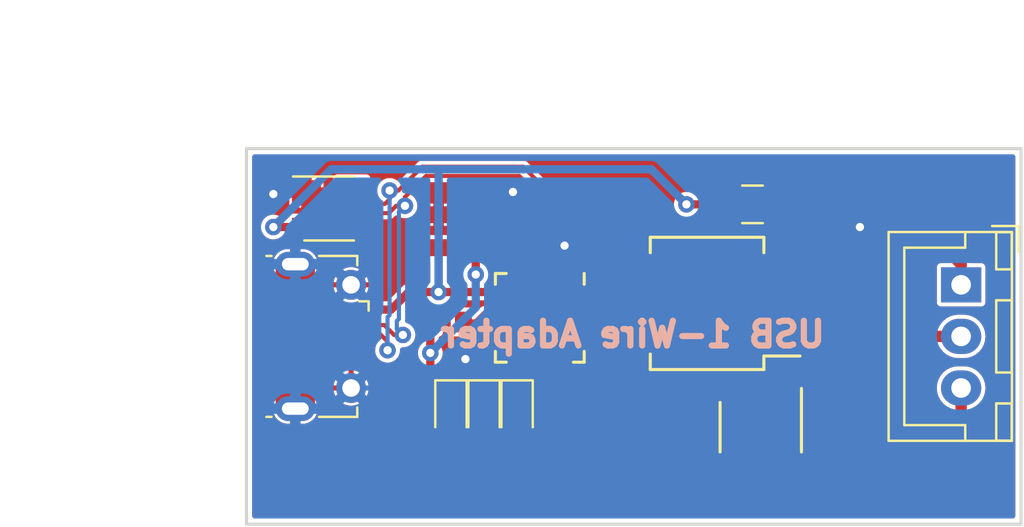
<source format=kicad_pcb>
(kicad_pcb (version 20171130) (host pcbnew "(5.1.4-7-g8dd734fbd)")

  (general
    (thickness 1.6)
    (drawings 7)
    (tracks 201)
    (zones 0)
    (modules 22)
    (nets 31)
  )

  (page A4)
  (layers
    (0 F.Cu signal)
    (31 B.Cu signal)
    (32 B.Adhes user)
    (33 F.Adhes user)
    (34 B.Paste user)
    (35 F.Paste user)
    (36 B.SilkS user)
    (37 F.SilkS user)
    (38 B.Mask user)
    (39 F.Mask user)
    (40 Dwgs.User user)
    (41 Cmts.User user)
    (42 Eco1.User user)
    (43 Eco2.User user)
    (44 Edge.Cuts user)
    (45 Margin user)
    (46 B.CrtYd user)
    (47 F.CrtYd user)
    (48 B.Fab user)
    (49 F.Fab user)
  )

  (setup
    (last_trace_width 0.25)
    (trace_clearance 0.2)
    (zone_clearance 0.2)
    (zone_45_only no)
    (trace_min 0.2)
    (via_size 0.8)
    (via_drill 0.4)
    (via_min_size 0.4)
    (via_min_drill 0.3)
    (uvia_size 0.3)
    (uvia_drill 0.1)
    (uvias_allowed no)
    (uvia_min_size 0.2)
    (uvia_min_drill 0.1)
    (edge_width 0.15)
    (segment_width 0.2)
    (pcb_text_width 0.3)
    (pcb_text_size 1.5 1.5)
    (mod_edge_width 0.15)
    (mod_text_size 1 1)
    (mod_text_width 0.15)
    (pad_size 5 5)
    (pad_drill 2.5)
    (pad_to_mask_clearance 0.1)
    (solder_mask_min_width 0.25)
    (aux_axis_origin 0 0)
    (visible_elements FFFFFF7F)
    (pcbplotparams
      (layerselection 0x310fc_ffffffff)
      (usegerberextensions false)
      (usegerberattributes false)
      (usegerberadvancedattributes false)
      (creategerberjobfile false)
      (excludeedgelayer true)
      (linewidth 0.100000)
      (plotframeref false)
      (viasonmask false)
      (mode 1)
      (useauxorigin false)
      (hpglpennumber 1)
      (hpglpenspeed 20)
      (hpglpendiameter 15.000000)
      (psnegative false)
      (psa4output false)
      (plotreference true)
      (plotvalue true)
      (plotinvisibletext false)
      (padsonsilk false)
      (subtractmaskfromsilk false)
      (outputformat 1)
      (mirror false)
      (drillshape 0)
      (scaleselection 1)
      (outputdirectory "gerber"))
  )

  (net 0 "")
  (net 1 VUSB)
  (net 2 GND)
  (net 3 +3V3)
  (net 4 +5V)
  (net 5 "Net-(C6-Pad1)")
  (net 6 /GPIO_TX_LED)
  (net 7 /GPIO_RX_LED)
  (net 8 /RXD)
  (net 9 /TXD)
  (net 10 "Net-(D2-Pad2)")
  (net 11 "Net-(D3-Pad2)")
  (net 12 "Net-(D4-Pad2)")
  (net 13 "Net-(C5-Pad1)")
  (net 14 "Net-(J1-Pad2)")
  (net 15 "Net-(J1-Pad3)")
  (net 16 "Net-(J2-Pad4)")
  (net 17 "Net-(R1-Pad2)")
  (net 18 "Net-(R2-Pad1)")
  (net 19 "Net-(R3-Pad2)")
  (net 20 "Net-(U1-Pad3)")
  (net 21 "Net-(U2-Pad1)")
  (net 22 "Net-(U2-Pad10)")
  (net 23 "Net-(U2-Pad11)")
  (net 24 "Net-(U2-Pad12)")
  (net 25 "Net-(U2-Pad15)")
  (net 26 "Net-(U2-Pad17)")
  (net 27 "Net-(U2-Pad18)")
  (net 28 "Net-(U2-Pad22)")
  (net 29 /USB_P)
  (net 30 /USB_N)

  (net_class Default "This is the default net class."
    (clearance 0.2)
    (trace_width 0.25)
    (via_dia 0.8)
    (via_drill 0.4)
    (uvia_dia 0.3)
    (uvia_drill 0.1)
    (add_net /GPIO_RX_LED)
    (add_net /GPIO_TX_LED)
    (add_net /RXD)
    (add_net /TXD)
    (add_net /USB_N)
    (add_net /USB_P)
    (add_net GND)
    (add_net "Net-(C5-Pad1)")
    (add_net "Net-(C6-Pad1)")
    (add_net "Net-(D2-Pad2)")
    (add_net "Net-(D3-Pad2)")
    (add_net "Net-(D4-Pad2)")
    (add_net "Net-(J1-Pad2)")
    (add_net "Net-(J1-Pad3)")
    (add_net "Net-(J2-Pad4)")
    (add_net "Net-(R1-Pad2)")
    (add_net "Net-(R2-Pad1)")
    (add_net "Net-(R3-Pad2)")
    (add_net "Net-(U1-Pad3)")
    (add_net "Net-(U2-Pad1)")
    (add_net "Net-(U2-Pad10)")
    (add_net "Net-(U2-Pad11)")
    (add_net "Net-(U2-Pad12)")
    (add_net "Net-(U2-Pad15)")
    (add_net "Net-(U2-Pad17)")
    (add_net "Net-(U2-Pad18)")
    (add_net "Net-(U2-Pad22)")
  )

  (net_class PWR ""
    (clearance 0.2)
    (trace_width 0.4)
    (via_dia 0.8)
    (via_drill 0.4)
    (uvia_dia 0.3)
    (uvia_drill 0.1)
    (add_net +3V3)
    (add_net +5V)
    (add_net VUSB)
  )

  (module usb1wireadapter:TSOC-6 (layer F.Cu) (tedit 5B309D64) (tstamp 5B33AE83)
    (at 118.2 75.5 270)
    (descr http://pdfserv.maximintegrated.com/land_patterns/90-0321.PDF)
    (path /5B2CB6B7)
    (attr smd)
    (fp_text reference U3 (at 0 2.95 270) (layer F.SilkS) hide
      (effects (font (size 1 1) (thickness 0.15)))
    )
    (fp_text value DS9503 (at 0 -3.15 270) (layer F.Fab) hide
      (effects (font (size 1 1) (thickness 0.15)))
    )
    (fp_line (start 1.2 -1.85) (end -0.4 -1.85) (layer F.Fab) (width 0.1))
    (fp_text user %R (at 0 0) (layer F.Fab)
      (effects (font (size 0.5 0.5) (thickness 0.075)))
    )
    (fp_line (start 1.2 1.85) (end -1.2 1.85) (layer F.Fab) (width 0.1))
    (fp_line (start 1.2 -1.85) (end 1.2 1.85) (layer F.Fab) (width 0.1))
    (fp_line (start -1.2 -1.05) (end -1.2 1.85) (layer F.Fab) (width 0.1))
    (fp_line (start -1.2 -1.05) (end -0.4 -1.85) (layer F.Fab) (width 0.1))
    (fp_line (start -1.88 -1.97) (end 1.2 -1.97) (layer F.SilkS) (width 0.15))
    (fp_line (start -1.2 1.97) (end 1.2 1.97) (layer F.SilkS) (width 0.15))
    (fp_line (start 2.45 -2.2) (end 2.45 2.2) (layer F.CrtYd) (width 0.05))
    (fp_line (start 2.45 2.2) (end -2.45 2.2) (layer F.CrtYd) (width 0.05))
    (fp_line (start -2.45 2.2) (end -2.45 -2.2) (layer F.CrtYd) (width 0.05))
    (fp_line (start -2.45 -2.2) (end 2.45 -2.2) (layer F.CrtYd) (width 0.05))
    (pad 4 smd rect (at 1.525 1.27 270) (size 1.33 0.53) (layers F.Cu F.Paste F.Mask))
    (pad 5 smd rect (at 1.525 0 270) (size 1.33 0.53) (layers F.Cu F.Paste F.Mask)
      (net 15 "Net-(J1-Pad3)"))
    (pad 6 smd rect (at 1.525 -1.27 270) (size 1.33 0.53) (layers F.Cu F.Paste F.Mask)
      (net 19 "Net-(R3-Pad2)"))
    (pad 3 smd rect (at -1.525 1.27 270) (size 1.33 0.53) (layers F.Cu F.Paste F.Mask))
    (pad 2 smd rect (at -1.525 0 270) (size 1.33 0.53) (layers F.Cu F.Paste F.Mask)
      (net 2 GND))
    (pad 1 smd rect (at -1.525 -1.27 270) (size 1.33 0.53) (layers F.Cu F.Paste F.Mask)
      (net 18 "Net-(R2-Pad1)"))
  )

  (module Capacitor_SMD:C_0805_2012Metric (layer F.Cu) (tedit 5AC5DB74) (tstamp 5B33ACE4)
    (at 108.2 74.7 270)
    (descr "Capacitor SMD 0805 (2012 Metric), square (rectangular) end terminal, IPC_7351 nominal, (Body size source: http://www.tortai-tech.com/upload/download/2011102023233369053.pdf), generated with kicad-footprint-generator")
    (tags capacitor)
    (path /5B2D11CF)
    (attr smd)
    (fp_text reference C6 (at 0 -1.65 270) (layer F.SilkS) hide
      (effects (font (size 1 1) (thickness 0.15)))
    )
    (fp_text value 4.7uF (at 0 1.65 270) (layer F.Fab) hide
      (effects (font (size 1 1) (thickness 0.15)))
    )
    (fp_line (start -1 0.6) (end -1 -0.6) (layer F.Fab) (width 0.1))
    (fp_line (start -1 -0.6) (end 1 -0.6) (layer F.Fab) (width 0.1))
    (fp_line (start 1 -0.6) (end 1 0.6) (layer F.Fab) (width 0.1))
    (fp_line (start 1 0.6) (end -1 0.6) (layer F.Fab) (width 0.1))
    (fp_line (start -1.69 0.95) (end -1.69 -0.95) (layer F.CrtYd) (width 0.05))
    (fp_line (start -1.69 -0.95) (end 1.69 -0.95) (layer F.CrtYd) (width 0.05))
    (fp_line (start 1.69 -0.95) (end 1.69 0.95) (layer F.CrtYd) (width 0.05))
    (fp_line (start 1.69 0.95) (end -1.69 0.95) (layer F.CrtYd) (width 0.05))
    (fp_text user %R (at 0 0 270) (layer F.Fab)
      (effects (font (size 0.5 0.5) (thickness 0.08)))
    )
    (pad 1 smd rect (at -0.88 0 270) (size 1.12 1.4) (layers F.Cu F.Paste F.Mask)
      (net 5 "Net-(C6-Pad1)"))
    (pad 2 smd rect (at 0.88 0 270) (size 1.12 1.4) (layers F.Cu F.Paste F.Mask)
      (net 2 GND))
    (model ${KISYS3DMOD}/Capacitor_SMD.3dshapes/C_0805_2012Metric.wrl
      (at (xyz 0 0 0))
      (scale (xyz 1 1 1))
      (rotate (xyz 0 0 0))
    )
  )

  (module Capacitor_SMD:C_0805_2012Metric (layer F.Cu) (tedit 5AC5DB74) (tstamp 5B33ACF3)
    (at 104.4 65.8 270)
    (descr "Capacitor SMD 0805 (2012 Metric), square (rectangular) end terminal, IPC_7351 nominal, (Body size source: http://www.tortai-tech.com/upload/download/2011102023233369053.pdf), generated with kicad-footprint-generator")
    (tags capacitor)
    (path /5B2EC719)
    (attr smd)
    (fp_text reference C1 (at 0 -1.65 270) (layer F.SilkS) hide
      (effects (font (size 1 1) (thickness 0.15)))
    )
    (fp_text value 4.7uF (at 0 1.65 270) (layer F.Fab) hide
      (effects (font (size 1 1) (thickness 0.15)))
    )
    (fp_text user %R (at 0 0 270) (layer F.Fab)
      (effects (font (size 0.5 0.5) (thickness 0.08)))
    )
    (fp_line (start 1.69 0.95) (end -1.69 0.95) (layer F.CrtYd) (width 0.05))
    (fp_line (start 1.69 -0.95) (end 1.69 0.95) (layer F.CrtYd) (width 0.05))
    (fp_line (start -1.69 -0.95) (end 1.69 -0.95) (layer F.CrtYd) (width 0.05))
    (fp_line (start -1.69 0.95) (end -1.69 -0.95) (layer F.CrtYd) (width 0.05))
    (fp_line (start 1 0.6) (end -1 0.6) (layer F.Fab) (width 0.1))
    (fp_line (start 1 -0.6) (end 1 0.6) (layer F.Fab) (width 0.1))
    (fp_line (start -1 -0.6) (end 1 -0.6) (layer F.Fab) (width 0.1))
    (fp_line (start -1 0.6) (end -1 -0.6) (layer F.Fab) (width 0.1))
    (pad 2 smd rect (at 0.88 0 270) (size 1.12 1.4) (layers F.Cu F.Paste F.Mask)
      (net 3 +3V3))
    (pad 1 smd rect (at -0.88 0 270) (size 1.12 1.4) (layers F.Cu F.Paste F.Mask)
      (net 2 GND))
    (model ${KISYS3DMOD}/Capacitor_SMD.3dshapes/C_0805_2012Metric.wrl
      (at (xyz 0 0 0))
      (scale (xyz 1 1 1))
      (rotate (xyz 0 0 0))
    )
  )

  (module Capacitor_SMD:C_0603_1608Metric (layer F.Cu) (tedit 5AC5DB74) (tstamp 5B33AD02)
    (at 106.2 66 270)
    (descr "Capacitor SMD 0603 (1608 Metric), square (rectangular) end terminal, IPC_7351 nominal, (Body size source: http://www.tortai-tech.com/upload/download/2011102023233369053.pdf), generated with kicad-footprint-generator")
    (tags capacitor)
    (path /5B2EF491)
    (attr smd)
    (fp_text reference C3 (at 0 -1.45 270) (layer F.SilkS) hide
      (effects (font (size 1 1) (thickness 0.15)))
    )
    (fp_text value 100nF (at 0 1.45 270) (layer F.Fab) hide
      (effects (font (size 1 1) (thickness 0.15)))
    )
    (fp_line (start -0.8 0.4) (end -0.8 -0.4) (layer F.Fab) (width 0.1))
    (fp_line (start -0.8 -0.4) (end 0.8 -0.4) (layer F.Fab) (width 0.1))
    (fp_line (start 0.8 -0.4) (end 0.8 0.4) (layer F.Fab) (width 0.1))
    (fp_line (start 0.8 0.4) (end -0.8 0.4) (layer F.Fab) (width 0.1))
    (fp_line (start -1.46 0.75) (end -1.46 -0.75) (layer F.CrtYd) (width 0.05))
    (fp_line (start -1.46 -0.75) (end 1.46 -0.75) (layer F.CrtYd) (width 0.05))
    (fp_line (start 1.46 -0.75) (end 1.46 0.75) (layer F.CrtYd) (width 0.05))
    (fp_line (start 1.46 0.75) (end -1.46 0.75) (layer F.CrtYd) (width 0.05))
    (fp_text user %R (at 0 0 270) (layer F.Fab)
      (effects (font (size 0.4 0.4) (thickness 0.06)))
    )
    (pad 1 smd rect (at -0.8 0 270) (size 0.82 1) (layers F.Cu F.Paste F.Mask)
      (net 2 GND))
    (pad 2 smd rect (at 0.8 0 270) (size 0.82 1) (layers F.Cu F.Paste F.Mask)
      (net 3 +3V3))
    (model ${KISYS3DMOD}/Capacitor_SMD.3dshapes/C_0603_1608Metric.wrl
      (at (xyz 0 0 0))
      (scale (xyz 1 1 1))
      (rotate (xyz 0 0 0))
    )
  )

  (module Capacitor_SMD:C_0603_1608Metric (layer F.Cu) (tedit 5AC5DB74) (tstamp 5B33AD11)
    (at 122.2 67.6 180)
    (descr "Capacitor SMD 0603 (1608 Metric), square (rectangular) end terminal, IPC_7351 nominal, (Body size source: http://www.tortai-tech.com/upload/download/2011102023233369053.pdf), generated with kicad-footprint-generator")
    (tags capacitor)
    (path /5B3833B2)
    (attr smd)
    (fp_text reference C4 (at 0 -1.45 180) (layer F.SilkS) hide
      (effects (font (size 1 1) (thickness 0.15)))
    )
    (fp_text value 100nF (at 0 1.45 180) (layer F.Fab) hide
      (effects (font (size 1 1) (thickness 0.15)))
    )
    (fp_line (start -0.8 0.4) (end -0.8 -0.4) (layer F.Fab) (width 0.1))
    (fp_line (start -0.8 -0.4) (end 0.8 -0.4) (layer F.Fab) (width 0.1))
    (fp_line (start 0.8 -0.4) (end 0.8 0.4) (layer F.Fab) (width 0.1))
    (fp_line (start 0.8 0.4) (end -0.8 0.4) (layer F.Fab) (width 0.1))
    (fp_line (start -1.46 0.75) (end -1.46 -0.75) (layer F.CrtYd) (width 0.05))
    (fp_line (start -1.46 -0.75) (end 1.46 -0.75) (layer F.CrtYd) (width 0.05))
    (fp_line (start 1.46 -0.75) (end 1.46 0.75) (layer F.CrtYd) (width 0.05))
    (fp_line (start 1.46 0.75) (end -1.46 0.75) (layer F.CrtYd) (width 0.05))
    (fp_text user %R (at 0 0 180) (layer F.Fab)
      (effects (font (size 0.4 0.4) (thickness 0.06)))
    )
    (pad 1 smd rect (at -0.8 0 180) (size 0.82 1) (layers F.Cu F.Paste F.Mask)
      (net 2 GND))
    (pad 2 smd rect (at 0.8 0 180) (size 0.82 1) (layers F.Cu F.Paste F.Mask)
      (net 4 +5V))
    (model ${KISYS3DMOD}/Capacitor_SMD.3dshapes/C_0603_1608Metric.wrl
      (at (xyz 0 0 0))
      (scale (xyz 1 1 1))
      (rotate (xyz 0 0 0))
    )
  )

  (module Capacitor_SMD:C_0603_1608Metric (layer F.Cu) (tedit 5AC5DB74) (tstamp 5B33AD20)
    (at 122.2 70.1)
    (descr "Capacitor SMD 0603 (1608 Metric), square (rectangular) end terminal, IPC_7351 nominal, (Body size source: http://www.tortai-tech.com/upload/download/2011102023233369053.pdf), generated with kicad-footprint-generator")
    (tags capacitor)
    (path /5B2CC361)
    (attr smd)
    (fp_text reference C5 (at 0 -1.45) (layer F.SilkS) hide
      (effects (font (size 1 1) (thickness 0.15)))
    )
    (fp_text value 470pF (at 0 1.45) (layer F.Fab) hide
      (effects (font (size 1 1) (thickness 0.15)))
    )
    (fp_text user %R (at 0 0) (layer F.Fab)
      (effects (font (size 0.4 0.4) (thickness 0.06)))
    )
    (fp_line (start 1.46 0.75) (end -1.46 0.75) (layer F.CrtYd) (width 0.05))
    (fp_line (start 1.46 -0.75) (end 1.46 0.75) (layer F.CrtYd) (width 0.05))
    (fp_line (start -1.46 -0.75) (end 1.46 -0.75) (layer F.CrtYd) (width 0.05))
    (fp_line (start -1.46 0.75) (end -1.46 -0.75) (layer F.CrtYd) (width 0.05))
    (fp_line (start 0.8 0.4) (end -0.8 0.4) (layer F.Fab) (width 0.1))
    (fp_line (start 0.8 -0.4) (end 0.8 0.4) (layer F.Fab) (width 0.1))
    (fp_line (start -0.8 -0.4) (end 0.8 -0.4) (layer F.Fab) (width 0.1))
    (fp_line (start -0.8 0.4) (end -0.8 -0.4) (layer F.Fab) (width 0.1))
    (pad 2 smd rect (at 0.8 0) (size 0.82 1) (layers F.Cu F.Paste F.Mask)
      (net 2 GND))
    (pad 1 smd rect (at -0.8 0) (size 0.82 1) (layers F.Cu F.Paste F.Mask)
      (net 13 "Net-(C5-Pad1)"))
    (model ${KISYS3DMOD}/Capacitor_SMD.3dshapes/C_0603_1608Metric.wrl
      (at (xyz 0 0 0))
      (scale (xyz 1 1 1))
      (rotate (xyz 0 0 0))
    )
  )

  (module Package_TO_SOT_SMD:SOT-143 (layer F.Cu) (tedit 5A02FF57) (tstamp 5B33AD34)
    (at 97.3 64.9)
    (descr SOT-143)
    (tags SOT-143)
    (path /5B320786)
    (attr smd)
    (fp_text reference D1 (at 0.02 -2.38) (layer F.SilkS) hide
      (effects (font (size 1 1) (thickness 0.15)))
    )
    (fp_text value SP0503BAHT (at -0.28 2.48) (layer F.Fab) hide
      (effects (font (size 1 1) (thickness 0.15)))
    )
    (fp_text user %R (at 0 0 270) (layer F.Fab)
      (effects (font (size 0.5 0.5) (thickness 0.075)))
    )
    (fp_line (start -1.2 1.55) (end 1.2 1.55) (layer F.SilkS) (width 0.12))
    (fp_line (start 1.2 -1.55) (end -1.75 -1.55) (layer F.SilkS) (width 0.12))
    (fp_line (start -1.2 -1) (end -0.7 -1.5) (layer F.Fab) (width 0.1))
    (fp_line (start -0.7 -1.5) (end 1.2 -1.5) (layer F.Fab) (width 0.1))
    (fp_line (start -1.2 1.5) (end -1.2 -1) (layer F.Fab) (width 0.1))
    (fp_line (start 1.2 1.5) (end -1.2 1.5) (layer F.Fab) (width 0.1))
    (fp_line (start 1.2 -1.5) (end 1.2 1.5) (layer F.Fab) (width 0.1))
    (fp_line (start 2.05 -1.75) (end 2.05 1.75) (layer F.CrtYd) (width 0.05))
    (fp_line (start 2.05 -1.75) (end -2.05 -1.75) (layer F.CrtYd) (width 0.05))
    (fp_line (start -2.05 1.75) (end 2.05 1.75) (layer F.CrtYd) (width 0.05))
    (fp_line (start -2.05 1.75) (end -2.05 -1.75) (layer F.CrtYd) (width 0.05))
    (pad 1 smd rect (at -1.1 -0.77 270) (size 1.2 1.4) (layers F.Cu F.Paste F.Mask)
      (net 2 GND))
    (pad 2 smd rect (at -1.1 0.95 270) (size 1 1.4) (layers F.Cu F.Paste F.Mask)
      (net 1 VUSB))
    (pad 3 smd rect (at 1.1 0.95 270) (size 1 1.4) (layers F.Cu F.Paste F.Mask)
      (net 30 /USB_N))
    (pad 4 smd rect (at 1.1 -0.95 270) (size 1 1.4) (layers F.Cu F.Paste F.Mask)
      (net 29 /USB_P))
    (model ${KISYS3DMOD}/Package_TO_SOT_SMD.3dshapes/SOT-143.wrl
      (at (xyz 0 0 0))
      (scale (xyz 1 1 1))
      (rotate (xyz 0 0 0))
    )
  )

  (module LED_SMD:LED_0603_1608Metric (layer F.Cu) (tedit 5AC5DB75) (tstamp 5B355859)
    (at 103.2 74.7 270)
    (descr "LED SMD 0603 (1608 Metric), square (rectangular) end terminal, IPC_7351 nominal, (Body size source: http://www.tortai-tech.com/upload/download/2011102023233369053.pdf), generated with kicad-footprint-generator")
    (tags diode)
    (path /5B3781DF)
    (attr smd)
    (fp_text reference D2 (at 0 -1.45 270) (layer F.SilkS) hide
      (effects (font (size 1 1) (thickness 0.15)))
    )
    (fp_text value PWR (at 0 1.45 270) (layer F.Fab) hide
      (effects (font (size 1 1) (thickness 0.15)))
    )
    (fp_line (start 0.8 -0.4) (end -0.5 -0.4) (layer F.Fab) (width 0.1))
    (fp_line (start -0.5 -0.4) (end -0.8 -0.1) (layer F.Fab) (width 0.1))
    (fp_line (start -0.8 -0.1) (end -0.8 0.4) (layer F.Fab) (width 0.1))
    (fp_line (start -0.8 0.4) (end 0.8 0.4) (layer F.Fab) (width 0.1))
    (fp_line (start 0.8 0.4) (end 0.8 -0.4) (layer F.Fab) (width 0.1))
    (fp_line (start 0.8 -0.76) (end -1.47 -0.76) (layer F.SilkS) (width 0.12))
    (fp_line (start -1.47 -0.76) (end -1.47 0.76) (layer F.SilkS) (width 0.12))
    (fp_line (start -1.47 0.76) (end 0.8 0.76) (layer F.SilkS) (width 0.12))
    (fp_line (start -1.46 0.75) (end -1.46 -0.75) (layer F.CrtYd) (width 0.05))
    (fp_line (start -1.46 -0.75) (end 1.46 -0.75) (layer F.CrtYd) (width 0.05))
    (fp_line (start 1.46 -0.75) (end 1.46 0.75) (layer F.CrtYd) (width 0.05))
    (fp_line (start 1.46 0.75) (end -1.46 0.75) (layer F.CrtYd) (width 0.05))
    (fp_text user %R (at 0 0 270) (layer F.Fab)
      (effects (font (size 0.4 0.4) (thickness 0.06)))
    )
    (pad 1 smd rect (at -0.8 0 270) (size 0.82 1) (layers F.Cu F.Paste F.Mask)
      (net 2 GND))
    (pad 2 smd rect (at 0.8 0 270) (size 0.82 1) (layers F.Cu F.Paste F.Mask)
      (net 10 "Net-(D2-Pad2)"))
    (model ${KISYS3DMOD}/LED_SMD.3dshapes/LED_0603_1608Metric.wrl
      (at (xyz 0 0 0))
      (scale (xyz 1 1 1))
      (rotate (xyz 0 0 0))
    )
  )

  (module LED_SMD:LED_0603_1608Metric (layer F.Cu) (tedit 5AC5DB75) (tstamp 5B355823)
    (at 106.4 74.7 270)
    (descr "LED SMD 0603 (1608 Metric), square (rectangular) end terminal, IPC_7351 nominal, (Body size source: http://www.tortai-tech.com/upload/download/2011102023233369053.pdf), generated with kicad-footprint-generator")
    (tags diode)
    (path /5B339758)
    (attr smd)
    (fp_text reference D4 (at 0 -1.45 270) (layer F.SilkS) hide
      (effects (font (size 1 1) (thickness 0.15)))
    )
    (fp_text value TXD (at 0 1.45 270) (layer F.Fab) hide
      (effects (font (size 1 1) (thickness 0.15)))
    )
    (fp_line (start 0.8 -0.4) (end -0.5 -0.4) (layer F.Fab) (width 0.1))
    (fp_line (start -0.5 -0.4) (end -0.8 -0.1) (layer F.Fab) (width 0.1))
    (fp_line (start -0.8 -0.1) (end -0.8 0.4) (layer F.Fab) (width 0.1))
    (fp_line (start -0.8 0.4) (end 0.8 0.4) (layer F.Fab) (width 0.1))
    (fp_line (start 0.8 0.4) (end 0.8 -0.4) (layer F.Fab) (width 0.1))
    (fp_line (start 0.8 -0.76) (end -1.47 -0.76) (layer F.SilkS) (width 0.12))
    (fp_line (start -1.47 -0.76) (end -1.47 0.76) (layer F.SilkS) (width 0.12))
    (fp_line (start -1.47 0.76) (end 0.8 0.76) (layer F.SilkS) (width 0.12))
    (fp_line (start -1.46 0.75) (end -1.46 -0.75) (layer F.CrtYd) (width 0.05))
    (fp_line (start -1.46 -0.75) (end 1.46 -0.75) (layer F.CrtYd) (width 0.05))
    (fp_line (start 1.46 -0.75) (end 1.46 0.75) (layer F.CrtYd) (width 0.05))
    (fp_line (start 1.46 0.75) (end -1.46 0.75) (layer F.CrtYd) (width 0.05))
    (fp_text user %R (at 0 0 270) (layer F.Fab)
      (effects (font (size 0.4 0.4) (thickness 0.06)))
    )
    (pad 1 smd rect (at -0.8 0 270) (size 0.82 1) (layers F.Cu F.Paste F.Mask)
      (net 6 /GPIO_TX_LED))
    (pad 2 smd rect (at 0.8 0 270) (size 0.82 1) (layers F.Cu F.Paste F.Mask)
      (net 12 "Net-(D4-Pad2)"))
    (model ${KISYS3DMOD}/LED_SMD.3dshapes/LED_0603_1608Metric.wrl
      (at (xyz 0 0 0))
      (scale (xyz 1 1 1))
      (rotate (xyz 0 0 0))
    )
  )

  (module LED_SMD:LED_0603_1608Metric (layer F.Cu) (tedit 5AC5DB75) (tstamp 5B35588F)
    (at 104.8 74.7 270)
    (descr "LED SMD 0603 (1608 Metric), square (rectangular) end terminal, IPC_7351 nominal, (Body size source: http://www.tortai-tech.com/upload/download/2011102023233369053.pdf), generated with kicad-footprint-generator")
    (tags diode)
    (path /5B344927)
    (attr smd)
    (fp_text reference D3 (at 0 -1.45 270) (layer F.SilkS) hide
      (effects (font (size 1 1) (thickness 0.15)))
    )
    (fp_text value RXD (at 0 1.45 270) (layer F.Fab) hide
      (effects (font (size 1 1) (thickness 0.15)))
    )
    (fp_text user %R (at 0 0 270) (layer F.Fab)
      (effects (font (size 0.4 0.4) (thickness 0.06)))
    )
    (fp_line (start 1.46 0.75) (end -1.46 0.75) (layer F.CrtYd) (width 0.05))
    (fp_line (start 1.46 -0.75) (end 1.46 0.75) (layer F.CrtYd) (width 0.05))
    (fp_line (start -1.46 -0.75) (end 1.46 -0.75) (layer F.CrtYd) (width 0.05))
    (fp_line (start -1.46 0.75) (end -1.46 -0.75) (layer F.CrtYd) (width 0.05))
    (fp_line (start -1.47 0.76) (end 0.8 0.76) (layer F.SilkS) (width 0.12))
    (fp_line (start -1.47 -0.76) (end -1.47 0.76) (layer F.SilkS) (width 0.12))
    (fp_line (start 0.8 -0.76) (end -1.47 -0.76) (layer F.SilkS) (width 0.12))
    (fp_line (start 0.8 0.4) (end 0.8 -0.4) (layer F.Fab) (width 0.1))
    (fp_line (start -0.8 0.4) (end 0.8 0.4) (layer F.Fab) (width 0.1))
    (fp_line (start -0.8 -0.1) (end -0.8 0.4) (layer F.Fab) (width 0.1))
    (fp_line (start -0.5 -0.4) (end -0.8 -0.1) (layer F.Fab) (width 0.1))
    (fp_line (start 0.8 -0.4) (end -0.5 -0.4) (layer F.Fab) (width 0.1))
    (pad 2 smd rect (at 0.8 0 270) (size 0.82 1) (layers F.Cu F.Paste F.Mask)
      (net 11 "Net-(D3-Pad2)"))
    (pad 1 smd rect (at -0.8 0 270) (size 0.82 1) (layers F.Cu F.Paste F.Mask)
      (net 7 /GPIO_RX_LED))
    (model ${KISYS3DMOD}/LED_SMD.3dshapes/LED_0603_1608Metric.wrl
      (at (xyz 0 0 0))
      (scale (xyz 1 1 1))
      (rotate (xyz 0 0 0))
    )
  )

  (module Connector_USB:USB_Micro-B_Molex-105017-0001 (layer F.Cu) (tedit 5A1DC0BE) (tstamp 5B33AD96)
    (at 96.9 71.1 270)
    (descr http://www.molex.com/pdm_docs/sd/1050170001_sd.pdf)
    (tags "Micro-USB SMD Typ-B")
    (path /5B2DB6C8)
    (attr smd)
    (fp_text reference J2 (at 0 -3.1125 270) (layer F.SilkS) hide
      (effects (font (size 1 1) (thickness 0.15)))
    )
    (fp_text value USB_B_Micro (at 0.3 4.3375 270) (layer F.Fab) hide
      (effects (font (size 1 1) (thickness 0.15)))
    )
    (fp_text user "PCB Edge" (at 0 2.6875 270) (layer Dwgs.User)
      (effects (font (size 0.5 0.5) (thickness 0.08)))
    )
    (fp_text user %R (at 0 0.8875) (layer F.Fab)
      (effects (font (size 1 1) (thickness 0.15)))
    )
    (fp_line (start -4.4 3.64) (end 4.4 3.64) (layer F.CrtYd) (width 0.05))
    (fp_line (start 4.4 -2.46) (end 4.4 3.64) (layer F.CrtYd) (width 0.05))
    (fp_line (start -4.4 -2.46) (end 4.4 -2.46) (layer F.CrtYd) (width 0.05))
    (fp_line (start -4.4 3.64) (end -4.4 -2.46) (layer F.CrtYd) (width 0.05))
    (fp_line (start -3.9 -1.7625) (end -3.45 -1.7625) (layer F.SilkS) (width 0.12))
    (fp_line (start -3.9 0.0875) (end -3.9 -1.7625) (layer F.SilkS) (width 0.12))
    (fp_line (start 3.9 2.6375) (end 3.9 2.3875) (layer F.SilkS) (width 0.12))
    (fp_line (start 3.75 3.3875) (end 3.75 -1.6125) (layer F.Fab) (width 0.1))
    (fp_line (start -3 2.689204) (end 3 2.689204) (layer F.Fab) (width 0.1))
    (fp_line (start -3.75 3.389204) (end 3.75 3.389204) (layer F.Fab) (width 0.1))
    (fp_line (start -3.75 -1.6125) (end 3.75 -1.6125) (layer F.Fab) (width 0.1))
    (fp_line (start -3.75 3.3875) (end -3.75 -1.6125) (layer F.Fab) (width 0.1))
    (fp_line (start -3.9 2.6375) (end -3.9 2.3875) (layer F.SilkS) (width 0.12))
    (fp_line (start 3.9 0.0875) (end 3.9 -1.7625) (layer F.SilkS) (width 0.12))
    (fp_line (start 3.9 -1.7625) (end 3.45 -1.7625) (layer F.SilkS) (width 0.12))
    (fp_line (start -1.7 -2.3125) (end -1.25 -2.3125) (layer F.SilkS) (width 0.12))
    (fp_line (start -1.7 -2.3125) (end -1.7 -1.8625) (layer F.SilkS) (width 0.12))
    (fp_line (start -1.3 -1.7125) (end -1.5 -1.9125) (layer F.Fab) (width 0.1))
    (fp_line (start -1.1 -1.9125) (end -1.3 -1.7125) (layer F.Fab) (width 0.1))
    (fp_line (start -1.5 -2.1225) (end -1.1 -2.1225) (layer F.Fab) (width 0.1))
    (fp_line (start -1.5 -2.1225) (end -1.5 -1.9125) (layer F.Fab) (width 0.1))
    (fp_line (start -1.1 -2.1225) (end -1.1 -1.9125) (layer F.Fab) (width 0.1))
    (pad 6 smd rect (at 1 1.2375 270) (size 1.5 1.9) (layers F.Cu F.Paste F.Mask)
      (net 2 GND))
    (pad 6 thru_hole circle (at -2.5 -1.4625 270) (size 1.45 1.45) (drill 0.85) (layers *.Cu *.Mask)
      (net 2 GND))
    (pad 2 smd rect (at -0.65 -1.4625 270) (size 0.4 1.35) (layers F.Cu F.Paste F.Mask)
      (net 30 /USB_N))
    (pad 1 smd rect (at -1.3 -1.4625 270) (size 0.4 1.35) (layers F.Cu F.Paste F.Mask)
      (net 1 VUSB))
    (pad 5 smd rect (at 1.3 -1.4625 270) (size 0.4 1.35) (layers F.Cu F.Paste F.Mask)
      (net 2 GND))
    (pad 4 smd rect (at 0.65 -1.4625 270) (size 0.4 1.35) (layers F.Cu F.Paste F.Mask)
      (net 16 "Net-(J2-Pad4)"))
    (pad 3 smd rect (at 0 -1.4625 270) (size 0.4 1.35) (layers F.Cu F.Paste F.Mask)
      (net 29 /USB_P))
    (pad 6 thru_hole circle (at 2.5 -1.4625 270) (size 1.45 1.45) (drill 0.85) (layers *.Cu *.Mask)
      (net 2 GND))
    (pad 6 smd rect (at -1 1.2375 270) (size 1.5 1.9) (layers F.Cu F.Paste F.Mask)
      (net 2 GND))
    (pad 6 thru_hole oval (at -3.5 1.2375 90) (size 1.2 1.9) (drill oval 0.6 1.3) (layers *.Cu *.Mask)
      (net 2 GND))
    (pad 6 thru_hole oval (at 3.5 1.2375 270) (size 1.2 1.9) (drill oval 0.6 1.3) (layers *.Cu *.Mask)
      (net 2 GND))
    (pad 6 smd rect (at 2.9 1.2375 270) (size 1.2 1.9) (layers F.Cu F.Mask)
      (net 2 GND))
    (pad 6 smd rect (at -2.9 1.2375 270) (size 1.2 1.9) (layers F.Cu F.Mask)
      (net 2 GND))
    (model ${KISYS3DMOD}/Connector_USB.3dshapes/USB_Micro-B_Molex-105017-0001.wrl
      (at (xyz 0 0 0))
      (scale (xyz 1 1 1))
      (rotate (xyz 0 0 0))
    )
  )

  (module Resistor_SMD:R_0603_1608Metric (layer F.Cu) (tedit 5AC5DB74) (tstamp 5B355E3A)
    (at 103 70.4)
    (descr "Resistor SMD 0603 (1608 Metric), square (rectangular) end terminal, IPC_7351 nominal, (Body size source: http://www.tortai-tech.com/upload/download/2011102023233369053.pdf), generated with kicad-footprint-generator")
    (tags resistor)
    (path /5B3162DB)
    (attr smd)
    (fp_text reference R1 (at 0 -1.45) (layer F.SilkS) hide
      (effects (font (size 1 1) (thickness 0.15)))
    )
    (fp_text value 4.7K (at 0 1.45) (layer F.Fab) hide
      (effects (font (size 1 1) (thickness 0.15)))
    )
    (fp_text user %R (at 0 0) (layer F.Fab)
      (effects (font (size 0.4 0.4) (thickness 0.06)))
    )
    (fp_line (start 1.46 0.75) (end -1.46 0.75) (layer F.CrtYd) (width 0.05))
    (fp_line (start 1.46 -0.75) (end 1.46 0.75) (layer F.CrtYd) (width 0.05))
    (fp_line (start -1.46 -0.75) (end 1.46 -0.75) (layer F.CrtYd) (width 0.05))
    (fp_line (start -1.46 0.75) (end -1.46 -0.75) (layer F.CrtYd) (width 0.05))
    (fp_line (start 0.8 0.4) (end -0.8 0.4) (layer F.Fab) (width 0.1))
    (fp_line (start 0.8 -0.4) (end 0.8 0.4) (layer F.Fab) (width 0.1))
    (fp_line (start -0.8 -0.4) (end 0.8 -0.4) (layer F.Fab) (width 0.1))
    (fp_line (start -0.8 0.4) (end -0.8 -0.4) (layer F.Fab) (width 0.1))
    (pad 2 smd rect (at 0.8 0) (size 0.82 1) (layers F.Cu F.Paste F.Mask)
      (net 17 "Net-(R1-Pad2)"))
    (pad 1 smd rect (at -0.8 0) (size 0.82 1) (layers F.Cu F.Paste F.Mask)
      (net 3 +3V3))
    (model ${KISYS3DMOD}/Resistor_SMD.3dshapes/R_0603_1608Metric.wrl
      (at (xyz 0 0 0))
      (scale (xyz 1 1 1))
      (rotate (xyz 0 0 0))
    )
  )

  (module Resistor_SMD:R_0603_1608Metric (layer F.Cu) (tedit 5AC5DB74) (tstamp 5B33ADE4)
    (at 103.2 77.8 90)
    (descr "Resistor SMD 0603 (1608 Metric), square (rectangular) end terminal, IPC_7351 nominal, (Body size source: http://www.tortai-tech.com/upload/download/2011102023233369053.pdf), generated with kicad-footprint-generator")
    (tags resistor)
    (path /5B3781E5)
    (attr smd)
    (fp_text reference R4 (at 0 -1.45 90) (layer F.SilkS) hide
      (effects (font (size 1 1) (thickness 0.15)))
    )
    (fp_text value 100R (at 0 1.45 90) (layer F.Fab) hide
      (effects (font (size 1 1) (thickness 0.15)))
    )
    (fp_text user %R (at 0 0 90) (layer F.Fab)
      (effects (font (size 0.4 0.4) (thickness 0.06)))
    )
    (fp_line (start 1.46 0.75) (end -1.46 0.75) (layer F.CrtYd) (width 0.05))
    (fp_line (start 1.46 -0.75) (end 1.46 0.75) (layer F.CrtYd) (width 0.05))
    (fp_line (start -1.46 -0.75) (end 1.46 -0.75) (layer F.CrtYd) (width 0.05))
    (fp_line (start -1.46 0.75) (end -1.46 -0.75) (layer F.CrtYd) (width 0.05))
    (fp_line (start 0.8 0.4) (end -0.8 0.4) (layer F.Fab) (width 0.1))
    (fp_line (start 0.8 -0.4) (end 0.8 0.4) (layer F.Fab) (width 0.1))
    (fp_line (start -0.8 -0.4) (end 0.8 -0.4) (layer F.Fab) (width 0.1))
    (fp_line (start -0.8 0.4) (end -0.8 -0.4) (layer F.Fab) (width 0.1))
    (pad 2 smd rect (at 0.8 0 90) (size 0.82 1) (layers F.Cu F.Paste F.Mask)
      (net 10 "Net-(D2-Pad2)"))
    (pad 1 smd rect (at -0.8 0 90) (size 0.82 1) (layers F.Cu F.Paste F.Mask)
      (net 3 +3V3))
    (model ${KISYS3DMOD}/Resistor_SMD.3dshapes/R_0603_1608Metric.wrl
      (at (xyz 0 0 0))
      (scale (xyz 1 1 1))
      (rotate (xyz 0 0 0))
    )
  )

  (module Resistor_SMD:R_0603_1608Metric (layer F.Cu) (tedit 5AC5DB74) (tstamp 5B33ADF3)
    (at 106.4 77.8 90)
    (descr "Resistor SMD 0603 (1608 Metric), square (rectangular) end terminal, IPC_7351 nominal, (Body size source: http://www.tortai-tech.com/upload/download/2011102023233369053.pdf), generated with kicad-footprint-generator")
    (tags resistor)
    (path /5B33B066)
    (attr smd)
    (fp_text reference R6 (at 0 -1.45 90) (layer F.SilkS) hide
      (effects (font (size 1 1) (thickness 0.15)))
    )
    (fp_text value 100R (at 0 1.45 90) (layer F.Fab) hide
      (effects (font (size 1 1) (thickness 0.15)))
    )
    (fp_line (start -0.8 0.4) (end -0.8 -0.4) (layer F.Fab) (width 0.1))
    (fp_line (start -0.8 -0.4) (end 0.8 -0.4) (layer F.Fab) (width 0.1))
    (fp_line (start 0.8 -0.4) (end 0.8 0.4) (layer F.Fab) (width 0.1))
    (fp_line (start 0.8 0.4) (end -0.8 0.4) (layer F.Fab) (width 0.1))
    (fp_line (start -1.46 0.75) (end -1.46 -0.75) (layer F.CrtYd) (width 0.05))
    (fp_line (start -1.46 -0.75) (end 1.46 -0.75) (layer F.CrtYd) (width 0.05))
    (fp_line (start 1.46 -0.75) (end 1.46 0.75) (layer F.CrtYd) (width 0.05))
    (fp_line (start 1.46 0.75) (end -1.46 0.75) (layer F.CrtYd) (width 0.05))
    (fp_text user %R (at 0 0 90) (layer F.Fab)
      (effects (font (size 0.4 0.4) (thickness 0.06)))
    )
    (pad 1 smd rect (at -0.8 0 90) (size 0.82 1) (layers F.Cu F.Paste F.Mask)
      (net 3 +3V3))
    (pad 2 smd rect (at 0.8 0 90) (size 0.82 1) (layers F.Cu F.Paste F.Mask)
      (net 12 "Net-(D4-Pad2)"))
    (model ${KISYS3DMOD}/Resistor_SMD.3dshapes/R_0603_1608Metric.wrl
      (at (xyz 0 0 0))
      (scale (xyz 1 1 1))
      (rotate (xyz 0 0 0))
    )
  )

  (module Resistor_SMD:R_0603_1608Metric (layer F.Cu) (tedit 5AC5DB74) (tstamp 5B33AE02)
    (at 104.8 77.8 90)
    (descr "Resistor SMD 0603 (1608 Metric), square (rectangular) end terminal, IPC_7351 nominal, (Body size source: http://www.tortai-tech.com/upload/download/2011102023233369053.pdf), generated with kicad-footprint-generator")
    (tags resistor)
    (path /5B33C8AD)
    (attr smd)
    (fp_text reference R5 (at 0 -1.45 90) (layer F.SilkS) hide
      (effects (font (size 1 1) (thickness 0.15)))
    )
    (fp_text value 100R (at 0 1.45 90) (layer F.Fab) hide
      (effects (font (size 1 1) (thickness 0.15)))
    )
    (fp_text user %R (at 0 0 90) (layer F.Fab)
      (effects (font (size 0.4 0.4) (thickness 0.06)))
    )
    (fp_line (start 1.46 0.75) (end -1.46 0.75) (layer F.CrtYd) (width 0.05))
    (fp_line (start 1.46 -0.75) (end 1.46 0.75) (layer F.CrtYd) (width 0.05))
    (fp_line (start -1.46 -0.75) (end 1.46 -0.75) (layer F.CrtYd) (width 0.05))
    (fp_line (start -1.46 0.75) (end -1.46 -0.75) (layer F.CrtYd) (width 0.05))
    (fp_line (start 0.8 0.4) (end -0.8 0.4) (layer F.Fab) (width 0.1))
    (fp_line (start 0.8 -0.4) (end 0.8 0.4) (layer F.Fab) (width 0.1))
    (fp_line (start -0.8 -0.4) (end 0.8 -0.4) (layer F.Fab) (width 0.1))
    (fp_line (start -0.8 0.4) (end -0.8 -0.4) (layer F.Fab) (width 0.1))
    (pad 2 smd rect (at 0.8 0 90) (size 0.82 1) (layers F.Cu F.Paste F.Mask)
      (net 11 "Net-(D3-Pad2)"))
    (pad 1 smd rect (at -0.8 0 90) (size 0.82 1) (layers F.Cu F.Paste F.Mask)
      (net 3 +3V3))
    (model ${KISYS3DMOD}/Resistor_SMD.3dshapes/R_0603_1608Metric.wrl
      (at (xyz 0 0 0))
      (scale (xyz 1 1 1))
      (rotate (xyz 0 0 0))
    )
  )

  (module Resistor_SMD:R_0603_1608Metric (layer F.Cu) (tedit 5AC5DB74) (tstamp 5B33AE11)
    (at 121.4 73.2 90)
    (descr "Resistor SMD 0603 (1608 Metric), square (rectangular) end terminal, IPC_7351 nominal, (Body size source: http://www.tortai-tech.com/upload/download/2011102023233369053.pdf), generated with kicad-footprint-generator")
    (tags resistor)
    (path /5B2CC0B3)
    (attr smd)
    (fp_text reference R2 (at 0 -1.45 90) (layer F.SilkS) hide
      (effects (font (size 1 1) (thickness 0.15)))
    )
    (fp_text value 62R (at 0 1.45 90) (layer F.Fab) hide
      (effects (font (size 1 1) (thickness 0.15)))
    )
    (fp_line (start -0.8 0.4) (end -0.8 -0.4) (layer F.Fab) (width 0.1))
    (fp_line (start -0.8 -0.4) (end 0.8 -0.4) (layer F.Fab) (width 0.1))
    (fp_line (start 0.8 -0.4) (end 0.8 0.4) (layer F.Fab) (width 0.1))
    (fp_line (start 0.8 0.4) (end -0.8 0.4) (layer F.Fab) (width 0.1))
    (fp_line (start -1.46 0.75) (end -1.46 -0.75) (layer F.CrtYd) (width 0.05))
    (fp_line (start -1.46 -0.75) (end 1.46 -0.75) (layer F.CrtYd) (width 0.05))
    (fp_line (start 1.46 -0.75) (end 1.46 0.75) (layer F.CrtYd) (width 0.05))
    (fp_line (start 1.46 0.75) (end -1.46 0.75) (layer F.CrtYd) (width 0.05))
    (fp_text user %R (at 0 0 90) (layer F.Fab)
      (effects (font (size 0.4 0.4) (thickness 0.06)))
    )
    (pad 1 smd rect (at -0.8 0 90) (size 0.82 1) (layers F.Cu F.Paste F.Mask)
      (net 18 "Net-(R2-Pad1)"))
    (pad 2 smd rect (at 0.8 0 90) (size 0.82 1) (layers F.Cu F.Paste F.Mask)
      (net 13 "Net-(C5-Pad1)"))
    (model ${KISYS3DMOD}/Resistor_SMD.3dshapes/R_0603_1608Metric.wrl
      (at (xyz 0 0 0))
      (scale (xyz 1 1 1))
      (rotate (xyz 0 0 0))
    )
  )

  (module Resistor_SMD:R_0603_1608Metric (layer F.Cu) (tedit 5AC5DB74) (tstamp 5B354FF5)
    (at 122 77 180)
    (descr "Resistor SMD 0603 (1608 Metric), square (rectangular) end terminal, IPC_7351 nominal, (Body size source: http://www.tortai-tech.com/upload/download/2011102023233369053.pdf), generated with kicad-footprint-generator")
    (tags resistor)
    (path /5B2CF75A)
    (attr smd)
    (fp_text reference R3 (at 0 -1.45 180) (layer F.SilkS) hide
      (effects (font (size 1 1) (thickness 0.15)))
    )
    (fp_text value 10R (at 0 1.45 180) (layer F.Fab) hide
      (effects (font (size 1 1) (thickness 0.15)))
    )
    (fp_line (start -0.8 0.4) (end -0.8 -0.4) (layer F.Fab) (width 0.1))
    (fp_line (start -0.8 -0.4) (end 0.8 -0.4) (layer F.Fab) (width 0.1))
    (fp_line (start 0.8 -0.4) (end 0.8 0.4) (layer F.Fab) (width 0.1))
    (fp_line (start 0.8 0.4) (end -0.8 0.4) (layer F.Fab) (width 0.1))
    (fp_line (start -1.46 0.75) (end -1.46 -0.75) (layer F.CrtYd) (width 0.05))
    (fp_line (start -1.46 -0.75) (end 1.46 -0.75) (layer F.CrtYd) (width 0.05))
    (fp_line (start 1.46 -0.75) (end 1.46 0.75) (layer F.CrtYd) (width 0.05))
    (fp_line (start 1.46 0.75) (end -1.46 0.75) (layer F.CrtYd) (width 0.05))
    (fp_text user %R (at 0 0 180) (layer F.Fab)
      (effects (font (size 0.4 0.4) (thickness 0.06)))
    )
    (pad 1 smd rect (at -0.8 0 180) (size 0.82 1) (layers F.Cu F.Paste F.Mask)
      (net 14 "Net-(J1-Pad2)"))
    (pad 2 smd rect (at 0.8 0 180) (size 0.82 1) (layers F.Cu F.Paste F.Mask)
      (net 19 "Net-(R3-Pad2)"))
    (model ${KISYS3DMOD}/Resistor_SMD.3dshapes/R_0603_1608Metric.wrl
      (at (xyz 0 0 0))
      (scale (xyz 1 1 1))
      (rotate (xyz 0 0 0))
    )
  )

  (module Package_DFN_QFN:QFN-24-1EP_4x4mm_P0.5mm_EP2.6x2.6mm (layer F.Cu) (tedit 5A650D6B) (tstamp 5B33AE52)
    (at 107.5 70.2 270)
    (descr "24-Lead Plastic Quad Flat, No Lead Package (MJ) - 4x4x0.9 mm Body [QFN]; (see Microchip Packaging Specification 00000049BS.pdf)")
    (tags "QFN 0.5")
    (path /5B2D79A3)
    (clearance 0.1)
    (attr smd)
    (fp_text reference U2 (at 0 -3.375 270) (layer F.SilkS) hide
      (effects (font (size 1 1) (thickness 0.15)))
    )
    (fp_text value CP2104 (at 0 3.375 270) (layer F.Fab) hide
      (effects (font (size 1 1) (thickness 0.15)))
    )
    (fp_text user %R (at 0 0) (layer F.Fab)
      (effects (font (size 1 1) (thickness 0.15)))
    )
    (fp_line (start -1 -2) (end 2 -2) (layer F.Fab) (width 0.15))
    (fp_line (start 2 -2) (end 2 2) (layer F.Fab) (width 0.15))
    (fp_line (start 2 2) (end -2 2) (layer F.Fab) (width 0.15))
    (fp_line (start -2 2) (end -2 -1) (layer F.Fab) (width 0.15))
    (fp_line (start -2 -1) (end -1 -2) (layer F.Fab) (width 0.15))
    (fp_line (start -2.65 -2.65) (end -2.65 2.65) (layer F.CrtYd) (width 0.05))
    (fp_line (start 2.65 -2.65) (end 2.65 2.65) (layer F.CrtYd) (width 0.05))
    (fp_line (start -2.65 -2.65) (end 2.65 -2.65) (layer F.CrtYd) (width 0.05))
    (fp_line (start -2.65 2.65) (end 2.65 2.65) (layer F.CrtYd) (width 0.05))
    (fp_line (start 2.15 -2.15) (end 2.15 -1.625) (layer F.SilkS) (width 0.15))
    (fp_line (start -2.15 2.15) (end -2.15 1.625) (layer F.SilkS) (width 0.15))
    (fp_line (start 2.15 2.15) (end 2.15 1.625) (layer F.SilkS) (width 0.15))
    (fp_line (start -2.15 -2.15) (end -1.625 -2.15) (layer F.SilkS) (width 0.15))
    (fp_line (start -2.15 2.15) (end -1.625 2.15) (layer F.SilkS) (width 0.15))
    (fp_line (start 2.15 2.15) (end 1.625 2.15) (layer F.SilkS) (width 0.15))
    (fp_line (start 2.15 -2.15) (end 1.625 -2.15) (layer F.SilkS) (width 0.15))
    (pad 1 smd rect (at -1.95 -1.25 270) (size 0.85 0.3) (layers F.Cu F.Paste F.Mask)
      (net 21 "Net-(U2-Pad1)"))
    (pad 2 smd rect (at -1.95 -0.75 270) (size 0.85 0.3) (layers F.Cu F.Paste F.Mask)
      (net 2 GND))
    (pad 3 smd rect (at -1.95 -0.25 270) (size 0.85 0.3) (layers F.Cu F.Paste F.Mask)
      (net 29 /USB_P))
    (pad 4 smd rect (at -1.95 0.25 270) (size 0.85 0.3) (layers F.Cu F.Paste F.Mask)
      (net 30 /USB_N))
    (pad 5 smd rect (at -1.95 0.75 270) (size 0.85 0.3) (layers F.Cu F.Paste F.Mask)
      (net 3 +3V3))
    (pad 6 smd rect (at -1.95 1.25 270) (size 0.85 0.3) (layers F.Cu F.Paste F.Mask)
      (net 3 +3V3))
    (pad 7 smd rect (at -1.25 1.95) (size 0.85 0.3) (layers F.Cu F.Paste F.Mask)
      (net 1 VUSB))
    (pad 8 smd rect (at -0.75 1.95) (size 0.85 0.3) (layers F.Cu F.Paste F.Mask)
      (net 1 VUSB))
    (pad 9 smd rect (at -0.25 1.95) (size 0.85 0.3) (layers F.Cu F.Paste F.Mask)
      (net 17 "Net-(R1-Pad2)"))
    (pad 10 smd rect (at 0.25 1.95) (size 0.85 0.3) (layers F.Cu F.Paste F.Mask)
      (net 22 "Net-(U2-Pad10)"))
    (pad 11 smd rect (at 0.75 1.95) (size 0.85 0.3) (layers F.Cu F.Paste F.Mask)
      (net 23 "Net-(U2-Pad11)"))
    (pad 12 smd rect (at 1.25 1.95) (size 0.85 0.3) (layers F.Cu F.Paste F.Mask)
      (net 24 "Net-(U2-Pad12)"))
    (pad 13 smd rect (at 1.95 1.25 270) (size 0.85 0.3) (layers F.Cu F.Paste F.Mask)
      (net 7 /GPIO_RX_LED))
    (pad 14 smd rect (at 1.95 0.75 270) (size 0.85 0.3) (layers F.Cu F.Paste F.Mask)
      (net 6 /GPIO_TX_LED))
    (pad 15 smd rect (at 1.95 0.25 270) (size 0.85 0.3) (layers F.Cu F.Paste F.Mask)
      (net 25 "Net-(U2-Pad15)"))
    (pad 16 smd rect (at 1.95 -0.25 270) (size 0.85 0.3) (layers F.Cu F.Paste F.Mask)
      (net 5 "Net-(C6-Pad1)"))
    (pad 17 smd rect (at 1.95 -0.75 270) (size 0.85 0.3) (layers F.Cu F.Paste F.Mask)
      (net 26 "Net-(U2-Pad17)"))
    (pad 18 smd rect (at 1.95 -1.25 270) (size 0.85 0.3) (layers F.Cu F.Paste F.Mask)
      (net 27 "Net-(U2-Pad18)"))
    (pad 19 smd rect (at 1.25 -1.95) (size 0.85 0.3) (layers F.Cu F.Paste F.Mask)
      (net 27 "Net-(U2-Pad18)"))
    (pad 20 smd rect (at 0.75 -1.95) (size 0.85 0.3) (layers F.Cu F.Paste F.Mask)
      (net 8 /RXD))
    (pad 21 smd rect (at 0.25 -1.95) (size 0.85 0.3) (layers F.Cu F.Paste F.Mask)
      (net 9 /TXD))
    (pad 22 smd rect (at -0.25 -1.95) (size 0.85 0.3) (layers F.Cu F.Paste F.Mask)
      (net 28 "Net-(U2-Pad22)"))
    (pad 23 smd rect (at -0.75 -1.95) (size 0.85 0.3) (layers F.Cu F.Paste F.Mask)
      (net 28 "Net-(U2-Pad22)"))
    (pad 24 smd rect (at -1.25 -1.95) (size 0.85 0.3) (layers F.Cu F.Paste F.Mask)
      (net 28 "Net-(U2-Pad22)"))
    (pad "" smd rect (at 0.65 0.65 270) (size 1.05 1.05) (layers F.Paste))
    (pad 25 smd rect (at 0 0 270) (size 2.6 2.6) (layers F.Cu F.Mask)
      (net 2 GND))
    (pad "" smd rect (at -0.65 0.65 270) (size 1.05 1.05) (layers F.Paste))
    (pad "" smd rect (at -0.65 -0.65 270) (size 1.05 1.05) (layers F.Paste))
    (pad "" smd rect (at 0.65 -0.65 270) (size 1.05 1.05) (layers F.Paste))
    (model ${KISYS3DMOD}/Package_DFN_QFN.3dshapes/QFN-24-1EP_4x4mm_P0.5mm_EP2.6x2.6mm.wrl
      (at (xyz 0 0 0))
      (scale (xyz 1 1 1))
      (rotate (xyz 0 0 0))
    )
  )

  (module Package_SO:SO-8_5.3x6.2mm_P1.27mm (layer F.Cu) (tedit 5A02F2D3) (tstamp 5B33AE6F)
    (at 115.6 69.5 180)
    (descr "8-Lead Plastic Small Outline, 5.3x6.2mm Body (http://www.ti.com.cn/cn/lit/ds/symlink/tl7705a.pdf)")
    (tags "SOIC 1.27")
    (path /5B2D76DA)
    (attr smd)
    (fp_text reference U1 (at 0 -4.13 180) (layer F.SilkS) hide
      (effects (font (size 1 1) (thickness 0.15)))
    )
    (fp_text value DS2480B (at 0 4.13 180) (layer F.Fab) hide
      (effects (font (size 1 1) (thickness 0.15)))
    )
    (fp_text user %R (at 0 0 180) (layer F.Fab)
      (effects (font (size 1 1) (thickness 0.15)))
    )
    (fp_line (start -1.65 -3.1) (end 2.65 -3.1) (layer F.Fab) (width 0.15))
    (fp_line (start 2.65 -3.1) (end 2.65 3.1) (layer F.Fab) (width 0.15))
    (fp_line (start 2.65 3.1) (end -2.65 3.1) (layer F.Fab) (width 0.15))
    (fp_line (start -2.65 3.1) (end -2.65 -2.1) (layer F.Fab) (width 0.15))
    (fp_line (start -2.65 -2.1) (end -1.65 -3.1) (layer F.Fab) (width 0.15))
    (fp_line (start -4.83 -3.35) (end -4.83 3.35) (layer F.CrtYd) (width 0.05))
    (fp_line (start 4.83 -3.35) (end 4.83 3.35) (layer F.CrtYd) (width 0.05))
    (fp_line (start -4.83 -3.35) (end 4.83 -3.35) (layer F.CrtYd) (width 0.05))
    (fp_line (start -4.83 3.35) (end 4.83 3.35) (layer F.CrtYd) (width 0.05))
    (fp_line (start -2.75 -3.205) (end -2.75 -2.55) (layer F.SilkS) (width 0.15))
    (fp_line (start 2.75 -3.205) (end 2.75 -2.455) (layer F.SilkS) (width 0.15))
    (fp_line (start 2.75 3.205) (end 2.75 2.455) (layer F.SilkS) (width 0.15))
    (fp_line (start -2.75 3.205) (end -2.75 2.455) (layer F.SilkS) (width 0.15))
    (fp_line (start -2.75 -3.205) (end 2.75 -3.205) (layer F.SilkS) (width 0.15))
    (fp_line (start -2.75 3.205) (end 2.75 3.205) (layer F.SilkS) (width 0.15))
    (fp_line (start -2.75 -2.55) (end -4.5 -2.55) (layer F.SilkS) (width 0.15))
    (pad 1 smd rect (at -3.7 -1.905 180) (size 1.75 0.55) (layers F.Cu F.Paste F.Mask)
      (net 2 GND))
    (pad 2 smd rect (at -3.7 -0.635 180) (size 1.75 0.55) (layers F.Cu F.Paste F.Mask)
      (net 13 "Net-(C5-Pad1)"))
    (pad 3 smd rect (at -3.7 0.635 180) (size 1.75 0.55) (layers F.Cu F.Paste F.Mask)
      (net 20 "Net-(U1-Pad3)"))
    (pad 4 smd rect (at -3.7 1.905 180) (size 1.75 0.55) (layers F.Cu F.Paste F.Mask)
      (net 4 +5V))
    (pad 5 smd rect (at 3.7 1.905 180) (size 1.75 0.55) (layers F.Cu F.Paste F.Mask)
      (net 4 +5V))
    (pad 6 smd rect (at 3.7 0.635 180) (size 1.75 0.55) (layers F.Cu F.Paste F.Mask)
      (net 4 +5V))
    (pad 7 smd rect (at 3.7 -0.635 180) (size 1.75 0.55) (layers F.Cu F.Paste F.Mask)
      (net 9 /TXD))
    (pad 8 smd rect (at 3.7 -1.905 180) (size 1.75 0.55) (layers F.Cu F.Paste F.Mask)
      (net 8 /RXD))
    (model ${KISYS3DMOD}/Package_SO.3dshapes/SO-8_5.3x6.2mm_P1.27mm.wrl
      (at (xyz 0 0 0))
      (scale (xyz 1 1 1))
      (rotate (xyz 0 0 0))
    )
  )

  (module Capacitor_SMD:C_0603_1608Metric (layer F.Cu) (tedit 5AC5DB74) (tstamp 5B33C9C9)
    (at 102.6 66 90)
    (descr "Capacitor SMD 0603 (1608 Metric), square (rectangular) end terminal, IPC_7351 nominal, (Body size source: http://www.tortai-tech.com/upload/download/2011102023233369053.pdf), generated with kicad-footprint-generator")
    (tags capacitor)
    (path /5B2F5696)
    (attr smd)
    (fp_text reference C2 (at 0 -1.45 90) (layer F.SilkS) hide
      (effects (font (size 1 1) (thickness 0.15)))
    )
    (fp_text value 1uF (at 0 1.45 90) (layer F.Fab) hide
      (effects (font (size 1 1) (thickness 0.15)))
    )
    (fp_line (start -0.8 0.4) (end -0.8 -0.4) (layer F.Fab) (width 0.1))
    (fp_line (start -0.8 -0.4) (end 0.8 -0.4) (layer F.Fab) (width 0.1))
    (fp_line (start 0.8 -0.4) (end 0.8 0.4) (layer F.Fab) (width 0.1))
    (fp_line (start 0.8 0.4) (end -0.8 0.4) (layer F.Fab) (width 0.1))
    (fp_line (start -1.46 0.75) (end -1.46 -0.75) (layer F.CrtYd) (width 0.05))
    (fp_line (start -1.46 -0.75) (end 1.46 -0.75) (layer F.CrtYd) (width 0.05))
    (fp_line (start 1.46 -0.75) (end 1.46 0.75) (layer F.CrtYd) (width 0.05))
    (fp_line (start 1.46 0.75) (end -1.46 0.75) (layer F.CrtYd) (width 0.05))
    (fp_text user %R (at 0 0 90) (layer F.Fab)
      (effects (font (size 0.4 0.4) (thickness 0.06)))
    )
    (pad 1 smd rect (at -0.8 0 90) (size 0.82 1) (layers F.Cu F.Paste F.Mask)
      (net 1 VUSB))
    (pad 2 smd rect (at 0.8 0 90) (size 0.82 1) (layers F.Cu F.Paste F.Mask)
      (net 2 GND))
    (model ${KISYS3DMOD}/Capacitor_SMD.3dshapes/C_0603_1608Metric.wrl
      (at (xyz 0 0 0))
      (scale (xyz 1 1 1))
      (rotate (xyz 0 0 0))
    )
  )

  (module Fuse:Fuse_1206_3216Metric (layer F.Cu) (tedit 5AC5DB75) (tstamp 5B309AF2)
    (at 117.8 64.7 180)
    (descr "Fuse SMD 1206 (3216 Metric), square (rectangular) end terminal, IPC_7351 nominal, (Body size source: http://www.tortai-tech.com/upload/download/2011102023233369053.pdf), generated with kicad-footprint-generator")
    (tags resistor)
    (path /5B3A4F2D)
    (attr smd)
    (fp_text reference F1 (at 0 -1.85 180) (layer F.SilkS) hide
      (effects (font (size 1 1) (thickness 0.15)))
    )
    (fp_text value Polyfuse (at 0 1.85 180) (layer F.Fab) hide
      (effects (font (size 1 1) (thickness 0.15)))
    )
    (fp_line (start -1.6 0.8) (end -1.6 -0.8) (layer F.Fab) (width 0.1))
    (fp_line (start -1.6 -0.8) (end 1.6 -0.8) (layer F.Fab) (width 0.1))
    (fp_line (start 1.6 -0.8) (end 1.6 0.8) (layer F.Fab) (width 0.1))
    (fp_line (start 1.6 0.8) (end -1.6 0.8) (layer F.Fab) (width 0.1))
    (fp_line (start -0.5 -0.91) (end 0.5 -0.91) (layer F.SilkS) (width 0.12))
    (fp_line (start -0.5 0.91) (end 0.5 0.91) (layer F.SilkS) (width 0.12))
    (fp_line (start -2.29 1.15) (end -2.29 -1.15) (layer F.CrtYd) (width 0.05))
    (fp_line (start -2.29 -1.15) (end 2.29 -1.15) (layer F.CrtYd) (width 0.05))
    (fp_line (start 2.29 -1.15) (end 2.29 1.15) (layer F.CrtYd) (width 0.05))
    (fp_line (start 2.29 1.15) (end -2.29 1.15) (layer F.CrtYd) (width 0.05))
    (fp_text user %R (at 0 0 180) (layer F.Fab)
      (effects (font (size 0.8 0.8) (thickness 0.12)))
    )
    (pad 1 smd rect (at -1.43 0 180) (size 1.22 1.8) (layers F.Cu F.Paste F.Mask)
      (net 4 +5V))
    (pad 2 smd rect (at 1.43 0 180) (size 1.22 1.8) (layers F.Cu F.Paste F.Mask)
      (net 1 VUSB))
    (model ${KISYS3DMOD}/Fuse.3dshapes/Fuse_1206_3216Metric.wrl
      (at (xyz 0 0 0))
      (scale (xyz 1 1 1))
      (rotate (xyz 0 0 0))
    )
  )

  (module Connector_JST:JST_XH_B03B-XH-A_1x03_P2.50mm_Vertical (layer F.Cu) (tedit 5B30C9D8) (tstamp 5B317CC4)
    (at 127.9 68.6 270)
    (descr "JST XH series connector, B03B-XH-A (http://www.jst-mfg.com/product/pdf/eng/eXH.pdf), generated with kicad-footprint-generator")
    (tags "connector JST XH side entry")
    (path /5B348DB5)
    (fp_text reference J1 (at 2.5 -3.55 270) (layer F.SilkS) hide
      (effects (font (size 1 1) (thickness 0.15)))
    )
    (fp_text value 1-Wire (at 2.5 4.6 270) (layer F.Fab) hide
      (effects (font (size 1 1) (thickness 0.15)))
    )
    (fp_line (start -2.45 -2.35) (end -2.45 3.4) (layer F.Fab) (width 0.1))
    (fp_line (start -2.45 3.4) (end 7.45 3.4) (layer F.Fab) (width 0.1))
    (fp_line (start 7.45 3.4) (end 7.45 -2.35) (layer F.Fab) (width 0.1))
    (fp_line (start 7.45 -2.35) (end -2.45 -2.35) (layer F.Fab) (width 0.1))
    (fp_line (start -2.56 -2.46) (end -2.56 3.51) (layer F.SilkS) (width 0.12))
    (fp_line (start -2.56 3.51) (end 7.56 3.51) (layer F.SilkS) (width 0.12))
    (fp_line (start 7.56 3.51) (end 7.56 -2.46) (layer F.SilkS) (width 0.12))
    (fp_line (start 7.56 -2.46) (end -2.56 -2.46) (layer F.SilkS) (width 0.12))
    (fp_line (start -2.95 -2.85) (end -2.95 3.9) (layer F.CrtYd) (width 0.05))
    (fp_line (start -2.95 3.9) (end 7.95 3.9) (layer F.CrtYd) (width 0.05))
    (fp_line (start 7.95 3.9) (end 7.95 -2.85) (layer F.CrtYd) (width 0.05))
    (fp_line (start 7.95 -2.85) (end -2.95 -2.85) (layer F.CrtYd) (width 0.05))
    (fp_line (start -0.625 -2.35) (end 0 -1.35) (layer F.Fab) (width 0.1))
    (fp_line (start 0 -1.35) (end 0.625 -2.35) (layer F.Fab) (width 0.1))
    (fp_line (start 0.75 -2.45) (end 0.75 -1.7) (layer F.SilkS) (width 0.12))
    (fp_line (start 0.75 -1.7) (end 4.25 -1.7) (layer F.SilkS) (width 0.12))
    (fp_line (start 4.25 -1.7) (end 4.25 -2.45) (layer F.SilkS) (width 0.12))
    (fp_line (start 4.25 -2.45) (end 0.75 -2.45) (layer F.SilkS) (width 0.12))
    (fp_line (start -2.55 -2.45) (end -2.55 -1.7) (layer F.SilkS) (width 0.12))
    (fp_line (start -2.55 -1.7) (end -0.75 -1.7) (layer F.SilkS) (width 0.12))
    (fp_line (start -0.75 -1.7) (end -0.75 -2.45) (layer F.SilkS) (width 0.12))
    (fp_line (start -0.75 -2.45) (end -2.55 -2.45) (layer F.SilkS) (width 0.12))
    (fp_line (start 5.75 -2.45) (end 5.75 -1.7) (layer F.SilkS) (width 0.12))
    (fp_line (start 5.75 -1.7) (end 7.55 -1.7) (layer F.SilkS) (width 0.12))
    (fp_line (start 7.55 -1.7) (end 7.55 -2.45) (layer F.SilkS) (width 0.12))
    (fp_line (start 7.55 -2.45) (end 5.75 -2.45) (layer F.SilkS) (width 0.12))
    (fp_line (start -2.55 -0.2) (end -1.8 -0.2) (layer F.SilkS) (width 0.12))
    (fp_line (start -1.8 -0.2) (end -1.8 2.75) (layer F.SilkS) (width 0.12))
    (fp_line (start -1.8 2.75) (end 2.5 2.75) (layer F.SilkS) (width 0.12))
    (fp_line (start 7.55 -0.2) (end 6.8 -0.2) (layer F.SilkS) (width 0.12))
    (fp_line (start 6.8 -0.2) (end 6.8 2.75) (layer F.SilkS) (width 0.12))
    (fp_line (start 6.8 2.75) (end 2.5 2.75) (layer F.SilkS) (width 0.12))
    (fp_line (start -1.6 -2.75) (end -2.85 -2.75) (layer F.SilkS) (width 0.12))
    (fp_line (start -2.85 -2.75) (end -2.85 -1.5) (layer F.SilkS) (width 0.12))
    (fp_text user %R (at 2.5 0 270) (layer F.Fab)
      (effects (font (size 1 1) (thickness 0.15)))
    )
    (pad 1 thru_hole rect (at 0 0 270) (size 1.7 1.95) (drill 0.95) (layers *.Cu *.Mask)
      (net 4 +5V))
    (pad 2 thru_hole oval (at 2.5 0 270) (size 1.7 1.95) (drill 0.95) (layers *.Cu *.Mask)
      (net 14 "Net-(J1-Pad2)"))
    (pad 3 thru_hole oval (at 5 0 270) (size 1.7 1.95) (drill 0.95) (layers *.Cu *.Mask)
      (net 15 "Net-(J1-Pad3)"))
    (model ${KISYS3DMOD}/Connector_JST.3dshapes/JST_XH_B03B-XH-A_1x03_P2.50mm_Vertical.wrl
      (at (xyz 0 0 0))
      (scale (xyz 1 1 1))
      (rotate (xyz 0 0 0))
    )
  )

  (dimension 18.2 (width 0.3) (layer Dwgs.User)
    (gr_text "18,200 mm" (at 86.9 71.1 90) (layer Dwgs.User)
      (effects (font (size 1.5 1.5) (thickness 0.3)))
    )
    (feature1 (pts (xy 93.3 62) (xy 88.413579 62)))
    (feature2 (pts (xy 93.3 80.2) (xy 88.413579 80.2)))
    (crossbar (pts (xy 89 80.2) (xy 89 62)))
    (arrow1a (pts (xy 89 62) (xy 89.586421 63.126504)))
    (arrow1b (pts (xy 89 62) (xy 88.413579 63.126504)))
    (arrow2a (pts (xy 89 80.2) (xy 89.586421 79.073496)))
    (arrow2b (pts (xy 89 80.2) (xy 88.413579 79.073496)))
  )
  (dimension 37.5 (width 0.3) (layer Dwgs.User)
    (gr_text "37,500 mm" (at 112.05 55.9) (layer Dwgs.User)
      (effects (font (size 1.5 1.5) (thickness 0.3)))
    )
    (feature1 (pts (xy 130.8 62) (xy 130.8 57.413579)))
    (feature2 (pts (xy 93.3 62) (xy 93.3 57.413579)))
    (crossbar (pts (xy 93.3 58) (xy 130.8 58)))
    (arrow1a (pts (xy 130.8 58) (xy 129.673496 58.586421)))
    (arrow1b (pts (xy 130.8 58) (xy 129.673496 57.413579)))
    (arrow2a (pts (xy 93.3 58) (xy 94.426504 58.586421)))
    (arrow2b (pts (xy 93.3 58) (xy 94.426504 57.413579)))
  )
  (gr_text "USB 1-Wire Adapter" (at 112 71) (layer B.SilkS) (tstamp 5B31825E)
    (effects (font (size 1.2 1.2) (thickness 0.3)) (justify mirror))
  )
  (gr_line (start 93.3 80.2) (end 93.3 62) (layer Edge.Cuts) (width 0.15))
  (gr_line (start 130.8 80.2) (end 93.3 80.2) (layer Edge.Cuts) (width 0.15))
  (gr_line (start 130.8 62) (end 130.8 80.2) (layer Edge.Cuts) (width 0.15) (tstamp 5B317E5C))
  (gr_line (start 93.3 62) (end 130.8 62) (layer Edge.Cuts) (width 0.15))

  (segment (start 105.55 68.95) (end 105.55 69.45) (width 0.25) (layer F.Cu) (net 1) (status 30))
  (segment (start 102.6 68.95) (end 104.8 68.95) (width 0.4) (layer F.Cu) (net 1))
  (via (at 102.6 68.95) (size 0.8) (drill 0.4) (layers F.Cu B.Cu) (net 1))
  (segment (start 102.6 68.95) (end 102.6 66.8) (width 0.4) (layer F.Cu) (net 1) (status 20))
  (segment (start 104.8 68.95) (end 105.55 68.95) (width 0.25) (layer F.Cu) (net 1) (status 20))
  (via (at 114.599992 64.7) (size 0.8) (drill 0.4) (layers F.Cu B.Cu) (net 1))
  (segment (start 116.37 64.7) (end 114.599992 64.7) (width 0.4) (layer F.Cu) (net 1) (status 10))
  (via (at 94.6 65.8) (size 0.8) (drill 0.4) (layers F.Cu B.Cu) (net 1))
  (segment (start 96.15 65.8) (end 96.2 65.85) (width 0.4) (layer F.Cu) (net 1) (status 30))
  (segment (start 94.6 65.8) (end 96.15 65.8) (width 0.4) (layer F.Cu) (net 1) (status 20))
  (segment (start 100.3 69.8) (end 98.3625 69.8) (width 0.4) (layer F.Cu) (net 1) (status 20))
  (segment (start 102.6 68.95) (end 101.15 68.95) (width 0.4) (layer F.Cu) (net 1))
  (segment (start 101.15 68.95) (end 100.3 69.8) (width 0.4) (layer F.Cu) (net 1))
  (segment (start 97.4 63) (end 94.6 65.8) (width 0.4) (layer B.Cu) (net 1))
  (segment (start 102.6 68.95) (end 102.6 63) (width 0.4) (layer B.Cu) (net 1))
  (segment (start 102.6 63) (end 97.4 63) (width 0.4) (layer B.Cu) (net 1))
  (segment (start 112.899992 63) (end 114.599992 64.7) (width 0.4) (layer B.Cu) (net 1))
  (segment (start 102.6 63) (end 112.899992 63) (width 0.4) (layer B.Cu) (net 1))
  (segment (start 108.25 69.45) (end 107.5 70.2) (width 0.25) (layer F.Cu) (net 2) (status 30))
  (segment (start 108.25 68.25) (end 108.25 69.45) (width 0.25) (layer F.Cu) (net 2) (status 30))
  (segment (start 118.2 73.1) (end 118.2 73.975) (width 0.25) (layer F.Cu) (net 2) (status 20))
  (segment (start 119.3 72) (end 118.2 73.1) (width 0.25) (layer F.Cu) (net 2))
  (segment (start 119.3 71.405) (end 119.3 72) (width 0.25) (layer F.Cu) (net 2) (status 10))
  (segment (start 105.22 64.92) (end 104.4 64.92) (width 0.25) (layer F.Cu) (net 2) (status 20))
  (segment (start 105.5 65.2) (end 105.22 64.92) (width 0.25) (layer F.Cu) (net 2))
  (segment (start 106.2 65.2) (end 105.5 65.2) (width 0.25) (layer F.Cu) (net 2) (status 10))
  (segment (start 103.58 64.92) (end 104.4 64.92) (width 0.25) (layer F.Cu) (net 2) (status 20))
  (segment (start 103.3 65.2) (end 103.58 64.92) (width 0.25) (layer F.Cu) (net 2))
  (segment (start 102.6 65.2) (end 103.3 65.2) (width 0.25) (layer F.Cu) (net 2) (status 10))
  (segment (start 97.3 73.6) (end 98.3625 73.6) (width 0.25) (layer F.Cu) (net 2) (tstamp 5B355CC8) (status 20))
  (segment (start 96.9 74) (end 97.3 73.6) (width 0.25) (layer F.Cu) (net 2) (tstamp 5B355CCB))
  (segment (start 95.6625 74) (end 96.9 74) (width 0.25) (layer F.Cu) (net 2) (tstamp 5B355CCE) (status 10))
  (via (at 103.9 72.2) (size 0.8) (drill 0.4) (layers F.Cu B.Cu) (net 2))
  (segment (start 103.2 72.9) (end 103.9 72.2) (width 0.25) (layer F.Cu) (net 2))
  (via (at 108.7 66.7) (size 0.8) (drill 0.4) (layers F.Cu B.Cu) (net 2))
  (segment (start 108.25 67.15) (end 108.7 66.7) (width 0.25) (layer F.Cu) (net 2))
  (segment (start 108.25 68.25) (end 108.25 67.15) (width 0.25) (layer F.Cu) (net 2) (status 10))
  (segment (start 108.7 66.7) (end 108.7 73.6) (width 0.25) (layer B.Cu) (net 2))
  (via (at 123 65.8) (size 0.8) (drill 0.4) (layers F.Cu B.Cu) (net 2))
  (segment (start 123 67.6) (end 123 65.8) (width 0.25) (layer F.Cu) (net 2) (status 10))
  (segment (start 123 67.6) (end 123 70.1) (width 0.25) (layer F.Cu) (net 2) (status 30))
  (segment (start 98.3625 72.4) (end 98.3625 73.6) (width 0.25) (layer F.Cu) (net 2) (tstamp 5B355CD1) (status 30))
  (segment (start 95.6625 74) (end 95.6625 74.6) (width 0.25) (layer F.Cu) (net 2) (status 30))
  (segment (start 98.3625 73.6) (end 103.9 73.6) (width 0.25) (layer B.Cu) (net 2) (status 10))
  (segment (start 103.9 73.6) (end 103.9 72.2) (width 0.25) (layer B.Cu) (net 2))
  (segment (start 103.9 73.6) (end 108.7 73.6) (width 0.25) (layer B.Cu) (net 2))
  (segment (start 115.2 73.6) (end 123 65.8) (width 0.25) (layer B.Cu) (net 2))
  (segment (start 108.7 73.6) (end 115.2 73.6) (width 0.25) (layer B.Cu) (net 2))
  (segment (start 103.2 72.9) (end 103.2 73.9) (width 0.25) (layer F.Cu) (net 2) (status 20))
  (segment (start 95.6625 68.2) (end 95.6625 67.6) (width 0.25) (layer F.Cu) (net 2) (status 30))
  (segment (start 95.6625 68.2) (end 95.6625 70.1) (width 0.25) (layer F.Cu) (net 2) (status 30))
  (segment (start 95.6625 70.1) (end 95.6625 72.1) (width 0.25) (layer F.Cu) (net 2) (status 30))
  (segment (start 95.6625 72.1) (end 95.6625 74) (width 0.25) (layer F.Cu) (net 2) (status 30))
  (segment (start 97.3 68.6) (end 98.3625 68.6) (width 0.25) (layer F.Cu) (net 2) (status 20))
  (segment (start 96.9 68.2) (end 97.3 68.6) (width 0.25) (layer F.Cu) (net 2))
  (segment (start 95.6625 68.2) (end 96.9 68.2) (width 0.25) (layer F.Cu) (net 2) (status 10))
  (segment (start 117.51 75.58) (end 108.2 75.58) (width 0.25) (layer F.Cu) (net 2) (status 20))
  (segment (start 118.2 74.89) (end 117.51 75.58) (width 0.25) (layer F.Cu) (net 2))
  (segment (start 118.2 73.975) (end 118.2 74.89) (width 0.25) (layer F.Cu) (net 2) (status 10))
  (segment (start 95.6625 77.8625) (end 95.6625 74.6) (width 0.25) (layer F.Cu) (net 2) (status 20))
  (segment (start 108.2 75.58) (end 108.2 79) (width 0.25) (layer F.Cu) (net 2) (status 10))
  (segment (start 108.2 79) (end 107.6 79.6) (width 0.25) (layer F.Cu) (net 2))
  (segment (start 107.6 79.6) (end 97.4 79.6) (width 0.25) (layer F.Cu) (net 2))
  (segment (start 97.4 79.6) (end 95.6625 77.8625) (width 0.25) (layer F.Cu) (net 2))
  (segment (start 96.2 64.13) (end 94.67 64.13) (width 0.25) (layer F.Cu) (net 2) (status 10))
  (via (at 94.6 64.2) (size 0.8) (drill 0.4) (layers F.Cu B.Cu) (net 2))
  (segment (start 94.67 64.13) (end 94.6 64.2) (width 0.25) (layer F.Cu) (net 2))
  (segment (start 93.874999 64.925001) (end 93.874999 67.274999) (width 0.25) (layer F.Cu) (net 2))
  (segment (start 94.6 64.2) (end 93.874999 64.925001) (width 0.25) (layer F.Cu) (net 2))
  (segment (start 94.2 67.6) (end 95.6625 67.6) (width 0.25) (layer F.Cu) (net 2) (status 20))
  (segment (start 93.874999 67.274999) (end 94.2 67.6) (width 0.25) (layer F.Cu) (net 2))
  (segment (start 101.85 65.2) (end 102.6 65.2) (width 0.25) (layer F.Cu) (net 2) (status 20))
  (segment (start 101.305 66.995) (end 101.305 65.745) (width 0.25) (layer F.Cu) (net 2))
  (segment (start 98.3625 68.6) (end 99.7 68.6) (width 0.25) (layer F.Cu) (net 2) (status 10))
  (segment (start 101.305 65.745) (end 101.85 65.2) (width 0.25) (layer F.Cu) (net 2))
  (segment (start 99.7 68.6) (end 101.305 66.995) (width 0.25) (layer F.Cu) (net 2))
  (via (at 106.2 64.1) (size 0.8) (drill 0.4) (layers F.Cu B.Cu) (net 2))
  (segment (start 108.7 65.1) (end 108.7 66.7) (width 0.25) (layer B.Cu) (net 2))
  (segment (start 106.2 65.2) (end 106.2 64.1) (width 0.25) (layer F.Cu) (net 2) (status 10))
  (segment (start 107.7 64.1) (end 106.2 64.1) (width 0.25) (layer B.Cu) (net 2))
  (segment (start 108.7 65.1) (end 107.7 64.1) (width 0.25) (layer B.Cu) (net 2))
  (segment (start 106.25 68.25) (end 106.75 68.25) (width 0.25) (layer F.Cu) (net 3) (status 30))
  (segment (start 106.25 66.85) (end 106.2 66.8) (width 0.4) (layer F.Cu) (net 3) (status 30))
  (segment (start 104.52 66.8) (end 104.4 66.68) (width 0.4) (layer F.Cu) (net 3) (status 30))
  (segment (start 106.2 66.8) (end 104.52 66.8) (width 0.4) (layer F.Cu) (net 3) (status 30))
  (segment (start 106.25 68.25) (end 106.25 67.5) (width 0.25) (layer F.Cu) (net 3) (status 10))
  (segment (start 106.25 67.5) (end 106.25 66.85) (width 0.4) (layer F.Cu) (net 3) (status 20))
  (segment (start 104.4 66.68) (end 104.4 68.1) (width 0.4) (layer F.Cu) (net 3) (status 10))
  (via (at 104.4 68.1) (size 0.8) (drill 0.4) (layers F.Cu B.Cu) (net 3))
  (segment (start 106.4 78.6) (end 104.8 78.6) (width 0.4) (layer F.Cu) (net 3) (status 30))
  (segment (start 104.8 78.6) (end 103.2 78.6) (width 0.4) (layer F.Cu) (net 3) (status 30))
  (segment (start 104.4 69.7) (end 102.2 71.9) (width 0.4) (layer B.Cu) (net 3))
  (segment (start 104.4 68.1) (end 104.4 69.7) (width 0.4) (layer B.Cu) (net 3))
  (via (at 102.2 71.9) (size 0.8) (drill 0.4) (layers F.Cu B.Cu) (net 3))
  (segment (start 102.2 70.4) (end 102.2 71.9) (width 0.4) (layer F.Cu) (net 3) (status 10))
  (segment (start 102.2 72.6) (end 102.2 71.9) (width 0.4) (layer F.Cu) (net 3))
  (segment (start 103.2 78.6) (end 102.5 78.6) (width 0.4) (layer F.Cu) (net 3) (status 10))
  (segment (start 102.5 78.6) (end 102 78.1) (width 0.4) (layer F.Cu) (net 3))
  (segment (start 102 78.1) (end 102 72.8) (width 0.4) (layer F.Cu) (net 3))
  (segment (start 102 72.8) (end 102.2 72.6) (width 0.4) (layer F.Cu) (net 3))
  (segment (start 111.9 67.595) (end 111.9 68.865) (width 0.55) (layer F.Cu) (net 4) (status 30))
  (segment (start 119.295 67.6) (end 119.3 67.595) (width 0.55) (layer F.Cu) (net 4) (status 30))
  (segment (start 111.905 67.6) (end 119.295 67.6) (width 0.55) (layer F.Cu) (net 4) (status 30))
  (segment (start 111.9 67.595) (end 111.905 67.6) (width 0.55) (layer F.Cu) (net 4) (status 30))
  (segment (start 119.305 67.6) (end 121.4 67.6) (width 0.55) (layer F.Cu) (net 4) (status 30))
  (segment (start 119.3 67.595) (end 119.305 67.6) (width 0.55) (layer F.Cu) (net 4) (status 30))
  (segment (start 119.3 64.77) (end 119.23 64.7) (width 0.55) (layer F.Cu) (net 4) (status 30))
  (segment (start 119.3 67.595) (end 119.3 64.77) (width 0.55) (layer F.Cu) (net 4) (status 30))
  (segment (start 127.9 67.6) (end 127.9 68.6) (width 0.55) (layer F.Cu) (net 4) (status 20))
  (segment (start 125 64.7) (end 127.9 67.6) (width 0.55) (layer F.Cu) (net 4))
  (segment (start 119.23 64.7) (end 125 64.7) (width 0.55) (layer F.Cu) (net 4) (status 10))
  (segment (start 107.75 72.75) (end 107.75 72.15) (width 0.25) (layer F.Cu) (net 5) (status 20))
  (segment (start 108.2 73.2) (end 107.75 72.75) (width 0.25) (layer F.Cu) (net 5))
  (segment (start 108.2 73.82) (end 108.2 73.2) (width 0.25) (layer F.Cu) (net 5) (status 10))
  (segment (start 106.4 73.1) (end 106.4 73.9) (width 0.25) (layer F.Cu) (net 6) (status 20))
  (segment (start 106.4 73.1) (end 106.75 72.75) (width 0.25) (layer F.Cu) (net 6))
  (segment (start 106.75 72.75) (end 106.75 72.15) (width 0.25) (layer F.Cu) (net 6) (status 20))
  (segment (start 104.8 72.8) (end 104.8 73.9) (width 0.25) (layer F.Cu) (net 7) (status 20))
  (segment (start 105.45 72.15) (end 104.8 72.8) (width 0.25) (layer F.Cu) (net 7))
  (segment (start 106.25 72.15) (end 105.45 72.15) (width 0.25) (layer F.Cu) (net 7) (status 10))
  (segment (start 110.35 70.95) (end 109.45 70.95) (width 0.25) (layer F.Cu) (net 8) (status 20))
  (segment (start 110.805 71.405) (end 110.35 70.95) (width 0.25) (layer F.Cu) (net 8))
  (segment (start 111.9 71.405) (end 110.805 71.405) (width 0.25) (layer F.Cu) (net 8) (status 10))
  (segment (start 110.35 70.45) (end 109.45 70.45) (width 0.25) (layer F.Cu) (net 9) (status 20))
  (segment (start 110.665 70.135) (end 110.35 70.45) (width 0.25) (layer F.Cu) (net 9))
  (segment (start 111.9 70.135) (end 110.665 70.135) (width 0.25) (layer F.Cu) (net 9) (status 10))
  (segment (start 103.2 75.5) (end 103.2 77) (width 0.25) (layer F.Cu) (net 10) (status 30))
  (segment (start 104.8 75.5) (end 104.8 77) (width 0.25) (layer F.Cu) (net 11) (status 30))
  (segment (start 106.4 75.5) (end 106.4 77) (width 0.25) (layer F.Cu) (net 12) (status 30))
  (segment (start 121.365 70.135) (end 121.4 70.1) (width 0.25) (layer F.Cu) (net 13) (status 30))
  (segment (start 119.3 70.135) (end 121.365 70.135) (width 0.25) (layer F.Cu) (net 13) (status 30))
  (segment (start 121.4 70.1) (end 121.4 72.4) (width 0.25) (layer F.Cu) (net 13) (status 30))
  (segment (start 126.5 71.1) (end 127.9 71.1) (width 0.55) (layer F.Cu) (net 14) (status 20))
  (segment (start 124.4 77) (end 125.4 76) (width 0.55) (layer F.Cu) (net 14))
  (segment (start 122.8 77) (end 124.4 77) (width 0.55) (layer F.Cu) (net 14) (status 10))
  (segment (start 125.4 76) (end 125.4 72.2) (width 0.55) (layer F.Cu) (net 14))
  (segment (start 125.4 72.2) (end 126.5 71.1) (width 0.55) (layer F.Cu) (net 14))
  (segment (start 127.9 76.5) (end 127.9 73.6) (width 0.55) (layer F.Cu) (net 15) (status 20))
  (segment (start 118.2 77.025) (end 118.2 78) (width 0.55) (layer F.Cu) (net 15) (status 10))
  (segment (start 118.2 78) (end 118.9 78.7) (width 0.55) (layer F.Cu) (net 15))
  (segment (start 118.9 78.7) (end 125.7 78.7) (width 0.55) (layer F.Cu) (net 15))
  (segment (start 125.7 78.7) (end 127.9 76.5) (width 0.55) (layer F.Cu) (net 15))
  (segment (start 104.85 69.95) (end 105.55 69.95) (width 0.25) (layer F.Cu) (net 17) (status 20))
  (segment (start 104.4 70.4) (end 104.85 69.95) (width 0.25) (layer F.Cu) (net 17))
  (segment (start 103.8 70.4) (end 104.4 70.4) (width 0.25) (layer F.Cu) (net 17) (status 10))
  (segment (start 119.495 74) (end 119.47 73.975) (width 0.25) (layer F.Cu) (net 18) (status 30))
  (segment (start 121.4 74) (end 119.495 74) (width 0.25) (layer F.Cu) (net 18) (status 30))
  (segment (start 121.175 77.025) (end 121.2 77) (width 0.55) (layer F.Cu) (net 19) (status 30))
  (segment (start 119.47 77.025) (end 121.175 77.025) (width 0.55) (layer F.Cu) (net 19) (status 30))
  (segment (start 108.75 72.15) (end 109.15 72.15) (width 0.25) (layer F.Cu) (net 27) (status 10))
  (segment (start 109.45 71.85) (end 109.45 71.45) (width 0.25) (layer F.Cu) (net 27) (status 20))
  (segment (start 109.15 72.15) (end 109.45 71.85) (width 0.25) (layer F.Cu) (net 27))
  (segment (start 109.45 68.95) (end 109.45 69.45) (width 0.25) (layer F.Cu) (net 28) (status 30))
  (segment (start 109.45 69.45) (end 109.45 69.95) (width 0.25) (layer F.Cu) (net 28) (status 30))
  (segment (start 100.228768 64.453033) (end 100.228768 64.028768) (width 0.2) (layer F.Cu) (net 29))
  (via (at 100.228768 64.028768) (size 0.8) (drill 0.4) (layers F.Cu B.Cu) (net 29))
  (segment (start 99.325 64.675) (end 100.006801 64.675) (width 0.2) (layer F.Cu) (net 29))
  (segment (start 98.4 63.95) (end 98.6 63.95) (width 0.2) (layer F.Cu) (net 29) (status 30))
  (segment (start 98.6 63.95) (end 99.325 64.675) (width 0.2) (layer F.Cu) (net 29) (status 10))
  (segment (start 100.006801 64.675) (end 100.228768 64.453033) (width 0.2) (layer F.Cu) (net 29))
  (segment (start 100.128768 71.346967) (end 100.128768 71.771232) (width 0.2) (layer F.Cu) (net 29))
  (via (at 100.128768 71.771232) (size 0.8) (drill 0.4) (layers F.Cu B.Cu) (net 29))
  (segment (start 98.3625 71.1) (end 99.375001 71.1) (width 0.2) (layer F.Cu) (net 29) (status 10))
  (segment (start 99.375001 71.1) (end 99.475001 71) (width 0.2) (layer F.Cu) (net 29))
  (segment (start 99.475001 71) (end 99.781801 71) (width 0.2) (layer F.Cu) (net 29))
  (segment (start 99.781801 71) (end 100.128768 71.346967) (width 0.2) (layer F.Cu) (net 29))
  (segment (start 100.128768 70.164473) (end 100.128768 71.771232) (width 0.2) (layer B.Cu) (net 29))
  (segment (start 100.228768 70.064473) (end 100.128768 70.164473) (width 0.2) (layer B.Cu) (net 29))
  (segment (start 100.228768 64.028768) (end 100.228768 70.064473) (width 0.2) (layer B.Cu) (net 29))
  (segment (start 107.725 67.587499) (end 107.725 63.9068) (width 0.2) (layer F.Cu) (net 29))
  (segment (start 107.75 68.25) (end 107.75 67.612499) (width 0.2) (layer F.Cu) (net 29) (status 10))
  (segment (start 107.75 67.612499) (end 107.725 67.587499) (width 0.2) (layer F.Cu) (net 29))
  (segment (start 107.725 63.9068) (end 106.6932 62.875) (width 0.2) (layer F.Cu) (net 29))
  (segment (start 100.653033 64.028768) (end 100.228768 64.028768) (width 0.2) (layer F.Cu) (net 29))
  (segment (start 106.6932 62.875) (end 101.806801 62.875) (width 0.2) (layer F.Cu) (net 29))
  (segment (start 101.806801 62.875) (end 100.653033 64.028768) (width 0.2) (layer F.Cu) (net 29))
  (segment (start 98.55 65.6) (end 98.75 65.6) (width 0.2) (layer F.Cu) (net 30) (status 30))
  (segment (start 100.546967 64.771232) (end 100.971232 64.771232) (width 0.2) (layer F.Cu) (net 30))
  (segment (start 100.193199 65.125) (end 100.546967 64.771232) (width 0.2) (layer F.Cu) (net 30))
  (segment (start 99.325 65.125) (end 100.193199 65.125) (width 0.2) (layer F.Cu) (net 30))
  (segment (start 98.6 65.85) (end 99.325 65.125) (width 0.2) (layer F.Cu) (net 30) (status 10))
  (via (at 100.971232 64.771232) (size 0.8) (drill 0.4) (layers F.Cu B.Cu) (net 30))
  (segment (start 98.4 65.85) (end 98.6 65.85) (width 0.2) (layer F.Cu) (net 30) (status 30))
  (segment (start 99.475001 70.55) (end 99.968199 70.55) (width 0.2) (layer F.Cu) (net 30))
  (segment (start 99.375001 70.45) (end 99.475001 70.55) (width 0.2) (layer F.Cu) (net 30))
  (segment (start 99.968199 70.55) (end 100.446967 71.028768) (width 0.2) (layer F.Cu) (net 30))
  (segment (start 98.3625 70.45) (end 99.375001 70.45) (width 0.2) (layer F.Cu) (net 30) (status 10))
  (via (at 100.871232 71.028768) (size 0.8) (drill 0.4) (layers F.Cu B.Cu) (net 30))
  (segment (start 100.446967 71.028768) (end 100.871232 71.028768) (width 0.2) (layer F.Cu) (net 30))
  (segment (start 100.678768 65.063696) (end 100.678768 70.250873) (width 0.2) (layer B.Cu) (net 30))
  (segment (start 100.971232 64.771232) (end 100.678768 65.063696) (width 0.2) (layer B.Cu) (net 30))
  (segment (start 100.678768 70.250873) (end 100.578768 70.350873) (width 0.2) (layer B.Cu) (net 30))
  (segment (start 100.578768 70.350873) (end 100.578768 70.736304) (width 0.2) (layer B.Cu) (net 30))
  (segment (start 100.578768 70.736304) (end 100.871232 71.028768) (width 0.2) (layer B.Cu) (net 30))
  (segment (start 107.25 67.612499) (end 107.275 67.587499) (width 0.2) (layer F.Cu) (net 30))
  (segment (start 107.25 68.25) (end 107.25 67.612499) (width 0.2) (layer F.Cu) (net 30) (status 10))
  (segment (start 107.275 67.587499) (end 107.275 64.0932) (width 0.2) (layer F.Cu) (net 30))
  (segment (start 107.275 64.0932) (end 106.5068 63.325) (width 0.2) (layer F.Cu) (net 30))
  (segment (start 101.993199 63.325) (end 100.971232 64.346967) (width 0.2) (layer F.Cu) (net 30))
  (segment (start 106.5068 63.325) (end 101.993199 63.325) (width 0.2) (layer F.Cu) (net 30))
  (segment (start 100.971232 64.346967) (end 100.971232 64.771232) (width 0.2) (layer F.Cu) (net 30))

  (zone (net 2) (net_name GND) (layer B.Cu) (tstamp 5D6B62E0) (hatch edge 0.508)
    (connect_pads (clearance 0.2))
    (min_thickness 0.254)
    (fill yes (arc_segments 16) (thermal_gap 0.127) (thermal_bridge_width 0.508))
    (polygon
      (pts
        (xy 93.3 62) (xy 130.8 62) (xy 130.8 80.2) (xy 93.3 80.2)
      )
    )
    (filled_polygon
      (pts
        (xy 130.398001 79.798) (xy 93.702 79.798) (xy 93.702 74.857546) (xy 94.49826 74.857546) (xy 94.531868 74.96886)
        (xy 94.618829 75.114066) (xy 94.732447 75.239517) (xy 94.868356 75.340392) (xy 95.021333 75.412814) (xy 95.1855 75.454)
        (xy 95.5355 75.454) (xy 95.5355 74.727) (xy 95.7895 74.727) (xy 95.7895 75.454) (xy 96.1395 75.454)
        (xy 96.303667 75.412814) (xy 96.456644 75.340392) (xy 96.592553 75.239517) (xy 96.706171 75.114066) (xy 96.793132 74.96886)
        (xy 96.82674 74.857546) (xy 96.792732 74.727) (xy 95.7895 74.727) (xy 95.5355 74.727) (xy 94.532268 74.727)
        (xy 94.49826 74.857546) (xy 93.702 74.857546) (xy 93.702 74.342454) (xy 94.49826 74.342454) (xy 94.532268 74.473)
        (xy 95.5355 74.473) (xy 95.5355 73.746) (xy 95.7895 73.746) (xy 95.7895 74.473) (xy 96.792732 74.473)
        (xy 96.82674 74.342454) (xy 96.824273 74.334282) (xy 97.807824 74.334282) (xy 97.891858 74.463849) (xy 98.069429 74.539068)
        (xy 98.258263 74.5782) (xy 98.451103 74.579739) (xy 98.640538 74.543628) (xy 98.819288 74.471253) (xy 98.833142 74.463849)
        (xy 98.917176 74.334282) (xy 98.3625 73.779605) (xy 97.807824 74.334282) (xy 96.824273 74.334282) (xy 96.793132 74.23114)
        (xy 96.706171 74.085934) (xy 96.592553 73.960483) (xy 96.456644 73.859608) (xy 96.303667 73.787186) (xy 96.1395 73.746)
        (xy 95.7895 73.746) (xy 95.5355 73.746) (xy 95.1855 73.746) (xy 95.021333 73.787186) (xy 94.868356 73.859608)
        (xy 94.732447 73.960483) (xy 94.618829 74.085934) (xy 94.531868 74.23114) (xy 94.49826 74.342454) (xy 93.702 74.342454)
        (xy 93.702 73.688603) (xy 97.382761 73.688603) (xy 97.418872 73.878038) (xy 97.491247 74.056788) (xy 97.498651 74.070642)
        (xy 97.628218 74.154676) (xy 98.182895 73.6) (xy 98.542105 73.6) (xy 99.096782 74.154676) (xy 99.226349 74.070642)
        (xy 99.301568 73.893071) (xy 99.3407 73.704237) (xy 99.341531 73.6) (xy 126.592306 73.6) (xy 126.615031 73.830732)
        (xy 126.682333 74.052597) (xy 126.791626 74.25707) (xy 126.938709 74.436291) (xy 127.11793 74.583374) (xy 127.322403 74.692667)
        (xy 127.544268 74.759969) (xy 127.717188 74.777) (xy 128.082812 74.777) (xy 128.255732 74.759969) (xy 128.477597 74.692667)
        (xy 128.68207 74.583374) (xy 128.861291 74.436291) (xy 129.008374 74.25707) (xy 129.117667 74.052597) (xy 129.184969 73.830732)
        (xy 129.207694 73.6) (xy 129.184969 73.369268) (xy 129.117667 73.147403) (xy 129.008374 72.94293) (xy 128.861291 72.763709)
        (xy 128.68207 72.616626) (xy 128.477597 72.507333) (xy 128.255732 72.440031) (xy 128.082812 72.423) (xy 127.717188 72.423)
        (xy 127.544268 72.440031) (xy 127.322403 72.507333) (xy 127.11793 72.616626) (xy 126.938709 72.763709) (xy 126.791626 72.94293)
        (xy 126.682333 73.147403) (xy 126.615031 73.369268) (xy 126.592306 73.6) (xy 99.341531 73.6) (xy 99.342239 73.511397)
        (xy 99.306128 73.321962) (xy 99.233753 73.143212) (xy 99.226349 73.129358) (xy 99.096782 73.045324) (xy 98.542105 73.6)
        (xy 98.182895 73.6) (xy 97.628218 73.045324) (xy 97.498651 73.129358) (xy 97.423432 73.306929) (xy 97.3843 73.495763)
        (xy 97.382761 73.688603) (xy 93.702 73.688603) (xy 93.702 72.865718) (xy 97.807824 72.865718) (xy 98.3625 73.420395)
        (xy 98.917176 72.865718) (xy 98.833142 72.736151) (xy 98.655571 72.660932) (xy 98.466737 72.6218) (xy 98.273897 72.620261)
        (xy 98.084462 72.656372) (xy 97.905712 72.728747) (xy 97.891858 72.736151) (xy 97.807824 72.865718) (xy 93.702 72.865718)
        (xy 93.702 69.334282) (xy 97.807824 69.334282) (xy 97.891858 69.463849) (xy 98.069429 69.539068) (xy 98.258263 69.5782)
        (xy 98.451103 69.579739) (xy 98.640538 69.543628) (xy 98.819288 69.471253) (xy 98.833142 69.463849) (xy 98.917176 69.334282)
        (xy 98.3625 68.779605) (xy 97.807824 69.334282) (xy 93.702 69.334282) (xy 93.702 68.688603) (xy 97.382761 68.688603)
        (xy 97.418872 68.878038) (xy 97.491247 69.056788) (xy 97.498651 69.070642) (xy 97.628218 69.154676) (xy 98.182895 68.6)
        (xy 98.542105 68.6) (xy 99.096782 69.154676) (xy 99.226349 69.070642) (xy 99.301568 68.893071) (xy 99.3407 68.704237)
        (xy 99.342239 68.511397) (xy 99.306128 68.321962) (xy 99.233753 68.143212) (xy 99.226349 68.129358) (xy 99.096782 68.045324)
        (xy 98.542105 68.6) (xy 98.182895 68.6) (xy 97.628218 68.045324) (xy 97.498651 68.129358) (xy 97.423432 68.306929)
        (xy 97.3843 68.495763) (xy 97.382761 68.688603) (xy 93.702 68.688603) (xy 93.702 67.857546) (xy 94.49826 67.857546)
        (xy 94.531868 67.96886) (xy 94.618829 68.114066) (xy 94.732447 68.239517) (xy 94.868356 68.340392) (xy 95.021333 68.412814)
        (xy 95.1855 68.454) (xy 95.5355 68.454) (xy 95.5355 67.727) (xy 95.7895 67.727) (xy 95.7895 68.454)
        (xy 96.1395 68.454) (xy 96.303667 68.412814) (xy 96.456644 68.340392) (xy 96.592553 68.239517) (xy 96.706171 68.114066)
        (xy 96.793132 67.96886) (xy 96.824272 67.865718) (xy 97.807824 67.865718) (xy 98.3625 68.420395) (xy 98.917176 67.865718)
        (xy 98.833142 67.736151) (xy 98.655571 67.660932) (xy 98.466737 67.6218) (xy 98.273897 67.620261) (xy 98.084462 67.656372)
        (xy 97.905712 67.728747) (xy 97.891858 67.736151) (xy 97.807824 67.865718) (xy 96.824272 67.865718) (xy 96.82674 67.857546)
        (xy 96.792732 67.727) (xy 95.7895 67.727) (xy 95.5355 67.727) (xy 94.532268 67.727) (xy 94.49826 67.857546)
        (xy 93.702 67.857546) (xy 93.702 67.342454) (xy 94.49826 67.342454) (xy 94.532268 67.473) (xy 95.5355 67.473)
        (xy 95.5355 66.746) (xy 95.7895 66.746) (xy 95.7895 67.473) (xy 96.792732 67.473) (xy 96.82674 67.342454)
        (xy 96.793132 67.23114) (xy 96.706171 67.085934) (xy 96.592553 66.960483) (xy 96.456644 66.859608) (xy 96.303667 66.787186)
        (xy 96.1395 66.746) (xy 95.7895 66.746) (xy 95.5355 66.746) (xy 95.1855 66.746) (xy 95.021333 66.787186)
        (xy 94.868356 66.859608) (xy 94.732447 66.960483) (xy 94.618829 67.085934) (xy 94.531868 67.23114) (xy 94.49826 67.342454)
        (xy 93.702 67.342454) (xy 93.702 65.728397) (xy 93.873 65.728397) (xy 93.873 65.871603) (xy 93.900938 66.012058)
        (xy 93.955741 66.144364) (xy 94.035302 66.263436) (xy 94.136564 66.364698) (xy 94.255636 66.444259) (xy 94.387942 66.499062)
        (xy 94.528397 66.527) (xy 94.671603 66.527) (xy 94.812058 66.499062) (xy 94.944364 66.444259) (xy 95.063436 66.364698)
        (xy 95.164698 66.263436) (xy 95.244259 66.144364) (xy 95.299062 66.012058) (xy 95.327 65.871603) (xy 95.327 65.818289)
        (xy 97.61829 63.527) (xy 99.702402 63.527) (xy 99.66407 63.565332) (xy 99.584509 63.684404) (xy 99.529706 63.81671)
        (xy 99.501768 63.957165) (xy 99.501768 64.100371) (xy 99.529706 64.240826) (xy 99.584509 64.373132) (xy 99.66407 64.492204)
        (xy 99.765332 64.593466) (xy 99.801768 64.617812) (xy 99.801769 69.889839) (xy 99.772013 69.926097) (xy 99.760585 69.947478)
        (xy 99.732363 70.000278) (xy 99.707946 70.080767) (xy 99.701768 70.143496) (xy 99.701768 70.143506) (xy 99.699703 70.164473)
        (xy 99.701768 70.18544) (xy 99.701769 71.182188) (xy 99.665332 71.206534) (xy 99.56407 71.307796) (xy 99.484509 71.426868)
        (xy 99.429706 71.559174) (xy 99.401768 71.699629) (xy 99.401768 71.842835) (xy 99.429706 71.98329) (xy 99.484509 72.115596)
        (xy 99.56407 72.234668) (xy 99.665332 72.33593) (xy 99.784404 72.415491) (xy 99.91671 72.470294) (xy 100.057165 72.498232)
        (xy 100.200371 72.498232) (xy 100.340826 72.470294) (xy 100.473132 72.415491) (xy 100.592204 72.33593) (xy 100.693466 72.234668)
        (xy 100.773027 72.115596) (xy 100.82783 71.98329) (xy 100.855768 71.842835) (xy 100.855768 71.828397) (xy 101.473 71.828397)
        (xy 101.473 71.971603) (xy 101.500938 72.112058) (xy 101.555741 72.244364) (xy 101.635302 72.363436) (xy 101.736564 72.464698)
        (xy 101.855636 72.544259) (xy 101.987942 72.599062) (xy 102.128397 72.627) (xy 102.271603 72.627) (xy 102.412058 72.599062)
        (xy 102.544364 72.544259) (xy 102.663436 72.464698) (xy 102.764698 72.363436) (xy 102.844259 72.244364) (xy 102.899062 72.112058)
        (xy 102.927 71.971603) (xy 102.927 71.918289) (xy 103.745289 71.1) (xy 126.592306 71.1) (xy 126.615031 71.330732)
        (xy 126.682333 71.552597) (xy 126.791626 71.75707) (xy 126.938709 71.936291) (xy 127.11793 72.083374) (xy 127.322403 72.192667)
        (xy 127.544268 72.259969) (xy 127.717188 72.277) (xy 128.082812 72.277) (xy 128.255732 72.259969) (xy 128.477597 72.192667)
        (xy 128.68207 72.083374) (xy 128.861291 71.936291) (xy 129.008374 71.75707) (xy 129.117667 71.552597) (xy 129.184969 71.330732)
        (xy 129.207694 71.1) (xy 129.184969 70.869268) (xy 129.117667 70.647403) (xy 129.008374 70.44293) (xy 128.861291 70.263709)
        (xy 128.68207 70.116626) (xy 128.477597 70.007333) (xy 128.255732 69.940031) (xy 128.082812 69.923) (xy 127.717188 69.923)
        (xy 127.544268 69.940031) (xy 127.322403 70.007333) (xy 127.11793 70.116626) (xy 126.938709 70.263709) (xy 126.791626 70.44293)
        (xy 126.682333 70.647403) (xy 126.615031 70.869268) (xy 126.592306 71.1) (xy 103.745289 71.1) (xy 104.754344 70.090946)
        (xy 104.774448 70.074448) (xy 104.840304 69.994202) (xy 104.889239 69.90265) (xy 104.919374 69.80331) (xy 104.927 69.725881)
        (xy 104.929549 69.7) (xy 104.927 69.674119) (xy 104.927 68.601134) (xy 104.964698 68.563436) (xy 105.044259 68.444364)
        (xy 105.099062 68.312058) (xy 105.127 68.171603) (xy 105.127 68.028397) (xy 105.099062 67.887942) (xy 105.044259 67.755636)
        (xy 105.040494 67.75) (xy 126.596418 67.75) (xy 126.596418 69.45) (xy 126.602732 69.514103) (xy 126.62143 69.575743)
        (xy 126.651794 69.63255) (xy 126.692657 69.682343) (xy 126.74245 69.723206) (xy 126.799257 69.75357) (xy 126.860897 69.772268)
        (xy 126.925 69.778582) (xy 128.875 69.778582) (xy 128.939103 69.772268) (xy 129.000743 69.75357) (xy 129.05755 69.723206)
        (xy 129.107343 69.682343) (xy 129.148206 69.63255) (xy 129.17857 69.575743) (xy 129.197268 69.514103) (xy 129.203582 69.45)
        (xy 129.203582 67.75) (xy 129.197268 67.685897) (xy 129.17857 67.624257) (xy 129.148206 67.56745) (xy 129.107343 67.517657)
        (xy 129.05755 67.476794) (xy 129.000743 67.44643) (xy 128.939103 67.427732) (xy 128.875 67.421418) (xy 126.925 67.421418)
        (xy 126.860897 67.427732) (xy 126.799257 67.44643) (xy 126.74245 67.476794) (xy 126.692657 67.517657) (xy 126.651794 67.56745)
        (xy 126.62143 67.624257) (xy 126.602732 67.685897) (xy 126.596418 67.75) (xy 105.040494 67.75) (xy 104.964698 67.636564)
        (xy 104.863436 67.535302) (xy 104.744364 67.455741) (xy 104.612058 67.400938) (xy 104.471603 67.373) (xy 104.328397 67.373)
        (xy 104.187942 67.400938) (xy 104.055636 67.455741) (xy 103.936564 67.535302) (xy 103.835302 67.636564) (xy 103.755741 67.755636)
        (xy 103.700938 67.887942) (xy 103.673 68.028397) (xy 103.673 68.171603) (xy 103.700938 68.312058) (xy 103.755741 68.444364)
        (xy 103.835302 68.563436) (xy 103.873 68.601134) (xy 103.873001 69.481708) (xy 102.181711 71.173) (xy 102.128397 71.173)
        (xy 101.987942 71.200938) (xy 101.855636 71.255741) (xy 101.736564 71.335302) (xy 101.635302 71.436564) (xy 101.555741 71.555636)
        (xy 101.500938 71.687942) (xy 101.473 71.828397) (xy 100.855768 71.828397) (xy 100.855768 71.755768) (xy 100.942835 71.755768)
        (xy 101.08329 71.72783) (xy 101.215596 71.673027) (xy 101.334668 71.593466) (xy 101.43593 71.492204) (xy 101.515491 71.373132)
        (xy 101.570294 71.240826) (xy 101.598232 71.100371) (xy 101.598232 70.957165) (xy 101.570294 70.81671) (xy 101.515491 70.684404)
        (xy 101.43593 70.565332) (xy 101.334668 70.46407) (xy 101.215596 70.384509) (xy 101.099084 70.336248) (xy 101.09959 70.33458)
        (xy 101.105768 70.271851) (xy 101.105768 70.271839) (xy 101.107833 70.250874) (xy 101.105768 70.229909) (xy 101.105768 65.485714)
        (xy 101.18329 65.470294) (xy 101.315596 65.415491) (xy 101.434668 65.33593) (xy 101.53593 65.234668) (xy 101.615491 65.115596)
        (xy 101.670294 64.98329) (xy 101.698232 64.842835) (xy 101.698232 64.699629) (xy 101.670294 64.559174) (xy 101.615491 64.426868)
        (xy 101.53593 64.307796) (xy 101.434668 64.206534) (xy 101.315596 64.126973) (xy 101.18329 64.07217) (xy 101.042835 64.044232)
        (xy 100.955768 64.044232) (xy 100.955768 63.957165) (xy 100.92783 63.81671) (xy 100.873027 63.684404) (xy 100.793466 63.565332)
        (xy 100.755134 63.527) (xy 102.073001 63.527) (xy 102.073 68.448866) (xy 102.035302 68.486564) (xy 101.955741 68.605636)
        (xy 101.900938 68.737942) (xy 101.873 68.878397) (xy 101.873 69.021603) (xy 101.900938 69.162058) (xy 101.955741 69.294364)
        (xy 102.035302 69.413436) (xy 102.136564 69.514698) (xy 102.255636 69.594259) (xy 102.387942 69.649062) (xy 102.528397 69.677)
        (xy 102.671603 69.677) (xy 102.812058 69.649062) (xy 102.944364 69.594259) (xy 103.063436 69.514698) (xy 103.164698 69.413436)
        (xy 103.244259 69.294364) (xy 103.299062 69.162058) (xy 103.327 69.021603) (xy 103.327 68.878397) (xy 103.299062 68.737942)
        (xy 103.244259 68.605636) (xy 103.164698 68.486564) (xy 103.127 68.448866) (xy 103.127 63.527) (xy 112.681703 63.527)
        (xy 113.872992 64.71829) (xy 113.872992 64.771603) (xy 113.90093 64.912058) (xy 113.955733 65.044364) (xy 114.035294 65.163436)
        (xy 114.136556 65.264698) (xy 114.255628 65.344259) (xy 114.387934 65.399062) (xy 114.528389 65.427) (xy 114.671595 65.427)
        (xy 114.81205 65.399062) (xy 114.944356 65.344259) (xy 115.063428 65.264698) (xy 115.16469 65.163436) (xy 115.244251 65.044364)
        (xy 115.299054 64.912058) (xy 115.326992 64.771603) (xy 115.326992 64.628397) (xy 115.299054 64.487942) (xy 115.244251 64.355636)
        (xy 115.16469 64.236564) (xy 115.063428 64.135302) (xy 114.944356 64.055741) (xy 114.81205 64.000938) (xy 114.671595 63.973)
        (xy 114.618282 63.973) (xy 113.290947 62.645666) (xy 113.27444 62.625552) (xy 113.194194 62.559696) (xy 113.102642 62.510761)
        (xy 113.003302 62.480626) (xy 112.925873 62.473) (xy 112.899992 62.470451) (xy 112.874111 62.473) (xy 102.625881 62.473)
        (xy 102.6 62.470451) (xy 102.574119 62.473) (xy 97.425881 62.473) (xy 97.4 62.470451) (xy 97.374119 62.473)
        (xy 97.29669 62.480626) (xy 97.19735 62.510761) (xy 97.105798 62.559696) (xy 97.025552 62.625552) (xy 97.009049 62.645661)
        (xy 94.581711 65.073) (xy 94.528397 65.073) (xy 94.387942 65.100938) (xy 94.255636 65.155741) (xy 94.136564 65.235302)
        (xy 94.035302 65.336564) (xy 93.955741 65.455636) (xy 93.900938 65.587942) (xy 93.873 65.728397) (xy 93.702 65.728397)
        (xy 93.702 62.402) (xy 130.398 62.402)
      )
    )
  )
  (zone (net 2) (net_name GND) (layer F.Cu) (tstamp 5D6B62DD) (hatch edge 0.508)
    (connect_pads (clearance 0.2))
    (min_thickness 0.254)
    (fill yes (arc_segments 16) (thermal_gap 0.127) (thermal_bridge_width 0.508))
    (polygon
      (pts
        (xy 93.3 62) (xy 130.8 62) (xy 130.8 80.2) (xy 93.3 80.2)
      )
    )
    (filled_polygon
      (pts
        (xy 130.398001 79.798) (xy 93.702 79.798) (xy 93.702 73.4) (xy 94.457271 73.4) (xy 94.4585 73.8095)
        (xy 94.522 73.873) (xy 94.850313 73.873) (xy 94.732447 73.960483) (xy 94.618829 74.085934) (xy 94.594235 74.127)
        (xy 94.522 74.127) (xy 94.4585 74.1905) (xy 94.457271 74.6) (xy 94.4585 74.612479) (xy 94.4585 74.727002)
        (xy 94.492376 74.727002) (xy 94.500285 74.741798) (xy 94.521636 74.767814) (xy 94.49826 74.857546) (xy 94.531868 74.96886)
        (xy 94.618829 75.114066) (xy 94.732447 75.239517) (xy 94.868356 75.340392) (xy 95.021333 75.412814) (xy 95.1855 75.454)
        (xy 95.5355 75.454) (xy 95.5355 73.2095) (xy 95.7895 73.2095) (xy 95.7895 75.454) (xy 96.1395 75.454)
        (xy 96.303667 75.412814) (xy 96.456644 75.340392) (xy 96.592553 75.239517) (xy 96.706171 75.114066) (xy 96.793132 74.96886)
        (xy 96.82674 74.857546) (xy 96.803364 74.767814) (xy 96.824715 74.741798) (xy 96.832624 74.727002) (xy 96.8665 74.727002)
        (xy 96.8665 74.612479) (xy 96.867729 74.6) (xy 96.866932 74.334282) (xy 97.807824 74.334282) (xy 97.891858 74.463849)
        (xy 98.069429 74.539068) (xy 98.258263 74.5782) (xy 98.451103 74.579739) (xy 98.640538 74.543628) (xy 98.819288 74.471253)
        (xy 98.833142 74.463849) (xy 98.917176 74.334282) (xy 98.3625 73.779605) (xy 97.807824 74.334282) (xy 96.866932 74.334282)
        (xy 96.8665 74.1905) (xy 96.803 74.127) (xy 96.730765 74.127) (xy 96.706171 74.085934) (xy 96.592553 73.960483)
        (xy 96.474687 73.873) (xy 96.803 73.873) (xy 96.8665 73.8095) (xy 96.866862 73.688603) (xy 97.382761 73.688603)
        (xy 97.418872 73.878038) (xy 97.491247 74.056788) (xy 97.498651 74.070642) (xy 97.628218 74.154676) (xy 98.182895 73.6)
        (xy 98.542105 73.6) (xy 99.096782 74.154676) (xy 99.226349 74.070642) (xy 99.301568 73.893071) (xy 99.3407 73.704237)
        (xy 99.342239 73.511397) (xy 99.306128 73.321962) (xy 99.233753 73.143212) (xy 99.226349 73.129358) (xy 99.096782 73.045324)
        (xy 98.542105 73.6) (xy 98.182895 73.6) (xy 97.628218 73.045324) (xy 97.498651 73.129358) (xy 97.423432 73.306929)
        (xy 97.3843 73.495763) (xy 97.382761 73.688603) (xy 96.866862 73.688603) (xy 96.867729 73.4) (xy 96.862825 73.350207)
        (xy 96.848301 73.302328) (xy 96.824715 73.258202) (xy 96.792974 73.219526) (xy 96.754298 73.187785) (xy 96.710172 73.164199)
        (xy 96.662293 73.149675) (xy 96.6125 73.144771) (xy 95.853 73.146) (xy 95.7895 73.2095) (xy 95.5355 73.2095)
        (xy 95.472 73.146) (xy 94.7125 73.144771) (xy 94.662707 73.149675) (xy 94.614828 73.164199) (xy 94.570702 73.187785)
        (xy 94.532026 73.219526) (xy 94.500285 73.258202) (xy 94.476699 73.302328) (xy 94.462175 73.350207) (xy 94.457271 73.4)
        (xy 93.702 73.4) (xy 93.702 72.85) (xy 94.457271 72.85) (xy 94.462175 72.899793) (xy 94.476699 72.947672)
        (xy 94.500285 72.991798) (xy 94.532026 73.030474) (xy 94.570702 73.062215) (xy 94.614828 73.085801) (xy 94.662707 73.100325)
        (xy 94.7125 73.105229) (xy 95.472 73.104) (xy 95.5355 73.0405) (xy 95.5355 72.227) (xy 95.7895 72.227)
        (xy 95.7895 73.0405) (xy 95.853 73.104) (xy 96.6125 73.105229) (xy 96.662293 73.100325) (xy 96.710172 73.085801)
        (xy 96.754298 73.062215) (xy 96.792974 73.030474) (xy 96.824715 72.991798) (xy 96.848301 72.947672) (xy 96.862825 72.899793)
        (xy 96.867729 72.85) (xy 96.86718 72.6) (xy 97.432271 72.6) (xy 97.437175 72.649793) (xy 97.451699 72.697672)
        (xy 97.475285 72.741798) (xy 97.507026 72.780474) (xy 97.545702 72.812215) (xy 97.589828 72.835801) (xy 97.637707 72.850325)
        (xy 97.6875 72.855229) (xy 97.814836 72.854906) (xy 97.807824 72.865718) (xy 98.3625 73.420395) (xy 98.917176 72.865718)
        (xy 98.910164 72.854906) (xy 99.0375 72.855229) (xy 99.087293 72.850325) (xy 99.135172 72.835801) (xy 99.179298 72.812215)
        (xy 99.217974 72.780474) (xy 99.249715 72.741798) (xy 99.273301 72.697672) (xy 99.287825 72.649793) (xy 99.292729 72.6)
        (xy 99.2915 72.5365) (xy 99.228 72.473) (xy 98.4895 72.473) (xy 98.4895 72.547) (xy 98.2355 72.547)
        (xy 98.2355 72.473) (xy 97.497 72.473) (xy 97.4335 72.5365) (xy 97.432271 72.6) (xy 96.86718 72.6)
        (xy 96.8665 72.2905) (xy 96.803 72.227) (xy 95.7895 72.227) (xy 95.5355 72.227) (xy 94.522 72.227)
        (xy 94.4585 72.2905) (xy 94.457271 72.85) (xy 93.702 72.85) (xy 93.702 70.85) (xy 94.457271 70.85)
        (xy 94.462175 70.899793) (xy 94.476699 70.947672) (xy 94.500285 70.991798) (xy 94.532026 71.030474) (xy 94.570702 71.062215)
        (xy 94.614828 71.085801) (xy 94.661636 71.1) (xy 94.614828 71.114199) (xy 94.570702 71.137785) (xy 94.532026 71.169526)
        (xy 94.500285 71.208202) (xy 94.476699 71.252328) (xy 94.462175 71.300207) (xy 94.457271 71.35) (xy 94.4585 71.9095)
        (xy 94.522 71.973) (xy 95.5355 71.973) (xy 95.5355 71.1595) (xy 95.476 71.1) (xy 95.5355 71.0405)
        (xy 95.5355 70.227) (xy 95.7895 70.227) (xy 95.7895 71.0405) (xy 95.849 71.1) (xy 95.7895 71.1595)
        (xy 95.7895 71.973) (xy 96.803 71.973) (xy 96.8665 71.9095) (xy 96.867729 71.35) (xy 96.862825 71.300207)
        (xy 96.848301 71.252328) (xy 96.824715 71.208202) (xy 96.792974 71.169526) (xy 96.754298 71.137785) (xy 96.710172 71.114199)
        (xy 96.663364 71.1) (xy 96.710172 71.085801) (xy 96.754298 71.062215) (xy 96.792974 71.030474) (xy 96.824715 70.991798)
        (xy 96.848301 70.947672) (xy 96.862825 70.899793) (xy 96.867729 70.85) (xy 96.8665 70.2905) (xy 96.803 70.227)
        (xy 95.7895 70.227) (xy 95.5355 70.227) (xy 94.522 70.227) (xy 94.4585 70.2905) (xy 94.457271 70.85)
        (xy 93.702 70.85) (xy 93.702 69.35) (xy 94.457271 69.35) (xy 94.4585 69.9095) (xy 94.522 69.973)
        (xy 95.5355 69.973) (xy 95.5355 69.1595) (xy 95.7895 69.1595) (xy 95.7895 69.973) (xy 96.803 69.973)
        (xy 96.8665 69.9095) (xy 96.867179 69.6) (xy 97.358918 69.6) (xy 97.358918 70) (xy 97.365232 70.064103)
        (xy 97.383705 70.125) (xy 97.365232 70.185897) (xy 97.358918 70.25) (xy 97.358918 70.65) (xy 97.365232 70.714103)
        (xy 97.383705 70.775) (xy 97.365232 70.835897) (xy 97.358918 70.9) (xy 97.358918 71.3) (xy 97.365232 71.364103)
        (xy 97.383705 71.425) (xy 97.365232 71.485897) (xy 97.358918 71.55) (xy 97.358918 71.95) (xy 97.365232 72.014103)
        (xy 97.38393 72.075743) (xy 97.414294 72.13255) (xy 97.436276 72.159336) (xy 97.432271 72.2) (xy 97.4335 72.2635)
        (xy 97.497 72.327) (xy 98.2355 72.327) (xy 98.2355 72.278582) (xy 98.4895 72.278582) (xy 98.4895 72.327)
        (xy 99.228 72.327) (xy 99.2915 72.2635) (xy 99.292729 72.2) (xy 99.288724 72.159336) (xy 99.310706 72.13255)
        (xy 99.34107 72.075743) (xy 99.359768 72.014103) (xy 99.366082 71.95) (xy 99.366082 71.55) (xy 99.363912 71.527973)
        (xy 99.375001 71.529065) (xy 99.395968 71.527) (xy 99.395979 71.527) (xy 99.445034 71.522169) (xy 99.429706 71.559174)
        (xy 99.401768 71.699629) (xy 99.401768 71.842835) (xy 99.429706 71.98329) (xy 99.484509 72.115596) (xy 99.56407 72.234668)
        (xy 99.665332 72.33593) (xy 99.784404 72.415491) (xy 99.91671 72.470294) (xy 100.057165 72.498232) (xy 100.200371 72.498232)
        (xy 100.340826 72.470294) (xy 100.473132 72.415491) (xy 100.592204 72.33593) (xy 100.693466 72.234668) (xy 100.773027 72.115596)
        (xy 100.82783 71.98329) (xy 100.855768 71.842835) (xy 100.855768 71.755768) (xy 100.942835 71.755768) (xy 101.08329 71.72783)
        (xy 101.215596 71.673027) (xy 101.334668 71.593466) (xy 101.43593 71.492204) (xy 101.515491 71.373132) (xy 101.570294 71.240826)
        (xy 101.587071 71.156482) (xy 101.60745 71.173206) (xy 101.664257 71.20357) (xy 101.673001 71.206222) (xy 101.673001 71.398865)
        (xy 101.635302 71.436564) (xy 101.555741 71.555636) (xy 101.500938 71.687942) (xy 101.473 71.828397) (xy 101.473 71.971603)
        (xy 101.500938 72.112058) (xy 101.555741 72.244364) (xy 101.635302 72.363436) (xy 101.663288 72.391422) (xy 101.645661 72.40905)
        (xy 101.625553 72.425552) (xy 101.586614 72.473) (xy 101.559696 72.505799) (xy 101.510761 72.597351) (xy 101.480626 72.696691)
        (xy 101.470451 72.8) (xy 101.473001 72.825891) (xy 101.473 78.074119) (xy 101.470451 78.1) (xy 101.473 78.12588)
        (xy 101.480626 78.203309) (xy 101.510761 78.302649) (xy 101.559696 78.394202) (xy 101.625552 78.474448) (xy 101.645666 78.490955)
        (xy 102.109053 78.954344) (xy 102.125552 78.974448) (xy 102.205798 79.040304) (xy 102.29735 79.089239) (xy 102.390935 79.117628)
        (xy 102.39643 79.135743) (xy 102.426794 79.19255) (xy 102.467657 79.242343) (xy 102.51745 79.283206) (xy 102.574257 79.31357)
        (xy 102.635897 79.332268) (xy 102.7 79.338582) (xy 103.7 79.338582) (xy 103.764103 79.332268) (xy 103.825743 79.31357)
        (xy 103.88255 79.283206) (xy 103.932343 79.242343) (xy 103.973206 79.19255) (xy 104 79.142422) (xy 104.026794 79.19255)
        (xy 104.067657 79.242343) (xy 104.11745 79.283206) (xy 104.174257 79.31357) (xy 104.235897 79.332268) (xy 104.3 79.338582)
        (xy 105.3 79.338582) (xy 105.364103 79.332268) (xy 105.425743 79.31357) (xy 105.48255 79.283206) (xy 105.532343 79.242343)
        (xy 105.573206 79.19255) (xy 105.6 79.142422) (xy 105.626794 79.19255) (xy 105.667657 79.242343) (xy 105.71745 79.283206)
        (xy 105.774257 79.31357) (xy 105.835897 79.332268) (xy 105.9 79.338582) (xy 106.9 79.338582) (xy 106.964103 79.332268)
        (xy 107.025743 79.31357) (xy 107.08255 79.283206) (xy 107.132343 79.242343) (xy 107.173206 79.19255) (xy 107.20357 79.135743)
        (xy 107.222268 79.074103) (xy 107.228582 79.01) (xy 107.228582 78.19) (xy 107.222268 78.125897) (xy 107.20357 78.064257)
        (xy 107.173206 78.00745) (xy 107.132343 77.957657) (xy 107.08255 77.916794) (xy 107.025743 77.88643) (xy 106.964103 77.867732)
        (xy 106.9 77.861418) (xy 105.9 77.861418) (xy 105.835897 77.867732) (xy 105.774257 77.88643) (xy 105.71745 77.916794)
        (xy 105.667657 77.957657) (xy 105.626794 78.00745) (xy 105.6 78.057578) (xy 105.573206 78.00745) (xy 105.532343 77.957657)
        (xy 105.48255 77.916794) (xy 105.425743 77.88643) (xy 105.364103 77.867732) (xy 105.3 77.861418) (xy 104.3 77.861418)
        (xy 104.235897 77.867732) (xy 104.174257 77.88643) (xy 104.11745 77.916794) (xy 104.067657 77.957657) (xy 104.026794 78.00745)
        (xy 104 78.057578) (xy 103.973206 78.00745) (xy 103.932343 77.957657) (xy 103.88255 77.916794) (xy 103.825743 77.88643)
        (xy 103.764103 77.867732) (xy 103.7 77.861418) (xy 102.7 77.861418) (xy 102.635897 77.867732) (xy 102.574257 77.88643)
        (xy 102.546537 77.901247) (xy 102.527 77.88171) (xy 102.527 77.688311) (xy 102.574257 77.71357) (xy 102.635897 77.732268)
        (xy 102.7 77.738582) (xy 103.7 77.738582) (xy 103.764103 77.732268) (xy 103.825743 77.71357) (xy 103.88255 77.683206)
        (xy 103.932343 77.642343) (xy 103.973206 77.59255) (xy 104 77.542422) (xy 104.026794 77.59255) (xy 104.067657 77.642343)
        (xy 104.11745 77.683206) (xy 104.174257 77.71357) (xy 104.235897 77.732268) (xy 104.3 77.738582) (xy 105.3 77.738582)
        (xy 105.364103 77.732268) (xy 105.425743 77.71357) (xy 105.48255 77.683206) (xy 105.532343 77.642343) (xy 105.573206 77.59255)
        (xy 105.6 77.542422) (xy 105.626794 77.59255) (xy 105.667657 77.642343) (xy 105.71745 77.683206) (xy 105.774257 77.71357)
        (xy 105.835897 77.732268) (xy 105.9 77.738582) (xy 106.9 77.738582) (xy 106.964103 77.732268) (xy 107.025743 77.71357)
        (xy 107.08255 77.683206) (xy 107.132343 77.642343) (xy 107.173206 77.59255) (xy 107.20357 77.535743) (xy 107.222268 77.474103)
        (xy 107.228582 77.41) (xy 107.228582 76.59) (xy 107.222268 76.525897) (xy 107.20357 76.464257) (xy 107.173206 76.40745)
        (xy 107.132343 76.357657) (xy 107.08255 76.316794) (xy 107.025743 76.28643) (xy 106.964103 76.267732) (xy 106.9 76.261418)
        (xy 106.852 76.261418) (xy 106.852 76.238582) (xy 106.9 76.238582) (xy 106.964103 76.232268) (xy 107.025743 76.21357)
        (xy 107.08255 76.183206) (xy 107.132343 76.142343) (xy 107.134265 76.14) (xy 107.244771 76.14) (xy 107.249675 76.189793)
        (xy 107.264199 76.237672) (xy 107.287785 76.281798) (xy 107.319526 76.320474) (xy 107.358202 76.352215) (xy 107.402328 76.375801)
        (xy 107.450207 76.390325) (xy 107.5 76.395229) (xy 108.0095 76.394) (xy 108.073 76.3305) (xy 108.073 75.707)
        (xy 108.327 75.707) (xy 108.327 76.3305) (xy 108.3905 76.394) (xy 108.9 76.395229) (xy 108.949793 76.390325)
        (xy 108.997672 76.375801) (xy 109.027233 76.36) (xy 116.336418 76.36) (xy 116.336418 77.69) (xy 116.342732 77.754103)
        (xy 116.36143 77.815743) (xy 116.391794 77.87255) (xy 116.432657 77.922343) (xy 116.48245 77.963206) (xy 116.539257 77.99357)
        (xy 116.600897 78.012268) (xy 116.665 78.018582) (xy 117.195 78.018582) (xy 117.259103 78.012268) (xy 117.299545 78)
        (xy 117.595089 78) (xy 117.606712 78.118012) (xy 117.641134 78.231489) (xy 117.675203 78.295227) (xy 117.697035 78.336071)
        (xy 117.772264 78.427737) (xy 117.795229 78.446584) (xy 118.45342 79.104777) (xy 118.472263 79.127737) (xy 118.495223 79.14658)
        (xy 118.495227 79.146584) (xy 118.550916 79.192286) (xy 118.563929 79.202966) (xy 118.66851 79.258866) (xy 118.781988 79.293289)
        (xy 118.870434 79.302) (xy 118.870443 79.302) (xy 118.899999 79.304911) (xy 118.929556 79.302) (xy 125.670444 79.302)
        (xy 125.7 79.304911) (xy 125.729556 79.302) (xy 125.729566 79.302) (xy 125.818012 79.293289) (xy 125.93149 79.258866)
        (xy 126.036071 79.202966) (xy 126.127737 79.127737) (xy 126.146589 79.104766) (xy 128.304773 76.946583) (xy 128.327737 76.927737)
        (xy 128.402966 76.836071) (xy 128.458866 76.73149) (xy 128.493289 76.618012) (xy 128.502 76.529566) (xy 128.502 76.529557)
        (xy 128.504911 76.5) (xy 128.502 76.470444) (xy 128.502 74.679623) (xy 128.68207 74.583374) (xy 128.861291 74.436291)
        (xy 129.008374 74.25707) (xy 129.117667 74.052597) (xy 129.184969 73.830732) (xy 129.207694 73.6) (xy 129.184969 73.369268)
        (xy 129.117667 73.147403) (xy 129.008374 72.94293) (xy 128.861291 72.763709) (xy 128.68207 72.616626) (xy 128.477597 72.507333)
        (xy 128.255732 72.440031) (xy 128.082812 72.423) (xy 127.717188 72.423) (xy 127.544268 72.440031) (xy 127.322403 72.507333)
        (xy 127.11793 72.616626) (xy 126.938709 72.763709) (xy 126.791626 72.94293) (xy 126.682333 73.147403) (xy 126.615031 73.369268)
        (xy 126.592306 73.6) (xy 126.615031 73.830732) (xy 126.682333 74.052597) (xy 126.791626 74.25707) (xy 126.938709 74.436291)
        (xy 127.11793 74.583374) (xy 127.298001 74.679624) (xy 127.298 76.250644) (xy 125.450645 78.098) (xy 119.149356 78.098)
        (xy 118.978467 77.927111) (xy 119.02245 77.963206) (xy 119.079257 77.99357) (xy 119.140897 78.012268) (xy 119.205 78.018582)
        (xy 119.735 78.018582) (xy 119.799103 78.012268) (xy 119.860743 77.99357) (xy 119.91755 77.963206) (xy 119.967343 77.922343)
        (xy 120.008206 77.87255) (xy 120.03857 77.815743) (xy 120.057268 77.754103) (xy 120.063582 77.69) (xy 120.063582 77.627)
        (xy 120.487102 77.627) (xy 120.516794 77.68255) (xy 120.557657 77.732343) (xy 120.60745 77.773206) (xy 120.664257 77.80357)
        (xy 120.725897 77.822268) (xy 120.79 77.828582) (xy 121.61 77.828582) (xy 121.674103 77.822268) (xy 121.735743 77.80357)
        (xy 121.79255 77.773206) (xy 121.842343 77.732343) (xy 121.883206 77.68255) (xy 121.91357 77.625743) (xy 121.932268 77.564103)
        (xy 121.938582 77.5) (xy 121.938582 76.5) (xy 122.061418 76.5) (xy 122.061418 77.5) (xy 122.067732 77.564103)
        (xy 122.08643 77.625743) (xy 122.116794 77.68255) (xy 122.157657 77.732343) (xy 122.20745 77.773206) (xy 122.264257 77.80357)
        (xy 122.325897 77.822268) (xy 122.39 77.828582) (xy 123.21 77.828582) (xy 123.274103 77.822268) (xy 123.335743 77.80357)
        (xy 123.39255 77.773206) (xy 123.442343 77.732343) (xy 123.483206 77.68255) (xy 123.51357 77.625743) (xy 123.520772 77.602)
        (xy 124.370444 77.602) (xy 124.4 77.604911) (xy 124.429556 77.602) (xy 124.429566 77.602) (xy 124.518012 77.593289)
        (xy 124.63149 77.558866) (xy 124.736071 77.502966) (xy 124.827737 77.427737) (xy 124.846589 77.404766) (xy 125.804773 76.446583)
        (xy 125.827737 76.427737) (xy 125.854531 76.395089) (xy 125.902966 76.336072) (xy 125.958866 76.23149) (xy 125.993289 76.118013)
        (xy 125.995797 76.09255) (xy 126.002 76.029566) (xy 126.002 76.029559) (xy 126.004911 76) (xy 126.002 75.970441)
        (xy 126.002 72.449355) (xy 126.749356 71.702) (xy 126.76219 71.702) (xy 126.791626 71.75707) (xy 126.938709 71.936291)
        (xy 127.11793 72.083374) (xy 127.322403 72.192667) (xy 127.544268 72.259969) (xy 127.717188 72.277) (xy 128.082812 72.277)
        (xy 128.255732 72.259969) (xy 128.477597 72.192667) (xy 128.68207 72.083374) (xy 128.861291 71.936291) (xy 129.008374 71.75707)
        (xy 129.117667 71.552597) (xy 129.184969 71.330732) (xy 129.207694 71.1) (xy 129.184969 70.869268) (xy 129.117667 70.647403)
        (xy 129.008374 70.44293) (xy 128.861291 70.263709) (xy 128.68207 70.116626) (xy 128.477597 70.007333) (xy 128.255732 69.940031)
        (xy 128.082812 69.923) (xy 127.717188 69.923) (xy 127.544268 69.940031) (xy 127.322403 70.007333) (xy 127.11793 70.116626)
        (xy 126.938709 70.263709) (xy 126.791626 70.44293) (xy 126.76219 70.498) (xy 126.529556 70.498) (xy 126.5 70.495089)
        (xy 126.470443 70.498) (xy 126.470434 70.498) (xy 126.381988 70.506711) (xy 126.26851 70.541134) (xy 126.163929 70.597034)
        (xy 126.072263 70.672263) (xy 126.053416 70.695229) (xy 124.995229 71.753416) (xy 124.972264 71.772263) (xy 124.953417 71.795228)
        (xy 124.953416 71.795229) (xy 124.897035 71.863929) (xy 124.841134 71.968511) (xy 124.806712 72.081988) (xy 124.795089 72.2)
        (xy 124.798001 72.229566) (xy 124.798 75.750644) (xy 124.150645 76.398) (xy 123.520772 76.398) (xy 123.51357 76.374257)
        (xy 123.483206 76.31745) (xy 123.442343 76.267657) (xy 123.39255 76.226794) (xy 123.335743 76.19643) (xy 123.274103 76.177732)
        (xy 123.21 76.171418) (xy 122.39 76.171418) (xy 122.325897 76.177732) (xy 122.264257 76.19643) (xy 122.20745 76.226794)
        (xy 122.157657 76.267657) (xy 122.116794 76.31745) (xy 122.08643 76.374257) (xy 122.067732 76.435897) (xy 122.061418 76.5)
        (xy 121.938582 76.5) (xy 121.932268 76.435897) (xy 121.91357 76.374257) (xy 121.883206 76.31745) (xy 121.842343 76.267657)
        (xy 121.79255 76.226794) (xy 121.735743 76.19643) (xy 121.674103 76.177732) (xy 121.61 76.171418) (xy 120.79 76.171418)
        (xy 120.725897 76.177732) (xy 120.664257 76.19643) (xy 120.60745 76.226794) (xy 120.557657 76.267657) (xy 120.516794 76.31745)
        (xy 120.48643 76.374257) (xy 120.471644 76.423) (xy 120.063582 76.423) (xy 120.063582 76.36) (xy 120.057268 76.295897)
        (xy 120.03857 76.234257) (xy 120.008206 76.17745) (xy 119.967343 76.127657) (xy 119.91755 76.086794) (xy 119.860743 76.05643)
        (xy 119.799103 76.037732) (xy 119.735 76.031418) (xy 119.205 76.031418) (xy 119.140897 76.037732) (xy 119.079257 76.05643)
        (xy 119.02245 76.086794) (xy 118.972657 76.127657) (xy 118.931794 76.17745) (xy 118.90143 76.234257) (xy 118.882732 76.295897)
        (xy 118.876418 76.36) (xy 118.876418 76.909963) (xy 118.865088 77.025) (xy 118.876418 77.140037) (xy 118.876418 77.69)
        (xy 118.882732 77.754103) (xy 118.90143 77.815743) (xy 118.931794 77.87255) (xy 118.967889 77.916533) (xy 118.802 77.750644)
        (xy 118.802 76.995434) (xy 118.793582 76.909963) (xy 118.793582 76.36) (xy 118.787268 76.295897) (xy 118.76857 76.234257)
        (xy 118.738206 76.17745) (xy 118.697343 76.127657) (xy 118.64755 76.086794) (xy 118.590743 76.05643) (xy 118.529103 76.037732)
        (xy 118.465 76.031418) (xy 117.935 76.031418) (xy 117.870897 76.037732) (xy 117.809257 76.05643) (xy 117.75245 76.086794)
        (xy 117.702657 76.127657) (xy 117.661794 76.17745) (xy 117.63143 76.234257) (xy 117.612732 76.295897) (xy 117.606418 76.36)
        (xy 117.606418 76.909964) (xy 117.598 76.995435) (xy 117.598001 77.970434) (xy 117.595089 78) (xy 117.299545 78)
        (xy 117.320743 77.99357) (xy 117.37755 77.963206) (xy 117.427343 77.922343) (xy 117.468206 77.87255) (xy 117.49857 77.815743)
        (xy 117.517268 77.754103) (xy 117.523582 77.69) (xy 117.523582 76.36) (xy 117.517268 76.295897) (xy 117.49857 76.234257)
        (xy 117.468206 76.17745) (xy 117.427343 76.127657) (xy 117.37755 76.086794) (xy 117.320743 76.05643) (xy 117.259103 76.037732)
        (xy 117.195 76.031418) (xy 116.665 76.031418) (xy 116.600897 76.037732) (xy 116.539257 76.05643) (xy 116.48245 76.086794)
        (xy 116.432657 76.127657) (xy 116.391794 76.17745) (xy 116.36143 76.234257) (xy 116.342732 76.295897) (xy 116.336418 76.36)
        (xy 109.027233 76.36) (xy 109.041798 76.352215) (xy 109.080474 76.320474) (xy 109.112215 76.281798) (xy 109.135801 76.237672)
        (xy 109.150325 76.189793) (xy 109.155229 76.14) (xy 109.154 75.7705) (xy 109.0905 75.707) (xy 108.327 75.707)
        (xy 108.073 75.707) (xy 107.3095 75.707) (xy 107.246 75.7705) (xy 107.244771 76.14) (xy 107.134265 76.14)
        (xy 107.173206 76.09255) (xy 107.20357 76.035743) (xy 107.222268 75.974103) (xy 107.228582 75.91) (xy 107.228582 75.09)
        (xy 107.222268 75.025897) (xy 107.22048 75.02) (xy 107.244771 75.02) (xy 107.246 75.3895) (xy 107.3095 75.453)
        (xy 108.073 75.453) (xy 108.073 74.8295) (xy 108.327 74.8295) (xy 108.327 75.453) (xy 109.0905 75.453)
        (xy 109.154 75.3895) (xy 109.155229 75.02) (xy 109.150325 74.970207) (xy 109.135801 74.922328) (xy 109.112215 74.878202)
        (xy 109.080474 74.839526) (xy 109.041798 74.807785) (xy 108.997672 74.784199) (xy 108.949793 74.769675) (xy 108.9 74.764771)
        (xy 108.3905 74.766) (xy 108.327 74.8295) (xy 108.073 74.8295) (xy 108.0095 74.766) (xy 107.5 74.764771)
        (xy 107.450207 74.769675) (xy 107.402328 74.784199) (xy 107.358202 74.807785) (xy 107.319526 74.839526) (xy 107.287785 74.878202)
        (xy 107.264199 74.922328) (xy 107.249675 74.970207) (xy 107.244771 75.02) (xy 107.22048 75.02) (xy 107.20357 74.964257)
        (xy 107.173206 74.90745) (xy 107.132343 74.857657) (xy 107.08255 74.816794) (xy 107.025743 74.78643) (xy 106.964103 74.767732)
        (xy 106.9 74.761418) (xy 105.9 74.761418) (xy 105.835897 74.767732) (xy 105.774257 74.78643) (xy 105.71745 74.816794)
        (xy 105.667657 74.857657) (xy 105.626794 74.90745) (xy 105.6 74.957578) (xy 105.573206 74.90745) (xy 105.532343 74.857657)
        (xy 105.48255 74.816794) (xy 105.425743 74.78643) (xy 105.364103 74.767732) (xy 105.3 74.761418) (xy 104.3 74.761418)
        (xy 104.235897 74.767732) (xy 104.174257 74.78643) (xy 104.11745 74.816794) (xy 104.067657 74.857657) (xy 104.026794 74.90745)
        (xy 104 74.957578) (xy 103.973206 74.90745) (xy 103.932343 74.857657) (xy 103.88255 74.816794) (xy 103.825743 74.78643)
        (xy 103.764103 74.767732) (xy 103.7 74.761418) (xy 102.7 74.761418) (xy 102.635897 74.767732) (xy 102.574257 74.78643)
        (xy 102.527 74.811689) (xy 102.527 74.496608) (xy 102.558202 74.522215) (xy 102.602328 74.545801) (xy 102.650207 74.560325)
        (xy 102.7 74.565229) (xy 103.0095 74.564) (xy 103.073 74.5005) (xy 103.073 74.027) (xy 103.327 74.027)
        (xy 103.327 74.5005) (xy 103.3905 74.564) (xy 103.7 74.565229) (xy 103.749793 74.560325) (xy 103.797672 74.545801)
        (xy 103.841798 74.522215) (xy 103.880474 74.490474) (xy 103.912215 74.451798) (xy 103.935801 74.407672) (xy 103.950325 74.359793)
        (xy 103.955229 74.31) (xy 103.954 74.0905) (xy 103.8905 74.027) (xy 103.327 74.027) (xy 103.073 74.027)
        (xy 103.053 74.027) (xy 103.053 73.773) (xy 103.073 73.773) (xy 103.073 73.2995) (xy 103.327 73.2995)
        (xy 103.327 73.773) (xy 103.8905 73.773) (xy 103.954 73.7095) (xy 103.955229 73.49) (xy 103.950325 73.440207)
        (xy 103.935801 73.392328) (xy 103.912215 73.348202) (xy 103.880474 73.309526) (xy 103.841798 73.277785) (xy 103.797672 73.254199)
        (xy 103.749793 73.239675) (xy 103.7 73.234771) (xy 103.3905 73.236) (xy 103.327 73.2995) (xy 103.073 73.2995)
        (xy 103.0095 73.236) (xy 102.7 73.234771) (xy 102.650207 73.239675) (xy 102.602328 73.254199) (xy 102.558202 73.277785)
        (xy 102.527 73.303392) (xy 102.527 73.01829) (xy 102.554338 72.990952) (xy 102.574448 72.974448) (xy 102.640304 72.894202)
        (xy 102.689239 72.80265) (xy 102.719374 72.70331) (xy 102.727 72.625881) (xy 102.727 72.62588) (xy 102.729549 72.6)
        (xy 102.727 72.574119) (xy 102.727 72.401134) (xy 102.764698 72.363436) (xy 102.844259 72.244364) (xy 102.899062 72.112058)
        (xy 102.927 71.971603) (xy 102.927 71.828397) (xy 102.899062 71.687942) (xy 102.844259 71.555636) (xy 102.764698 71.436564)
        (xy 102.727 71.398866) (xy 102.727 71.206222) (xy 102.735743 71.20357) (xy 102.79255 71.173206) (xy 102.842343 71.132343)
        (xy 102.883206 71.08255) (xy 102.91357 71.025743) (xy 102.932268 70.964103) (xy 102.938582 70.9) (xy 102.938582 69.9)
        (xy 102.932268 69.835897) (xy 102.91357 69.774257) (xy 102.883206 69.71745) (xy 102.842343 69.667657) (xy 102.817126 69.646963)
        (xy 102.944364 69.594259) (xy 103.063436 69.514698) (xy 103.101134 69.477) (xy 104.796418 69.477) (xy 104.796418 69.50109)
        (xy 104.761392 69.50454) (xy 104.688031 69.526794) (xy 104.67619 69.530386) (xy 104.597667 69.572357) (xy 104.528841 69.628841)
        (xy 104.514685 69.64609) (xy 104.46523 69.695545) (xy 104.442343 69.667657) (xy 104.39255 69.626794) (xy 104.335743 69.59643)
        (xy 104.274103 69.577732) (xy 104.21 69.571418) (xy 103.39 69.571418) (xy 103.325897 69.577732) (xy 103.264257 69.59643)
        (xy 103.20745 69.626794) (xy 103.157657 69.667657) (xy 103.116794 69.71745) (xy 103.08643 69.774257) (xy 103.067732 69.835897)
        (xy 103.061418 69.9) (xy 103.061418 70.9) (xy 103.067732 70.964103) (xy 103.08643 71.025743) (xy 103.116794 71.08255)
        (xy 103.157657 71.132343) (xy 103.20745 71.173206) (xy 103.264257 71.20357) (xy 103.325897 71.222268) (xy 103.39 71.228582)
        (xy 104.21 71.228582) (xy 104.274103 71.222268) (xy 104.335743 71.20357) (xy 104.39255 71.173206) (xy 104.442343 71.132343)
        (xy 104.483206 71.08255) (xy 104.51357 71.025743) (xy 104.532268 70.964103) (xy 104.538582 70.9) (xy 104.538582 70.8303)
        (xy 104.57381 70.819614) (xy 104.652333 70.777643) (xy 104.721159 70.721159) (xy 104.735323 70.7039) (xy 104.800256 70.638967)
        (xy 104.802732 70.664103) (xy 104.813621 70.7) (xy 104.802732 70.735897) (xy 104.796418 70.8) (xy 104.796418 71.1)
        (xy 104.802732 71.164103) (xy 104.813621 71.2) (xy 104.802732 71.235897) (xy 104.796418 71.3) (xy 104.796418 71.6)
        (xy 104.802732 71.664103) (xy 104.82143 71.725743) (xy 104.851794 71.78255) (xy 104.892657 71.832343) (xy 104.94245 71.873206)
        (xy 104.999257 71.90357) (xy 105.043719 71.917057) (xy 104.4961 72.464677) (xy 104.478841 72.478841) (xy 104.422357 72.547668)
        (xy 104.396812 72.59546) (xy 104.380386 72.626191) (xy 104.35454 72.711393) (xy 104.345813 72.8) (xy 104.348 72.822205)
        (xy 104.348 73.161418) (xy 104.3 73.161418) (xy 104.235897 73.167732) (xy 104.174257 73.18643) (xy 104.11745 73.216794)
        (xy 104.067657 73.257657) (xy 104.026794 73.30745) (xy 103.99643 73.364257) (xy 103.977732 73.425897) (xy 103.971418 73.49)
        (xy 103.971418 74.31) (xy 103.977732 74.374103) (xy 103.99643 74.435743) (xy 104.026794 74.49255) (xy 104.067657 74.542343)
        (xy 104.11745 74.583206) (xy 104.174257 74.61357) (xy 104.235897 74.632268) (xy 104.3 74.638582) (xy 105.3 74.638582)
        (xy 105.364103 74.632268) (xy 105.425743 74.61357) (xy 105.48255 74.583206) (xy 105.532343 74.542343) (xy 105.573206 74.49255)
        (xy 105.6 74.442422) (xy 105.626794 74.49255) (xy 105.667657 74.542343) (xy 105.71745 74.583206) (xy 105.774257 74.61357)
        (xy 105.835897 74.632268) (xy 105.9 74.638582) (xy 106.9 74.638582) (xy 106.964103 74.632268) (xy 107.025743 74.61357)
        (xy 107.08255 74.583206) (xy 107.132343 74.542343) (xy 107.173206 74.49255) (xy 107.185469 74.469608) (xy 107.19643 74.505743)
        (xy 107.226794 74.56255) (xy 107.267657 74.612343) (xy 107.31745 74.653206) (xy 107.374257 74.68357) (xy 107.435897 74.702268)
        (xy 107.5 74.708582) (xy 108.9 74.708582) (xy 108.964103 74.702268) (xy 109.025743 74.68357) (xy 109.08255 74.653206)
        (xy 109.132343 74.612343) (xy 109.173206 74.56255) (xy 109.20357 74.505743) (xy 109.222268 74.444103) (xy 109.228582 74.38)
        (xy 109.228582 73.31) (xy 116.336418 73.31) (xy 116.336418 74.64) (xy 116.342732 74.704103) (xy 116.36143 74.765743)
        (xy 116.391794 74.82255) (xy 116.432657 74.872343) (xy 116.48245 74.913206) (xy 116.539257 74.94357) (xy 116.600897 74.962268)
        (xy 116.665 74.968582) (xy 117.195 74.968582) (xy 117.259103 74.962268) (xy 117.320743 74.94357) (xy 117.37755 74.913206)
        (xy 117.427343 74.872343) (xy 117.468206 74.82255) (xy 117.49857 74.765743) (xy 117.517268 74.704103) (xy 117.523582 74.64)
        (xy 117.679771 74.64) (xy 117.684675 74.689793) (xy 117.699199 74.737672) (xy 117.722785 74.781798) (xy 117.754526 74.820474)
        (xy 117.793202 74.852215) (xy 117.837328 74.875801) (xy 117.885207 74.890325) (xy 117.935 74.895229) (xy 118.0095 74.894)
        (xy 118.073 74.8305) (xy 118.073 74.102) (xy 118.327 74.102) (xy 118.327 74.8305) (xy 118.3905 74.894)
        (xy 118.465 74.895229) (xy 118.514793 74.890325) (xy 118.562672 74.875801) (xy 118.606798 74.852215) (xy 118.645474 74.820474)
        (xy 118.677215 74.781798) (xy 118.700801 74.737672) (xy 118.715325 74.689793) (xy 118.720229 74.64) (xy 118.719 74.1655)
        (xy 118.6555 74.102) (xy 118.327 74.102) (xy 118.073 74.102) (xy 117.7445 74.102) (xy 117.681 74.1655)
        (xy 117.679771 74.64) (xy 117.523582 74.64) (xy 117.523582 73.31) (xy 117.679771 73.31) (xy 117.681 73.7845)
        (xy 117.7445 73.848) (xy 118.073 73.848) (xy 118.073 73.1195) (xy 118.327 73.1195) (xy 118.327 73.848)
        (xy 118.6555 73.848) (xy 118.719 73.7845) (xy 118.720229 73.31) (xy 118.876418 73.31) (xy 118.876418 74.64)
        (xy 118.882732 74.704103) (xy 118.90143 74.765743) (xy 118.931794 74.82255) (xy 118.972657 74.872343) (xy 119.02245 74.913206)
        (xy 119.079257 74.94357) (xy 119.140897 74.962268) (xy 119.205 74.968582) (xy 119.735 74.968582) (xy 119.799103 74.962268)
        (xy 119.860743 74.94357) (xy 119.91755 74.913206) (xy 119.967343 74.872343) (xy 120.008206 74.82255) (xy 120.03857 74.765743)
        (xy 120.057268 74.704103) (xy 120.063582 74.64) (xy 120.063582 74.452) (xy 120.575555 74.452) (xy 120.577732 74.474103)
        (xy 120.59643 74.535743) (xy 120.626794 74.59255) (xy 120.667657 74.642343) (xy 120.71745 74.683206) (xy 120.774257 74.71357)
        (xy 120.835897 74.732268) (xy 120.9 74.738582) (xy 121.9 74.738582) (xy 121.964103 74.732268) (xy 122.025743 74.71357)
        (xy 122.08255 74.683206) (xy 122.132343 74.642343) (xy 122.173206 74.59255) (xy 122.20357 74.535743) (xy 122.222268 74.474103)
        (xy 122.228582 74.41) (xy 122.228582 73.59) (xy 122.222268 73.525897) (xy 122.20357 73.464257) (xy 122.173206 73.40745)
        (xy 122.132343 73.357657) (xy 122.08255 73.316794) (xy 122.025743 73.28643) (xy 121.964103 73.267732) (xy 121.9 73.261418)
        (xy 120.9 73.261418) (xy 120.835897 73.267732) (xy 120.774257 73.28643) (xy 120.71745 73.316794) (xy 120.667657 73.357657)
        (xy 120.626794 73.40745) (xy 120.59643 73.464257) (xy 120.577732 73.525897) (xy 120.575555 73.548) (xy 120.063582 73.548)
        (xy 120.063582 73.31) (xy 120.057268 73.245897) (xy 120.03857 73.184257) (xy 120.008206 73.12745) (xy 119.967343 73.077657)
        (xy 119.91755 73.036794) (xy 119.860743 73.00643) (xy 119.799103 72.987732) (xy 119.735 72.981418) (xy 119.205 72.981418)
        (xy 119.140897 72.987732) (xy 119.079257 73.00643) (xy 119.02245 73.036794) (xy 118.972657 73.077657) (xy 118.931794 73.12745)
        (xy 118.90143 73.184257) (xy 118.882732 73.245897) (xy 118.876418 73.31) (xy 118.720229 73.31) (xy 118.715325 73.260207)
        (xy 118.700801 73.212328) (xy 118.677215 73.168202) (xy 118.645474 73.129526) (xy 118.606798 73.097785) (xy 118.562672 73.074199)
        (xy 118.514793 73.059675) (xy 118.465 73.054771) (xy 118.3905 73.056) (xy 118.327 73.1195) (xy 118.073 73.1195)
        (xy 118.0095 73.056) (xy 117.935 73.054771) (xy 117.885207 73.059675) (xy 117.837328 73.074199) (xy 117.793202 73.097785)
        (xy 117.754526 73.129526) (xy 117.722785 73.168202) (xy 117.699199 73.212328) (xy 117.684675 73.260207) (xy 117.679771 73.31)
        (xy 117.523582 73.31) (xy 117.517268 73.245897) (xy 117.49857 73.184257) (xy 117.468206 73.12745) (xy 117.427343 73.077657)
        (xy 117.37755 73.036794) (xy 117.320743 73.00643) (xy 117.259103 72.987732) (xy 117.195 72.981418) (xy 116.665 72.981418)
        (xy 116.600897 72.987732) (xy 116.539257 73.00643) (xy 116.48245 73.036794) (xy 116.432657 73.077657) (xy 116.391794 73.12745)
        (xy 116.36143 73.184257) (xy 116.342732 73.245897) (xy 116.336418 73.31) (xy 109.228582 73.31) (xy 109.228582 73.26)
        (xy 109.222268 73.195897) (xy 109.20357 73.134257) (xy 109.173206 73.07745) (xy 109.132343 73.027657) (xy 109.08255 72.986794)
        (xy 109.025743 72.95643) (xy 108.964103 72.937732) (xy 108.9 72.931418) (xy 108.564308 72.931418) (xy 108.536315 72.897309)
        (xy 108.6 72.903582) (xy 108.9 72.903582) (xy 108.964103 72.897268) (xy 109.025743 72.87857) (xy 109.08255 72.848206)
        (xy 109.132343 72.807343) (xy 109.173206 72.75755) (xy 109.20357 72.700743) (xy 109.222268 72.639103) (xy 109.226449 72.596657)
        (xy 109.238607 72.59546) (xy 109.32381 72.569614) (xy 109.402333 72.527643) (xy 109.471159 72.471159) (xy 109.485323 72.4539)
        (xy 109.753906 72.185318) (xy 109.771159 72.171159) (xy 109.827643 72.102333) (xy 109.869614 72.02381) (xy 109.884059 71.976191)
        (xy 109.89546 71.938608) (xy 109.896658 71.926449) (xy 109.939103 71.922268) (xy 110.000743 71.90357) (xy 110.05755 71.873206)
        (xy 110.107343 71.832343) (xy 110.148206 71.78255) (xy 110.17857 71.725743) (xy 110.197268 71.664103) (xy 110.203582 71.6)
        (xy 110.203582 71.442806) (xy 110.469685 71.70891) (xy 110.483841 71.726159) (xy 110.552667 71.782643) (xy 110.599078 71.80745)
        (xy 110.63119 71.824614) (xy 110.716392 71.85046) (xy 110.74694 71.853469) (xy 110.751794 71.86255) (xy 110.792657 71.912343)
        (xy 110.84245 71.953206) (xy 110.899257 71.98357) (xy 110.960897 72.002268) (xy 111.025 72.008582) (xy 112.775 72.008582)
        (xy 112.839103 72.002268) (xy 112.900743 71.98357) (xy 112.95755 71.953206) (xy 113.007343 71.912343) (xy 113.048206 71.86255)
        (xy 113.07857 71.805743) (xy 113.097268 71.744103) (xy 113.103582 71.68) (xy 118.169771 71.68) (xy 118.174675 71.729793)
        (xy 118.189199 71.777672) (xy 118.212785 71.821798) (xy 118.244526 71.860474) (xy 118.283202 71.892215) (xy 118.327328 71.915801)
        (xy 118.375207 71.930325) (xy 118.425 71.935229) (xy 119.1095 71.934) (xy 119.173 71.8705) (xy 119.173 71.532)
        (xy 119.427 71.532) (xy 119.427 71.8705) (xy 119.4905 71.934) (xy 120.175 71.935229) (xy 120.224793 71.930325)
        (xy 120.272672 71.915801) (xy 120.316798 71.892215) (xy 120.355474 71.860474) (xy 120.387215 71.821798) (xy 120.410801 71.777672)
        (xy 120.425325 71.729793) (xy 120.430229 71.68) (xy 120.429 71.5955) (xy 120.3655 71.532) (xy 119.427 71.532)
        (xy 119.173 71.532) (xy 118.2345 71.532) (xy 118.171 71.5955) (xy 118.169771 71.68) (xy 113.103582 71.68)
        (xy 113.103582 71.13) (xy 118.169771 71.13) (xy 118.171 71.2145) (xy 118.2345 71.278) (xy 119.173 71.278)
        (xy 119.173 70.9395) (xy 119.427 70.9395) (xy 119.427 71.278) (xy 120.3655 71.278) (xy 120.429 71.2145)
        (xy 120.430229 71.13) (xy 120.425325 71.080207) (xy 120.410801 71.032328) (xy 120.387215 70.988202) (xy 120.355474 70.949526)
        (xy 120.316798 70.917785) (xy 120.272672 70.894199) (xy 120.224793 70.879675) (xy 120.175 70.874771) (xy 119.4905 70.876)
        (xy 119.427 70.9395) (xy 119.173 70.9395) (xy 119.1095 70.876) (xy 118.425 70.874771) (xy 118.375207 70.879675)
        (xy 118.327328 70.894199) (xy 118.283202 70.917785) (xy 118.244526 70.949526) (xy 118.212785 70.988202) (xy 118.189199 71.032328)
        (xy 118.174675 71.080207) (xy 118.169771 71.13) (xy 113.103582 71.13) (xy 113.097268 71.065897) (xy 113.07857 71.004257)
        (xy 113.048206 70.94745) (xy 113.007343 70.897657) (xy 112.95755 70.856794) (xy 112.900743 70.82643) (xy 112.839103 70.807732)
        (xy 112.775 70.801418) (xy 111.025 70.801418) (xy 110.960897 70.807732) (xy 110.899257 70.82643) (xy 110.877359 70.838135)
        (xy 110.739223 70.7) (xy 110.794977 70.644247) (xy 110.84245 70.683206) (xy 110.899257 70.71357) (xy 110.960897 70.732268)
        (xy 111.025 70.738582) (xy 112.775 70.738582) (xy 112.839103 70.732268) (xy 112.900743 70.71357) (xy 112.95755 70.683206)
        (xy 113.007343 70.642343) (xy 113.048206 70.59255) (xy 113.07857 70.535743) (xy 113.097268 70.474103) (xy 113.103582 70.41)
        (xy 113.103582 69.86) (xy 118.096418 69.86) (xy 118.096418 70.41) (xy 118.102732 70.474103) (xy 118.12143 70.535743)
        (xy 118.151794 70.59255) (xy 118.192657 70.642343) (xy 118.24245 70.683206) (xy 118.299257 70.71357) (xy 118.360897 70.732268)
        (xy 118.425 70.738582) (xy 120.175 70.738582) (xy 120.239103 70.732268) (xy 120.300743 70.71357) (xy 120.35755 70.683206)
        (xy 120.407343 70.642343) (xy 120.448206 70.59255) (xy 120.451173 70.587) (xy 120.661418 70.587) (xy 120.661418 70.6)
        (xy 120.667732 70.664103) (xy 120.68643 70.725743) (xy 120.716794 70.78255) (xy 120.757657 70.832343) (xy 120.80745 70.873206)
        (xy 120.864257 70.90357) (xy 120.925897 70.922268) (xy 120.948 70.924445) (xy 120.948001 71.661418) (xy 120.9 71.661418)
        (xy 120.835897 71.667732) (xy 120.774257 71.68643) (xy 120.71745 71.716794) (xy 120.667657 71.757657) (xy 120.626794 71.80745)
        (xy 120.59643 71.864257) (xy 120.577732 71.925897) (xy 120.571418 71.99) (xy 120.571418 72.81) (xy 120.577732 72.874103)
        (xy 120.59643 72.935743) (xy 120.626794 72.99255) (xy 120.667657 73.042343) (xy 120.71745 73.083206) (xy 120.774257 73.11357)
        (xy 120.835897 73.132268) (xy 120.9 73.138582) (xy 121.9 73.138582) (xy 121.964103 73.132268) (xy 122.025743 73.11357)
        (xy 122.08255 73.083206) (xy 122.132343 73.042343) (xy 122.173206 72.99255) (xy 122.20357 72.935743) (xy 122.222268 72.874103)
        (xy 122.228582 72.81) (xy 122.228582 71.99) (xy 122.222268 71.925897) (xy 122.20357 71.864257) (xy 122.173206 71.80745)
        (xy 122.132343 71.757657) (xy 122.08255 71.716794) (xy 122.025743 71.68643) (xy 121.964103 71.667732) (xy 121.9 71.661418)
        (xy 121.852 71.661418) (xy 121.852 70.924445) (xy 121.874103 70.922268) (xy 121.935743 70.90357) (xy 121.99255 70.873206)
        (xy 122.042343 70.832343) (xy 122.083206 70.78255) (xy 122.11357 70.725743) (xy 122.132268 70.664103) (xy 122.138582 70.6)
        (xy 122.334771 70.6) (xy 122.339675 70.649793) (xy 122.354199 70.697672) (xy 122.377785 70.741798) (xy 122.409526 70.780474)
        (xy 122.448202 70.812215) (xy 122.492328 70.835801) (xy 122.540207 70.850325) (xy 122.59 70.855229) (xy 122.8095 70.854)
        (xy 122.873 70.7905) (xy 122.873 70.227) (xy 123.127 70.227) (xy 123.127 70.7905) (xy 123.1905 70.854)
        (xy 123.41 70.855229) (xy 123.459793 70.850325) (xy 123.507672 70.835801) (xy 123.551798 70.812215) (xy 123.590474 70.780474)
        (xy 123.622215 70.741798) (xy 123.645801 70.697672) (xy 123.660325 70.649793) (xy 123.665229 70.6) (xy 123.664 70.2905)
        (xy 123.6005 70.227) (xy 123.127 70.227) (xy 122.873 70.227) (xy 122.3995 70.227) (xy 122.336 70.2905)
        (xy 122.334771 70.6) (xy 122.138582 70.6) (xy 122.138582 69.6) (xy 122.334771 69.6) (xy 122.336 69.9095)
        (xy 122.3995 69.973) (xy 122.873 69.973) (xy 122.873 69.4095) (xy 123.127 69.4095) (xy 123.127 69.973)
        (xy 123.6005 69.973) (xy 123.664 69.9095) (xy 123.665229 69.6) (xy 123.660325 69.550207) (xy 123.645801 69.502328)
        (xy 123.622215 69.458202) (xy 123.590474 69.419526) (xy 123.551798 69.387785) (xy 123.507672 69.364199) (xy 123.459793 69.349675)
        (xy 123.41 69.344771) (xy 123.1905 69.346) (xy 123.127 69.4095) (xy 122.873 69.4095) (xy 122.8095 69.346)
        (xy 122.59 69.344771) (xy 122.540207 69.349675) (xy 122.492328 69.364199) (xy 122.448202 69.387785) (xy 122.409526 69.419526)
        (xy 122.377785 69.458202) (xy 122.354199 69.502328) (xy 122.339675 69.550207) (xy 122.334771 69.6) (xy 122.138582 69.6)
        (xy 122.132268 69.535897) (xy 122.11357 69.474257) (xy 122.083206 69.41745) (xy 122.042343 69.367657) (xy 121.99255 69.326794)
        (xy 121.935743 69.29643) (xy 121.874103 69.277732) (xy 121.81 69.271418) (xy 120.99 69.271418) (xy 120.925897 69.277732)
        (xy 120.864257 69.29643) (xy 120.80745 69.326794) (xy 120.757657 69.367657) (xy 120.716794 69.41745) (xy 120.68643 69.474257)
        (xy 120.667732 69.535897) (xy 120.661418 69.6) (xy 120.661418 69.683) (xy 120.451173 69.683) (xy 120.448206 69.67745)
        (xy 120.407343 69.627657) (xy 120.35755 69.586794) (xy 120.300743 69.55643) (xy 120.239103 69.537732) (xy 120.175 69.531418)
        (xy 118.425 69.531418) (xy 118.360897 69.537732) (xy 118.299257 69.55643) (xy 118.24245 69.586794) (xy 118.192657 69.627657)
        (xy 118.151794 69.67745) (xy 118.12143 69.734257) (xy 118.102732 69.795897) (xy 118.096418 69.86) (xy 113.103582 69.86)
        (xy 113.097268 69.795897) (xy 113.07857 69.734257) (xy 113.048206 69.67745) (xy 113.007343 69.627657) (xy 112.95755 69.586794)
        (xy 112.900743 69.55643) (xy 112.839103 69.537732) (xy 112.775 69.531418) (xy 111.025 69.531418) (xy 110.960897 69.537732)
        (xy 110.899257 69.55643) (xy 110.84245 69.586794) (xy 110.792657 69.627657) (xy 110.751794 69.67745) (xy 110.748827 69.683)
        (xy 110.687204 69.683) (xy 110.664999 69.680813) (xy 110.576392 69.68954) (xy 110.556562 69.695556) (xy 110.49119 69.715386)
        (xy 110.412667 69.757357) (xy 110.343841 69.813841) (xy 110.329685 69.83109) (xy 110.203582 69.957194) (xy 110.203582 69.8)
        (xy 110.197268 69.735897) (xy 110.186379 69.7) (xy 110.197268 69.664103) (xy 110.203582 69.6) (xy 110.203582 69.3)
        (xy 110.197268 69.235897) (xy 110.186379 69.2) (xy 110.197268 69.164103) (xy 110.203582 69.1) (xy 110.203582 68.8)
        (xy 110.197268 68.735897) (xy 110.17857 68.674257) (xy 110.148206 68.61745) (xy 110.107343 68.567657) (xy 110.05755 68.526794)
        (xy 110.000743 68.49643) (xy 109.939103 68.477732) (xy 109.875 68.471418) (xy 109.228582 68.471418) (xy 109.228582 67.825)
        (xy 109.222268 67.760897) (xy 109.20357 67.699257) (xy 109.173206 67.64245) (xy 109.132343 67.592657) (xy 109.08255 67.551794)
        (xy 109.025743 67.52143) (xy 108.964103 67.502732) (xy 108.9 67.496418) (xy 108.6 67.496418) (xy 108.535897 67.502732)
        (xy 108.474257 67.52143) (xy 108.41745 67.551794) (xy 108.395437 67.569859) (xy 108.3365 67.571) (xy 108.273 67.6345)
        (xy 108.273 67.808939) (xy 108.271418 67.825) (xy 108.271418 68.397) (xy 108.228582 68.397) (xy 108.228582 67.825)
        (xy 108.227 67.808939) (xy 108.227 67.6345) (xy 108.176233 67.583733) (xy 108.170822 67.528792) (xy 108.152 67.466747)
        (xy 108.152 67.32) (xy 110.696418 67.32) (xy 110.696418 67.87) (xy 110.702732 67.934103) (xy 110.72143 67.995743)
        (xy 110.751794 68.05255) (xy 110.792657 68.102343) (xy 110.84245 68.143206) (xy 110.899257 68.17357) (xy 110.960897 68.192268)
        (xy 111.025 68.198582) (xy 111.298 68.198582) (xy 111.298001 68.261418) (xy 111.025 68.261418) (xy 110.960897 68.267732)
        (xy 110.899257 68.28643) (xy 110.84245 68.316794) (xy 110.792657 68.357657) (xy 110.751794 68.40745) (xy 110.72143 68.464257)
        (xy 110.702732 68.525897) (xy 110.696418 68.59) (xy 110.696418 69.14) (xy 110.702732 69.204103) (xy 110.72143 69.265743)
        (xy 110.751794 69.32255) (xy 110.792657 69.372343) (xy 110.84245 69.413206) (xy 110.899257 69.44357) (xy 110.960897 69.462268)
        (xy 111.025 69.468582) (xy 111.886496 69.468582) (xy 111.9 69.469912) (xy 111.913504 69.468582) (xy 112.775 69.468582)
        (xy 112.839103 69.462268) (xy 112.900743 69.44357) (xy 112.95755 69.413206) (xy 113.007343 69.372343) (xy 113.048206 69.32255)
        (xy 113.07857 69.265743) (xy 113.097268 69.204103) (xy 113.103582 69.14) (xy 113.103582 68.59) (xy 118.096418 68.59)
        (xy 118.096418 69.14) (xy 118.102732 69.204103) (xy 118.12143 69.265743) (xy 118.151794 69.32255) (xy 118.192657 69.372343)
        (xy 118.24245 69.413206) (xy 118.299257 69.44357) (xy 118.360897 69.462268) (xy 118.425 69.468582) (xy 120.175 69.468582)
        (xy 120.239103 69.462268) (xy 120.300743 69.44357) (xy 120.35755 69.413206) (xy 120.407343 69.372343) (xy 120.448206 69.32255)
        (xy 120.47857 69.265743) (xy 120.497268 69.204103) (xy 120.503582 69.14) (xy 120.503582 68.59) (xy 120.497268 68.525897)
        (xy 120.47857 68.464257) (xy 120.448206 68.40745) (xy 120.407343 68.357657) (xy 120.35755 68.316794) (xy 120.300743 68.28643)
        (xy 120.239103 68.267732) (xy 120.175 68.261418) (xy 118.425 68.261418) (xy 118.360897 68.267732) (xy 118.299257 68.28643)
        (xy 118.24245 68.316794) (xy 118.192657 68.357657) (xy 118.151794 68.40745) (xy 118.12143 68.464257) (xy 118.102732 68.525897)
        (xy 118.096418 68.59) (xy 113.103582 68.59) (xy 113.097268 68.525897) (xy 113.07857 68.464257) (xy 113.048206 68.40745)
        (xy 113.007343 68.357657) (xy 112.95755 68.316794) (xy 112.900743 68.28643) (xy 112.839103 68.267732) (xy 112.775 68.261418)
        (xy 112.502 68.261418) (xy 112.502 68.202) (xy 119.265444 68.202) (xy 119.295 68.204911) (xy 119.3 68.204419)
        (xy 119.304999 68.204911) (xy 119.334556 68.202) (xy 120.679228 68.202) (xy 120.68643 68.225743) (xy 120.716794 68.28255)
        (xy 120.757657 68.332343) (xy 120.80745 68.373206) (xy 120.864257 68.40357) (xy 120.925897 68.422268) (xy 120.99 68.428582)
        (xy 121.81 68.428582) (xy 121.874103 68.422268) (xy 121.935743 68.40357) (xy 121.99255 68.373206) (xy 122.042343 68.332343)
        (xy 122.083206 68.28255) (xy 122.11357 68.225743) (xy 122.132268 68.164103) (xy 122.138582 68.1) (xy 122.334771 68.1)
        (xy 122.339675 68.149793) (xy 122.354199 68.197672) (xy 122.377785 68.241798) (xy 122.409526 68.280474) (xy 122.448202 68.312215)
        (xy 122.492328 68.335801) (xy 122.540207 68.350325) (xy 122.59 68.355229) (xy 122.8095 68.354) (xy 122.873 68.2905)
        (xy 122.873 67.727) (xy 123.127 67.727) (xy 123.127 68.2905) (xy 123.1905 68.354) (xy 123.41 68.355229)
        (xy 123.459793 68.350325) (xy 123.507672 68.335801) (xy 123.551798 68.312215) (xy 123.590474 68.280474) (xy 123.622215 68.241798)
        (xy 123.645801 68.197672) (xy 123.660325 68.149793) (xy 123.665229 68.1) (xy 123.664 67.7905) (xy 123.6005 67.727)
        (xy 123.127 67.727) (xy 122.873 67.727) (xy 122.3995 67.727) (xy 122.336 67.7905) (xy 122.334771 68.1)
        (xy 122.138582 68.1) (xy 122.138582 67.1) (xy 122.334771 67.1) (xy 122.336 67.4095) (xy 122.3995 67.473)
        (xy 122.873 67.473) (xy 122.873 66.9095) (xy 123.127 66.9095) (xy 123.127 67.473) (xy 123.6005 67.473)
        (xy 123.664 67.4095) (xy 123.665229 67.1) (xy 123.660325 67.050207) (xy 123.645801 67.002328) (xy 123.622215 66.958202)
        (xy 123.590474 66.919526) (xy 123.551798 66.887785) (xy 123.507672 66.864199) (xy 123.459793 66.849675) (xy 123.41 66.844771)
        (xy 123.1905 66.846) (xy 123.127 66.9095) (xy 122.873 66.9095) (xy 122.8095 66.846) (xy 122.59 66.844771)
        (xy 122.540207 66.849675) (xy 122.492328 66.864199) (xy 122.448202 66.887785) (xy 122.409526 66.919526) (xy 122.377785 66.958202)
        (xy 122.354199 67.002328) (xy 122.339675 67.050207) (xy 122.334771 67.1) (xy 122.138582 67.1) (xy 122.132268 67.035897)
        (xy 122.11357 66.974257) (xy 122.083206 66.91745) (xy 122.042343 66.867657) (xy 121.99255 66.826794) (xy 121.935743 66.79643)
        (xy 121.874103 66.777732) (xy 121.81 66.771418) (xy 120.99 66.771418) (xy 120.925897 66.777732) (xy 120.864257 66.79643)
        (xy 120.80745 66.826794) (xy 120.757657 66.867657) (xy 120.716794 66.91745) (xy 120.68643 66.974257) (xy 120.679228 66.998)
        (xy 120.239986 66.998) (xy 120.239103 66.997732) (xy 120.175 66.991418) (xy 119.902 66.991418) (xy 119.902 65.922475)
        (xy 119.904103 65.922268) (xy 119.965743 65.90357) (xy 120.02255 65.873206) (xy 120.072343 65.832343) (xy 120.113206 65.78255)
        (xy 120.14357 65.725743) (xy 120.162268 65.664103) (xy 120.168582 65.6) (xy 120.168582 65.302) (xy 124.750645 65.302)
        (xy 126.874988 67.426344) (xy 126.860897 67.427732) (xy 126.799257 67.44643) (xy 126.74245 67.476794) (xy 126.692657 67.517657)
        (xy 126.651794 67.56745) (xy 126.62143 67.624257) (xy 126.602732 67.685897) (xy 126.596418 67.75) (xy 126.596418 69.45)
        (xy 126.602732 69.514103) (xy 126.62143 69.575743) (xy 126.651794 69.63255) (xy 126.692657 69.682343) (xy 126.74245 69.723206)
        (xy 126.799257 69.75357) (xy 126.860897 69.772268) (xy 126.925 69.778582) (xy 128.875 69.778582) (xy 128.939103 69.772268)
        (xy 129.000743 69.75357) (xy 129.05755 69.723206) (xy 129.107343 69.682343) (xy 129.148206 69.63255) (xy 129.17857 69.575743)
        (xy 129.197268 69.514103) (xy 129.203582 69.45) (xy 129.203582 67.75) (xy 129.197268 67.685897) (xy 129.17857 67.624257)
        (xy 129.148206 67.56745) (xy 129.107343 67.517657) (xy 129.05755 67.476794) (xy 129.000743 67.44643) (xy 128.939103 67.427732)
        (xy 128.875 67.421418) (xy 128.474915 67.421418) (xy 128.458866 67.36851) (xy 128.402966 67.263929) (xy 128.370564 67.224447)
        (xy 128.346584 67.195227) (xy 128.34658 67.195223) (xy 128.327737 67.172263) (xy 128.304778 67.153421) (xy 125.446589 64.295234)
        (xy 125.427737 64.272263) (xy 125.336071 64.197034) (xy 125.23149 64.141134) (xy 125.118012 64.106711) (xy 125.029566 64.098)
        (xy 125.029556 64.098) (xy 125 64.095089) (xy 124.970444 64.098) (xy 120.168582 64.098) (xy 120.168582 63.8)
        (xy 120.162268 63.735897) (xy 120.14357 63.674257) (xy 120.113206 63.61745) (xy 120.072343 63.567657) (xy 120.02255 63.526794)
        (xy 119.965743 63.49643) (xy 119.904103 63.477732) (xy 119.84 63.471418) (xy 118.62 63.471418) (xy 118.555897 63.477732)
        (xy 118.494257 63.49643) (xy 118.43745 63.526794) (xy 118.387657 63.567657) (xy 118.346794 63.61745) (xy 118.31643 63.674257)
        (xy 118.297732 63.735897) (xy 118.291418 63.8) (xy 118.291418 65.6) (xy 118.297732 65.664103) (xy 118.31643 65.725743)
        (xy 118.346794 65.78255) (xy 118.387657 65.832343) (xy 118.43745 65.873206) (xy 118.494257 65.90357) (xy 118.555897 65.922268)
        (xy 118.62 65.928582) (xy 118.698001 65.928582) (xy 118.698 66.991418) (xy 118.425 66.991418) (xy 118.360897 66.997732)
        (xy 118.360014 66.998) (xy 112.839986 66.998) (xy 112.839103 66.997732) (xy 112.775 66.991418) (xy 111.913504 66.991418)
        (xy 111.9 66.990088) (xy 111.886496 66.991418) (xy 111.025 66.991418) (xy 110.960897 66.997732) (xy 110.899257 67.01643)
        (xy 110.84245 67.046794) (xy 110.792657 67.087657) (xy 110.751794 67.13745) (xy 110.72143 67.194257) (xy 110.702732 67.255897)
        (xy 110.696418 67.32) (xy 108.152 67.32) (xy 108.152 64.628397) (xy 113.872992 64.628397) (xy 113.872992 64.771603)
        (xy 113.90093 64.912058) (xy 113.955733 65.044364) (xy 114.035294 65.163436) (xy 114.136556 65.264698) (xy 114.255628 65.344259)
        (xy 114.387934 65.399062) (xy 114.528389 65.427) (xy 114.671595 65.427) (xy 114.81205 65.399062) (xy 114.944356 65.344259)
        (xy 115.063428 65.264698) (xy 115.101126 65.227) (xy 115.431418 65.227) (xy 115.431418 65.6) (xy 115.437732 65.664103)
        (xy 115.45643 65.725743) (xy 115.486794 65.78255) (xy 115.527657 65.832343) (xy 115.57745 65.873206) (xy 115.634257 65.90357)
        (xy 115.695897 65.922268) (xy 115.76 65.928582) (xy 116.98 65.928582) (xy 117.044103 65.922268) (xy 117.105743 65.90357)
        (xy 117.16255 65.873206) (xy 117.212343 65.832343) (xy 117.253206 65.78255) (xy 117.28357 65.725743) (xy 117.302268 65.664103)
        (xy 117.308582 65.6) (xy 117.308582 63.8) (xy 117.302268 63.735897) (xy 117.28357 63.674257) (xy 117.253206 63.61745)
        (xy 117.212343 63.567657) (xy 117.16255 63.526794) (xy 117.105743 63.49643) (xy 117.044103 63.477732) (xy 116.98 63.471418)
        (xy 115.76 63.471418) (xy 115.695897 63.477732) (xy 115.634257 63.49643) (xy 115.57745 63.526794) (xy 115.527657 63.567657)
        (xy 115.486794 63.61745) (xy 115.45643 63.674257) (xy 115.437732 63.735897) (xy 115.431418 63.8) (xy 115.431418 64.173)
        (xy 115.101126 64.173) (xy 115.063428 64.135302) (xy 114.944356 64.055741) (xy 114.81205 64.000938) (xy 114.671595 63.973)
        (xy 114.528389 63.973) (xy 114.387934 64.000938) (xy 114.255628 64.055741) (xy 114.136556 64.135302) (xy 114.035294 64.236564)
        (xy 113.955733 64.355636) (xy 113.90093 64.487942) (xy 113.872992 64.628397) (xy 108.152 64.628397) (xy 108.152 63.927767)
        (xy 108.154065 63.9068) (xy 108.152 63.885833) (xy 108.152 63.885822) (xy 108.145822 63.823093) (xy 108.127088 63.761337)
        (xy 108.121405 63.742603) (xy 108.081756 63.668424) (xy 108.041768 63.619699) (xy 108.041764 63.619695) (xy 108.028395 63.603405)
        (xy 108.012105 63.590036) (xy 107.009968 62.5879) (xy 106.996595 62.571605) (xy 106.931576 62.518245) (xy 106.857396 62.478595)
        (xy 106.776907 62.454178) (xy 106.714178 62.448) (xy 106.714167 62.448) (xy 106.6932 62.445935) (xy 106.672233 62.448)
        (xy 101.827765 62.448) (xy 101.8068 62.445935) (xy 101.785835 62.448) (xy 101.785823 62.448) (xy 101.723094 62.454178)
        (xy 101.642605 62.478595) (xy 101.608074 62.497052) (xy 101.568424 62.518245) (xy 101.519699 62.558232) (xy 101.51969 62.558241)
        (xy 101.503406 62.571605) (xy 101.490042 62.587889) (xy 100.645242 63.432691) (xy 100.573132 63.384509) (xy 100.440826 63.329706)
        (xy 100.300371 63.301768) (xy 100.157165 63.301768) (xy 100.01671 63.329706) (xy 99.884404 63.384509) (xy 99.765332 63.46407)
        (xy 99.66407 63.565332) (xy 99.584509 63.684404) (xy 99.529706 63.81671) (xy 99.501768 63.957165) (xy 99.501768 64.100371)
        (xy 99.529706 64.240826) (xy 99.532678 64.248) (xy 99.501869 64.248) (xy 99.428582 64.174713) (xy 99.428582 63.45)
        (xy 99.422268 63.385897) (xy 99.40357 63.324257) (xy 99.373206 63.26745) (xy 99.332343 63.217657) (xy 99.28255 63.176794)
        (xy 99.225743 63.14643) (xy 99.164103 63.127732) (xy 99.1 63.121418) (xy 97.7 63.121418) (xy 97.635897 63.127732)
        (xy 97.574257 63.14643) (xy 97.51745 63.176794) (xy 97.467657 63.217657) (xy 97.426794 63.26745) (xy 97.39643 63.324257)
        (xy 97.377732 63.385897) (xy 97.371418 63.45) (xy 97.371418 64.45) (xy 97.377732 64.514103) (xy 97.39643 64.575743)
        (xy 97.426794 64.63255) (xy 97.467657 64.682343) (xy 97.51745 64.723206) (xy 97.574257 64.75357) (xy 97.635897 64.772268)
        (xy 97.7 64.778582) (xy 98.824713 64.778582) (xy 98.946131 64.9) (xy 98.824713 65.021418) (xy 97.7 65.021418)
        (xy 97.635897 65.027732) (xy 97.574257 65.04643) (xy 97.51745 65.076794) (xy 97.467657 65.117657) (xy 97.426794 65.16745)
        (xy 97.39643 65.224257) (xy 97.377732 65.285897) (xy 97.371418 65.35) (xy 97.371418 66.35) (xy 97.377732 66.414103)
        (xy 97.39643 66.475743) (xy 97.426794 66.53255) (xy 97.467657 66.582343) (xy 97.51745 66.623206) (xy 97.574257 66.65357)
        (xy 97.635897 66.672268) (xy 97.7 66.678582) (xy 99.1 66.678582) (xy 99.164103 66.672268) (xy 99.225743 66.65357)
        (xy 99.28255 66.623206) (xy 99.332343 66.582343) (xy 99.373206 66.53255) (xy 99.40357 66.475743) (xy 99.422268 66.414103)
        (xy 99.428582 66.35) (xy 99.428582 65.625287) (xy 99.443869 65.61) (xy 101.844771 65.61) (xy 101.849675 65.659793)
        (xy 101.864199 65.707672) (xy 101.887785 65.751798) (xy 101.919526 65.790474) (xy 101.958202 65.822215) (xy 102.002328 65.845801)
        (xy 102.050207 65.860325) (xy 102.1 65.865229) (xy 102.4095 65.864) (xy 102.473 65.8005) (xy 102.473 65.327)
        (xy 102.727 65.327) (xy 102.727 65.8005) (xy 102.7905 65.864) (xy 103.1 65.865229) (xy 103.149793 65.860325)
        (xy 103.197672 65.845801) (xy 103.241798 65.822215) (xy 103.280474 65.790474) (xy 103.312215 65.751798) (xy 103.335801 65.707672)
        (xy 103.350325 65.659793) (xy 103.355229 65.61) (xy 103.354502 65.48) (xy 103.444771 65.48) (xy 103.449675 65.529793)
        (xy 103.464199 65.577672) (xy 103.487785 65.621798) (xy 103.519526 65.660474) (xy 103.558202 65.692215) (xy 103.602328 65.715801)
        (xy 103.650207 65.730325) (xy 103.7 65.735229) (xy 104.2095 65.734) (xy 104.273 65.6705) (xy 104.273 65.047)
        (xy 104.527 65.047) (xy 104.527 65.6705) (xy 104.5905 65.734) (xy 105.1 65.735229) (xy 105.149793 65.730325)
        (xy 105.197672 65.715801) (xy 105.241798 65.692215) (xy 105.280474 65.660474) (xy 105.312215 65.621798) (xy 105.318521 65.61)
        (xy 105.444771 65.61) (xy 105.449675 65.659793) (xy 105.464199 65.707672) (xy 105.487785 65.751798) (xy 105.519526 65.790474)
        (xy 105.558202 65.822215) (xy 105.602328 65.845801) (xy 105.650207 65.860325) (xy 105.7 65.865229) (xy 106.0095 65.864)
        (xy 106.073 65.8005) (xy 106.073 65.327) (xy 105.5095 65.327) (xy 105.446 65.3905) (xy 105.444771 65.61)
        (xy 105.318521 65.61) (xy 105.335801 65.577672) (xy 105.350325 65.529793) (xy 105.355229 65.48) (xy 105.354 65.1105)
        (xy 105.2905 65.047) (xy 104.527 65.047) (xy 104.273 65.047) (xy 103.5095 65.047) (xy 103.446 65.1105)
        (xy 103.444771 65.48) (xy 103.354502 65.48) (xy 103.354 65.3905) (xy 103.2905 65.327) (xy 102.727 65.327)
        (xy 102.473 65.327) (xy 101.9095 65.327) (xy 101.846 65.3905) (xy 101.844771 65.61) (xy 99.443869 65.61)
        (xy 99.501869 65.552) (xy 100.172232 65.552) (xy 100.193199 65.554065) (xy 100.214166 65.552) (xy 100.214177 65.552)
        (xy 100.276906 65.545822) (xy 100.357395 65.521405) (xy 100.431575 65.481755) (xy 100.496594 65.428395) (xy 100.509967 65.4121)
        (xy 100.554758 65.367309) (xy 100.626868 65.415491) (xy 100.759174 65.470294) (xy 100.899629 65.498232) (xy 101.042835 65.498232)
        (xy 101.18329 65.470294) (xy 101.315596 65.415491) (xy 101.434668 65.33593) (xy 101.53593 65.234668) (xy 101.615491 65.115596)
        (xy 101.670294 64.98329) (xy 101.698232 64.842835) (xy 101.698232 64.79) (xy 101.844771 64.79) (xy 101.846 65.0095)
        (xy 101.9095 65.073) (xy 102.473 65.073) (xy 102.473 64.5995) (xy 102.727 64.5995) (xy 102.727 65.073)
        (xy 103.2905 65.073) (xy 103.354 65.0095) (xy 103.355229 64.79) (xy 103.350325 64.740207) (xy 103.335801 64.692328)
        (xy 103.312215 64.648202) (xy 103.280474 64.609526) (xy 103.241798 64.577785) (xy 103.197672 64.554199) (xy 103.149793 64.539675)
        (xy 103.1 64.534771) (xy 102.7905 64.536) (xy 102.727 64.5995) (xy 102.473 64.5995) (xy 102.4095 64.536)
        (xy 102.1 64.534771) (xy 102.050207 64.539675) (xy 102.002328 64.554199) (xy 101.958202 64.577785) (xy 101.919526 64.609526)
        (xy 101.887785 64.648202) (xy 101.864199 64.692328) (xy 101.849675 64.740207) (xy 101.844771 64.79) (xy 101.698232 64.79)
        (xy 101.698232 64.699629) (xy 101.670294 64.559174) (xy 101.615491 64.426868) (xy 101.570812 64.36) (xy 103.444771 64.36)
        (xy 103.446 64.7295) (xy 103.5095 64.793) (xy 104.273 64.793) (xy 104.273 64.1695) (xy 104.527 64.1695)
        (xy 104.527 64.793) (xy 105.2905 64.793) (xy 105.2935 64.79) (xy 105.444771 64.79) (xy 105.446 65.0095)
        (xy 105.5095 65.073) (xy 106.073 65.073) (xy 106.073 64.5995) (xy 106.0095 64.536) (xy 105.7 64.534771)
        (xy 105.650207 64.539675) (xy 105.602328 64.554199) (xy 105.558202 64.577785) (xy 105.519526 64.609526) (xy 105.487785 64.648202)
        (xy 105.464199 64.692328) (xy 105.449675 64.740207) (xy 105.444771 64.79) (xy 105.2935 64.79) (xy 105.354 64.7295)
        (xy 105.355229 64.36) (xy 105.350325 64.310207) (xy 105.335801 64.262328) (xy 105.312215 64.218202) (xy 105.280474 64.179526)
        (xy 105.241798 64.147785) (xy 105.197672 64.124199) (xy 105.149793 64.109675) (xy 105.1 64.104771) (xy 104.5905 64.106)
        (xy 104.527 64.1695) (xy 104.273 64.1695) (xy 104.2095 64.106) (xy 103.7 64.104771) (xy 103.650207 64.109675)
        (xy 103.602328 64.124199) (xy 103.558202 64.147785) (xy 103.519526 64.179526) (xy 103.487785 64.218202) (xy 103.464199 64.262328)
        (xy 103.449675 64.310207) (xy 103.444771 64.36) (xy 101.570812 64.36) (xy 101.567309 64.354758) (xy 102.170068 63.752)
        (xy 106.329932 63.752) (xy 106.848001 64.27007) (xy 106.848001 64.582876) (xy 106.841798 64.577785) (xy 106.797672 64.554199)
        (xy 106.749793 64.539675) (xy 106.7 64.534771) (xy 106.3905 64.536) (xy 106.327 64.5995) (xy 106.327 65.073)
        (xy 106.347 65.073) (xy 106.347 65.327) (xy 106.327 65.327) (xy 106.327 65.8005) (xy 106.3905 65.864)
        (xy 106.7 65.865229) (xy 106.749793 65.860325) (xy 106.797672 65.845801) (xy 106.841798 65.822215) (xy 106.848001 65.817125)
        (xy 106.848 66.098327) (xy 106.825743 66.08643) (xy 106.764103 66.067732) (xy 106.7 66.061418) (xy 105.7 66.061418)
        (xy 105.635897 66.067732) (xy 105.574257 66.08643) (xy 105.51745 66.116794) (xy 105.467657 66.157657) (xy 105.428582 66.205271)
        (xy 105.428582 66.12) (xy 105.422268 66.055897) (xy 105.40357 65.994257) (xy 105.373206 65.93745) (xy 105.332343 65.887657)
        (xy 105.28255 65.846794) (xy 105.225743 65.81643) (xy 105.164103 65.797732) (xy 105.1 65.791418) (xy 103.7 65.791418)
        (xy 103.635897 65.797732) (xy 103.574257 65.81643) (xy 103.51745 65.846794) (xy 103.467657 65.887657) (xy 103.426794 65.93745)
        (xy 103.39643 65.994257) (xy 103.377732 66.055897) (xy 103.371418 66.12) (xy 103.371418 66.205271) (xy 103.332343 66.157657)
        (xy 103.28255 66.116794) (xy 103.225743 66.08643) (xy 103.164103 66.067732) (xy 103.1 66.061418) (xy 102.1 66.061418)
        (xy 102.035897 66.067732) (xy 101.974257 66.08643) (xy 101.91745 66.116794) (xy 101.867657 66.157657) (xy 101.826794 66.20745)
        (xy 101.79643 66.264257) (xy 101.777732 66.325897) (xy 101.771418 66.39) (xy 101.771418 67.21) (xy 101.777732 67.274103)
        (xy 101.79643 67.335743) (xy 101.826794 67.39255) (xy 101.867657 67.442343) (xy 101.91745 67.483206) (xy 101.974257 67.51357)
        (xy 102.035897 67.532268) (xy 102.073001 67.535923) (xy 102.073 68.423) (xy 101.175881 68.423) (xy 101.15 68.420451)
        (xy 101.124119 68.423) (xy 101.04669 68.430626) (xy 100.94735 68.460761) (xy 100.855798 68.509696) (xy 100.775552 68.575552)
        (xy 100.759053 68.595656) (xy 100.081711 69.273) (xy 99.079844 69.273) (xy 99.147476 69.205368) (xy 99.096783 69.154675)
        (xy 99.226349 69.070642) (xy 99.301568 68.893071) (xy 99.3407 68.704237) (xy 99.342239 68.511397) (xy 99.306128 68.321962)
        (xy 99.233753 68.143212) (xy 99.226349 68.129358) (xy 99.096782 68.045324) (xy 98.542105 68.6) (xy 98.556248 68.614142)
        (xy 98.376642 68.793748) (xy 98.3625 68.779605) (xy 98.348358 68.793748) (xy 98.168752 68.614142) (xy 98.182895 68.6)
        (xy 97.628218 68.045324) (xy 97.498651 68.129358) (xy 97.423432 68.306929) (xy 97.3843 68.495763) (xy 97.382761 68.688603)
        (xy 97.418872 68.878038) (xy 97.491247 69.056788) (xy 97.498651 69.070642) (xy 97.628217 69.154675) (xy 97.577524 69.205368)
        (xy 97.647513 69.275357) (xy 97.623397 69.277732) (xy 97.561757 69.29643) (xy 97.50495 69.326794) (xy 97.455157 69.367657)
        (xy 97.414294 69.41745) (xy 97.38393 69.474257) (xy 97.365232 69.535897) (xy 97.358918 69.6) (xy 96.867179 69.6)
        (xy 96.867729 69.35) (xy 96.862825 69.300207) (xy 96.848301 69.252328) (xy 96.824715 69.208202) (xy 96.792974 69.169526)
        (xy 96.754298 69.137785) (xy 96.710172 69.114199) (xy 96.662293 69.099675) (xy 96.6125 69.094771) (xy 95.853 69.096)
        (xy 95.7895 69.1595) (xy 95.5355 69.1595) (xy 95.472 69.096) (xy 94.7125 69.094771) (xy 94.662707 69.099675)
        (xy 94.614828 69.114199) (xy 94.570702 69.137785) (xy 94.532026 69.169526) (xy 94.500285 69.208202) (xy 94.476699 69.252328)
        (xy 94.462175 69.300207) (xy 94.457271 69.35) (xy 93.702 69.35) (xy 93.702 67.6) (xy 94.457271 67.6)
        (xy 94.4585 68.0095) (xy 94.522 68.073) (xy 94.594235 68.073) (xy 94.618829 68.114066) (xy 94.732447 68.239517)
        (xy 94.850313 68.327) (xy 94.522 68.327) (xy 94.4585 68.3905) (xy 94.457271 68.8) (xy 94.462175 68.849793)
        (xy 94.476699 68.897672) (xy 94.500285 68.941798) (xy 94.532026 68.980474) (xy 94.570702 69.012215) (xy 94.614828 69.035801)
        (xy 94.662707 69.050325) (xy 94.7125 69.055229) (xy 95.472 69.054) (xy 95.5355 68.9905) (xy 95.5355 66.746)
        (xy 95.7895 66.746) (xy 95.7895 68.9905) (xy 95.853 69.054) (xy 96.6125 69.055229) (xy 96.662293 69.050325)
        (xy 96.710172 69.035801) (xy 96.754298 69.012215) (xy 96.792974 68.980474) (xy 96.824715 68.941798) (xy 96.848301 68.897672)
        (xy 96.862825 68.849793) (xy 96.867729 68.8) (xy 96.8665 68.3905) (xy 96.803 68.327) (xy 96.474687 68.327)
        (xy 96.592553 68.239517) (xy 96.706171 68.114066) (xy 96.730765 68.073) (xy 96.803 68.073) (xy 96.8665 68.0095)
        (xy 96.866931 67.865718) (xy 97.807824 67.865718) (xy 98.3625 68.420395) (xy 98.917176 67.865718) (xy 98.833142 67.736151)
        (xy 98.655571 67.660932) (xy 98.466737 67.6218) (xy 98.273897 67.620261) (xy 98.084462 67.656372) (xy 97.905712 67.728747)
        (xy 97.891858 67.736151) (xy 97.807824 67.865718) (xy 96.866931 67.865718) (xy 96.867729 67.6) (xy 96.8665 67.587521)
        (xy 96.8665 67.472998) (xy 96.832624 67.472998) (xy 96.824715 67.458202) (xy 96.803364 67.432186) (xy 96.82674 67.342454)
        (xy 96.793132 67.23114) (xy 96.706171 67.085934) (xy 96.592553 66.960483) (xy 96.456644 66.859608) (xy 96.303667 66.787186)
        (xy 96.1395 66.746) (xy 95.7895 66.746) (xy 95.5355 66.746) (xy 95.1855 66.746) (xy 95.021333 66.787186)
        (xy 94.868356 66.859608) (xy 94.732447 66.960483) (xy 94.618829 67.085934) (xy 94.531868 67.23114) (xy 94.49826 67.342454)
        (xy 94.521636 67.432186) (xy 94.500285 67.458202) (xy 94.492376 67.472998) (xy 94.4585 67.472998) (xy 94.4585 67.587521)
        (xy 94.457271 67.6) (xy 93.702 67.6) (xy 93.702 65.728397) (xy 93.873 65.728397) (xy 93.873 65.871603)
        (xy 93.900938 66.012058) (xy 93.955741 66.144364) (xy 94.035302 66.263436) (xy 94.136564 66.364698) (xy 94.255636 66.444259)
        (xy 94.387942 66.499062) (xy 94.528397 66.527) (xy 94.671603 66.527) (xy 94.812058 66.499062) (xy 94.944364 66.444259)
        (xy 95.063436 66.364698) (xy 95.101134 66.327) (xy 95.171418 66.327) (xy 95.171418 66.35) (xy 95.177732 66.414103)
        (xy 95.19643 66.475743) (xy 95.226794 66.53255) (xy 95.267657 66.582343) (xy 95.31745 66.623206) (xy 95.374257 66.65357)
        (xy 95.435897 66.672268) (xy 95.5 66.678582) (xy 96.9 66.678582) (xy 96.964103 66.672268) (xy 97.025743 66.65357)
        (xy 97.08255 66.623206) (xy 97.132343 66.582343) (xy 97.173206 66.53255) (xy 97.20357 66.475743) (xy 97.222268 66.414103)
        (xy 97.228582 66.35) (xy 97.228582 65.35) (xy 97.222268 65.285897) (xy 97.20357 65.224257) (xy 97.173206 65.16745)
        (xy 97.132343 65.117657) (xy 97.08255 65.076794) (xy 97.025743 65.04643) (xy 96.964103 65.027732) (xy 96.9 65.021418)
        (xy 95.5 65.021418) (xy 95.435897 65.027732) (xy 95.374257 65.04643) (xy 95.31745 65.076794) (xy 95.267657 65.117657)
        (xy 95.226794 65.16745) (xy 95.19643 65.224257) (xy 95.181644 65.273) (xy 95.101134 65.273) (xy 95.063436 65.235302)
        (xy 94.944364 65.155741) (xy 94.812058 65.100938) (xy 94.671603 65.073) (xy 94.528397 65.073) (xy 94.387942 65.100938)
        (xy 94.255636 65.155741) (xy 94.136564 65.235302) (xy 94.035302 65.336564) (xy 93.955741 65.455636) (xy 93.900938 65.587942)
        (xy 93.873 65.728397) (xy 93.702 65.728397) (xy 93.702 64.73) (xy 95.244771 64.73) (xy 95.249675 64.779793)
        (xy 95.264199 64.827672) (xy 95.287785 64.871798) (xy 95.319526 64.910474) (xy 95.358202 64.942215) (xy 95.402328 64.965801)
        (xy 95.450207 64.980325) (xy 95.5 64.985229) (xy 96.0095 64.984) (xy 96.073 64.9205) (xy 96.073 64.257)
        (xy 96.327 64.257) (xy 96.327 64.9205) (xy 96.3905 64.984) (xy 96.9 64.985229) (xy 96.949793 64.980325)
        (xy 96.997672 64.965801) (xy 97.041798 64.942215) (xy 97.080474 64.910474) (xy 97.112215 64.871798) (xy 97.135801 64.827672)
        (xy 97.150325 64.779793) (xy 97.155229 64.73) (xy 97.154 64.3205) (xy 97.0905 64.257) (xy 96.327 64.257)
        (xy 96.073 64.257) (xy 95.3095 64.257) (xy 95.246 64.3205) (xy 95.244771 64.73) (xy 93.702 64.73)
        (xy 93.702 63.53) (xy 95.244771 63.53) (xy 95.246 63.9395) (xy 95.3095 64.003) (xy 96.073 64.003)
        (xy 96.073 63.3395) (xy 96.327 63.3395) (xy 96.327 64.003) (xy 97.0905 64.003) (xy 97.154 63.9395)
        (xy 97.155229 63.53) (xy 97.150325 63.480207) (xy 97.135801 63.432328) (xy 97.112215 63.388202) (xy 97.080474 63.349526)
        (xy 97.041798 63.317785) (xy 96.997672 63.294199) (xy 96.949793 63.279675) (xy 96.9 63.274771) (xy 96.3905 63.276)
        (xy 96.327 63.3395) (xy 96.073 63.3395) (xy 96.0095 63.276) (xy 95.5 63.274771) (xy 95.450207 63.279675)
        (xy 95.402328 63.294199) (xy 95.358202 63.317785) (xy 95.319526 63.349526) (xy 95.287785 63.388202) (xy 95.264199 63.432328)
        (xy 95.249675 63.480207) (xy 95.244771 63.53) (xy 93.702 63.53) (xy 93.702 62.402) (xy 130.398 62.402)
      )
    )
    (filled_polygon
      (pts
        (xy 107.627 70.073) (xy 107.647 70.073) (xy 107.647 70.327) (xy 107.627 70.327) (xy 107.627 70.347)
        (xy 107.373 70.347) (xy 107.373 70.327) (xy 107.353 70.327) (xy 107.353 70.073) (xy 107.373 70.073)
        (xy 107.373 70.053) (xy 107.627 70.053)
      )
    )
  )
)

</source>
